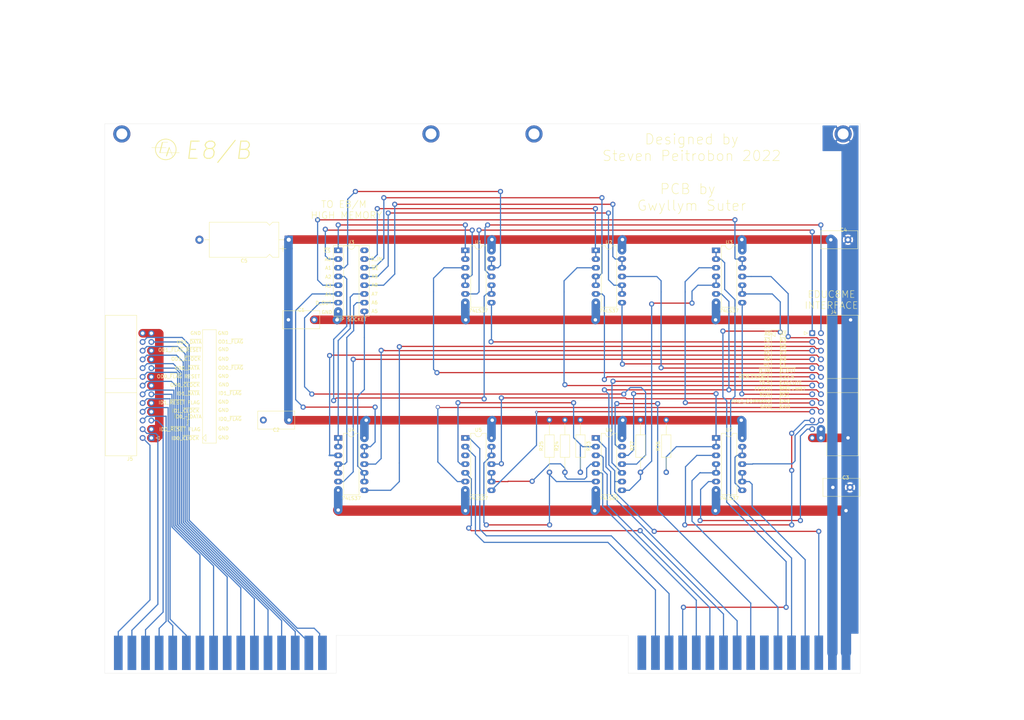
<source format=kicad_pcb>
(kicad_pcb (version 20171130) (host pcbnew "(5.1.10-1-10_14)")

  (general
    (thickness 1.6)
    (drawings 110)
    (tracks 707)
    (zones 0)
    (modules 25)
    (nets 76)
  )

  (page A3)
  (layers
    (0 F.Cu signal)
    (31 B.Cu signal)
    (32 B.Adhes user)
    (33 F.Adhes user)
    (34 B.Paste user)
    (35 F.Paste user)
    (36 B.SilkS user)
    (37 F.SilkS user)
    (38 B.Mask user)
    (39 F.Mask user)
    (40 Dwgs.User user)
    (41 Cmts.User user)
    (42 Eco1.User user)
    (43 Eco2.User user)
    (44 Edge.Cuts user)
    (45 Margin user)
    (46 B.CrtYd user)
    (47 F.CrtYd user)
    (48 B.Fab user)
    (49 F.Fab user)
  )

  (setup
    (last_trace_width 0.25)
    (user_trace_width 0.35)
    (user_trace_width 0.5)
    (user_trace_width 2.5)
    (trace_clearance 0.2)
    (zone_clearance 0.508)
    (zone_45_only no)
    (trace_min 0.2)
    (via_size 0.8)
    (via_drill 0.4)
    (via_min_size 0.4)
    (via_min_drill 0.3)
    (user_via 1.5 0.8)
    (user_via 2.5 1)
    (uvia_size 0.3)
    (uvia_drill 0.1)
    (uvias_allowed no)
    (uvia_min_size 0.2)
    (uvia_min_drill 0.1)
    (edge_width 0.05)
    (segment_width 0.2)
    (pcb_text_width 0.3)
    (pcb_text_size 1.5 1.5)
    (mod_edge_width 0.12)
    (mod_text_size 1 1)
    (mod_text_width 0.15)
    (pad_size 1.524 1.524)
    (pad_drill 0.762)
    (pad_to_mask_clearance 0)
    (aux_axis_origin 54.59 220.02)
    (grid_origin 54.59 220.03)
    (visible_elements FFFFFF7F)
    (pcbplotparams
      (layerselection 0x010fc_ffffffff)
      (usegerberextensions false)
      (usegerberattributes true)
      (usegerberadvancedattributes true)
      (creategerberjobfile true)
      (excludeedgelayer true)
      (linewidth 0.100000)
      (plotframeref false)
      (viasonmask false)
      (mode 1)
      (useauxorigin false)
      (hpglpennumber 1)
      (hpglpenspeed 20)
      (hpglpendiameter 15.000000)
      (psnegative false)
      (psa4output false)
      (plotreference true)
      (plotvalue true)
      (plotinvisibletext false)
      (padsonsilk false)
      (subtractmaskfromsilk false)
      (outputformat 1)
      (mirror false)
      (drillshape 0)
      (scaleselection 1)
      (outputdirectory "Gerber/"))
  )

  (net 0 "")
  (net 1 "Net-(J1-Pad7)")
  (net 2 +5V)
  (net 3 GND)
  (net 4 D_IN)
  (net 5 D_OUT)
  (net 6 ~WE)
  (net 7 A4)
  (net 8 A9)
  (net 9 A3)
  (net 10 A8)
  (net 11 A2)
  (net 12 A7)
  (net 13 A1)
  (net 14 A6)
  (net 15 A0)
  (net 16 A5)
  (net 17 ~CS)
  (net 18 T22.5)
  (net 19 ~T0.5)
  (net 20 T0.5)
  (net 21 ~MEMORY_ENABLE)
  (net 22 ~MB4+~MB7)
  (net 23 MB7)
  (net 24 *EXECUTE)
  (net 25 ~JMS+JMP)
  (net 26 JMP)
  (net 27 *FETCH)
  (net 28 JMS)
  (net 29 EXECUTE)
  (net 30 FETCH)
  (net 31 MB4)
  (net 32 MEM.ENABLE)
  (net 33 ~RST)
  (net 34 CS)
  (net 35 ~A0)
  (net 36 ~A1)
  (net 37 ~A2)
  (net 38 ~D_IN)
  (net 39 WE)
  (net 40 ~A9)
  (net 41 ~A8)
  (net 42 ~A7)
  (net 43 ~A6)
  (net 44 ~A5)
  (net 45 ~A4)
  (net 46 ~A3)
  (net 47 ~D_OUT)
  (net 48 ~RUN)
  (net 49 HALT_COMMAND)
  (net 50 ~HALT_COMMAND)
  (net 51 "Net-(R23-Pad2)")
  (net 52 "Net-(R24-Pad1)")
  (net 53 "Net-(R25-Pad1)")
  (net 54 "Net-(R26-Pad1)")
  (net 55 "Net-(R27-Pad1)")
  (net 56 "Net-(R28-Pad1)")
  (net 57 ~RUN*)
  (net 58 ~RST*)
  (net 59 ID0_~CLOCK)
  (net 60 ID0_~RESET_FLAG)
  (net 61 ID0_~FLAG)
  (net 62 ID0_~DATA)
  (net 63 ID1_~CLOCK)
  (net 64 ID1_~RESET_FLAG)
  (net 65 ID1_~FLAG)
  (net 66 ID1_~DATA)
  (net 67 OD0_~CLOCK)
  (net 68 OD0_~RESET_FLAG)
  (net 69 OD0_~FLAG)
  (net 70 OD0_~DATA)
  (net 71 OD1_~CLOCK)
  (net 72 OD1_~RESET_FLAG)
  (net 73 OD1_~FLAG)
  (net 74 OD1_~DATA)
  (net 75 "Net-(J3-Pad16)")

  (net_class Default "This is the default net class."
    (clearance 0.2)
    (trace_width 0.25)
    (via_dia 0.8)
    (via_drill 0.4)
    (uvia_dia 0.3)
    (uvia_drill 0.1)
    (add_net *EXECUTE)
    (add_net *FETCH)
    (add_net +5V)
    (add_net A0)
    (add_net A1)
    (add_net A2)
    (add_net A3)
    (add_net A4)
    (add_net A5)
    (add_net A6)
    (add_net A7)
    (add_net A8)
    (add_net A9)
    (add_net CS)
    (add_net D_IN)
    (add_net D_OUT)
    (add_net EXECUTE)
    (add_net FETCH)
    (add_net GND)
    (add_net HALT_COMMAND)
    (add_net ID0_~CLOCK)
    (add_net ID0_~DATA)
    (add_net ID0_~FLAG)
    (add_net ID0_~RESET_FLAG)
    (add_net ID1_~CLOCK)
    (add_net ID1_~DATA)
    (add_net ID1_~FLAG)
    (add_net ID1_~RESET_FLAG)
    (add_net JMP)
    (add_net JMS)
    (add_net MB4)
    (add_net MB7)
    (add_net MEM.ENABLE)
    (add_net "Net-(J1-Pad7)")
    (add_net "Net-(J3-Pad16)")
    (add_net "Net-(R23-Pad2)")
    (add_net "Net-(R24-Pad1)")
    (add_net "Net-(R25-Pad1)")
    (add_net "Net-(R26-Pad1)")
    (add_net "Net-(R27-Pad1)")
    (add_net "Net-(R28-Pad1)")
    (add_net OD0_~CLOCK)
    (add_net OD0_~DATA)
    (add_net OD0_~FLAG)
    (add_net OD0_~RESET_FLAG)
    (add_net OD1_~CLOCK)
    (add_net OD1_~DATA)
    (add_net OD1_~FLAG)
    (add_net OD1_~RESET_FLAG)
    (add_net T0.5)
    (add_net T22.5)
    (add_net WE)
    (add_net ~A0)
    (add_net ~A1)
    (add_net ~A2)
    (add_net ~A3)
    (add_net ~A4)
    (add_net ~A5)
    (add_net ~A6)
    (add_net ~A7)
    (add_net ~A8)
    (add_net ~A9)
    (add_net ~CS)
    (add_net ~D_IN)
    (add_net ~D_OUT)
    (add_net ~HALT_COMMAND)
    (add_net ~JMS+JMP)
    (add_net ~MB4+~MB7)
    (add_net ~MEMORY_ENABLE)
    (add_net ~RST)
    (add_net ~RST*)
    (add_net ~RUN)
    (add_net ~RUN*)
    (add_net ~T0.5)
    (add_net ~WE)
  )

  (module Connector_IDC:IDC-Header_2x13_P2.54mm_Horizontal (layer F.Cu) (tedit 5EAC9A08) (tstamp 61F4A361)
    (at 68.19 151.53 180)
    (descr "Through hole IDC box header, 2x13, 2.54mm pitch, DIN 41651 / IEC 60603-13, double rows, https://docs.google.com/spreadsheets/d/16SsEcesNF15N3Lb4niX7dcUr-NY5_MFPQhobNuNppn4/edit#gid=0")
    (tags "Through hole horizontal IDC box header THT 2x13 2.54mm double row")
    (path /625786EA)
    (fp_text reference J5 (at 6.215 -6.1) (layer F.SilkS)
      (effects (font (size 1 1) (thickness 0.15)))
    )
    (fp_text value Conn_02x13_Odd_Even (at 6.215 36.58) (layer F.Fab)
      (effects (font (size 1 1) (thickness 0.15)))
    )
    (fp_line (start 4.38 -4.1) (end 5.38 -5.1) (layer F.Fab) (width 0.1))
    (fp_line (start 4.38 13.19) (end 13.28 13.19) (layer F.Fab) (width 0.1))
    (fp_line (start 4.38 17.29) (end 13.28 17.29) (layer F.Fab) (width 0.1))
    (fp_line (start 4.27 13.19) (end 13.39 13.19) (layer F.SilkS) (width 0.12))
    (fp_line (start 4.27 17.29) (end 13.39 17.29) (layer F.SilkS) (width 0.12))
    (fp_line (start 4.38 -0.32) (end -0.32 -0.32) (layer F.Fab) (width 0.1))
    (fp_line (start -0.32 -0.32) (end -0.32 0.32) (layer F.Fab) (width 0.1))
    (fp_line (start -0.32 0.32) (end 4.38 0.32) (layer F.Fab) (width 0.1))
    (fp_line (start 4.38 2.22) (end -0.32 2.22) (layer F.Fab) (width 0.1))
    (fp_line (start -0.32 2.22) (end -0.32 2.86) (layer F.Fab) (width 0.1))
    (fp_line (start -0.32 2.86) (end 4.38 2.86) (layer F.Fab) (width 0.1))
    (fp_line (start 4.38 4.76) (end -0.32 4.76) (layer F.Fab) (width 0.1))
    (fp_line (start -0.32 4.76) (end -0.32 5.4) (layer F.Fab) (width 0.1))
    (fp_line (start -0.32 5.4) (end 4.38 5.4) (layer F.Fab) (width 0.1))
    (fp_line (start 4.38 7.3) (end -0.32 7.3) (layer F.Fab) (width 0.1))
    (fp_line (start -0.32 7.3) (end -0.32 7.94) (layer F.Fab) (width 0.1))
    (fp_line (start -0.32 7.94) (end 4.38 7.94) (layer F.Fab) (width 0.1))
    (fp_line (start 4.38 9.84) (end -0.32 9.84) (layer F.Fab) (width 0.1))
    (fp_line (start -0.32 9.84) (end -0.32 10.48) (layer F.Fab) (width 0.1))
    (fp_line (start -0.32 10.48) (end 4.38 10.48) (layer F.Fab) (width 0.1))
    (fp_line (start 4.38 12.38) (end -0.32 12.38) (layer F.Fab) (width 0.1))
    (fp_line (start -0.32 12.38) (end -0.32 13.02) (layer F.Fab) (width 0.1))
    (fp_line (start -0.32 13.02) (end 4.38 13.02) (layer F.Fab) (width 0.1))
    (fp_line (start 4.38 14.92) (end -0.32 14.92) (layer F.Fab) (width 0.1))
    (fp_line (start -0.32 14.92) (end -0.32 15.56) (layer F.Fab) (width 0.1))
    (fp_line (start -0.32 15.56) (end 4.38 15.56) (layer F.Fab) (width 0.1))
    (fp_line (start 4.38 17.46) (end -0.32 17.46) (layer F.Fab) (width 0.1))
    (fp_line (start -0.32 17.46) (end -0.32 18.1) (layer F.Fab) (width 0.1))
    (fp_line (start -0.32 18.1) (end 4.38 18.1) (layer F.Fab) (width 0.1))
    (fp_line (start 4.38 20) (end -0.32 20) (layer F.Fab) (width 0.1))
    (fp_line (start -0.32 20) (end -0.32 20.64) (layer F.Fab) (width 0.1))
    (fp_line (start -0.32 20.64) (end 4.38 20.64) (layer F.Fab) (width 0.1))
    (fp_line (start 4.38 22.54) (end -0.32 22.54) (layer F.Fab) (width 0.1))
    (fp_line (start -0.32 22.54) (end -0.32 23.18) (layer F.Fab) (width 0.1))
    (fp_line (start -0.32 23.18) (end 4.38 23.18) (layer F.Fab) (width 0.1))
    (fp_line (start 4.38 25.08) (end -0.32 25.08) (layer F.Fab) (width 0.1))
    (fp_line (start -0.32 25.08) (end -0.32 25.72) (layer F.Fab) (width 0.1))
    (fp_line (start -0.32 25.72) (end 4.38 25.72) (layer F.Fab) (width 0.1))
    (fp_line (start 4.38 27.62) (end -0.32 27.62) (layer F.Fab) (width 0.1))
    (fp_line (start -0.32 27.62) (end -0.32 28.26) (layer F.Fab) (width 0.1))
    (fp_line (start -0.32 28.26) (end 4.38 28.26) (layer F.Fab) (width 0.1))
    (fp_line (start 4.38 30.16) (end -0.32 30.16) (layer F.Fab) (width 0.1))
    (fp_line (start -0.32 30.16) (end -0.32 30.8) (layer F.Fab) (width 0.1))
    (fp_line (start -0.32 30.8) (end 4.38 30.8) (layer F.Fab) (width 0.1))
    (fp_line (start 5.38 -5.1) (end 13.28 -5.1) (layer F.Fab) (width 0.1))
    (fp_line (start 13.28 -5.1) (end 13.28 35.58) (layer F.Fab) (width 0.1))
    (fp_line (start 13.28 35.58) (end 4.38 35.58) (layer F.Fab) (width 0.1))
    (fp_line (start 4.38 35.58) (end 4.38 -4.1) (layer F.Fab) (width 0.1))
    (fp_line (start 4.27 -5.21) (end 13.39 -5.21) (layer F.SilkS) (width 0.12))
    (fp_line (start 13.39 -5.21) (end 13.39 35.69) (layer F.SilkS) (width 0.12))
    (fp_line (start 13.39 35.69) (end 4.27 35.69) (layer F.SilkS) (width 0.12))
    (fp_line (start 4.27 35.69) (end 4.27 -5.21) (layer F.SilkS) (width 0.12))
    (fp_line (start -1.35 0) (end -2.35 -0.5) (layer F.SilkS) (width 0.12))
    (fp_line (start -2.35 -0.5) (end -2.35 0.5) (layer F.SilkS) (width 0.12))
    (fp_line (start -2.35 0.5) (end -1.35 0) (layer F.SilkS) (width 0.12))
    (fp_line (start -1.35 -5.6) (end -1.35 36.08) (layer F.CrtYd) (width 0.05))
    (fp_line (start -1.35 36.08) (end 13.78 36.08) (layer F.CrtYd) (width 0.05))
    (fp_line (start 13.78 36.08) (end 13.78 -5.6) (layer F.CrtYd) (width 0.05))
    (fp_line (start 13.78 -5.6) (end -1.35 -5.6) (layer F.CrtYd) (width 0.05))
    (fp_text user %R (at 8.83 15.24 90) (layer F.Fab)
      (effects (font (size 1 1) (thickness 0.15)))
    )
    (pad 26 thru_hole circle (at 2.54 30.48 180) (size 1.7 1.7) (drill 1) (layers *.Cu *.Mask)
      (net 3 GND))
    (pad 24 thru_hole circle (at 2.54 27.94 180) (size 1.7 1.7) (drill 1) (layers *.Cu *.Mask)
      (net 74 OD1_~DATA))
    (pad 22 thru_hole circle (at 2.54 25.4 180) (size 1.7 1.7) (drill 1) (layers *.Cu *.Mask)
      (net 72 OD1_~RESET_FLAG))
    (pad 20 thru_hole circle (at 2.54 22.86 180) (size 1.7 1.7) (drill 1) (layers *.Cu *.Mask)
      (net 71 OD1_~CLOCK))
    (pad 18 thru_hole circle (at 2.54 20.32 180) (size 1.7 1.7) (drill 1) (layers *.Cu *.Mask)
      (net 70 OD0_~DATA))
    (pad 16 thru_hole circle (at 2.54 17.78 180) (size 1.7 1.7) (drill 1) (layers *.Cu *.Mask)
      (net 68 OD0_~RESET_FLAG))
    (pad 14 thru_hole circle (at 2.54 15.24 180) (size 1.7 1.7) (drill 1) (layers *.Cu *.Mask)
      (net 67 OD0_~CLOCK))
    (pad 12 thru_hole circle (at 2.54 12.7 180) (size 1.7 1.7) (drill 1) (layers *.Cu *.Mask)
      (net 66 ID1_~DATA))
    (pad 10 thru_hole circle (at 2.54 10.16 180) (size 1.7 1.7) (drill 1) (layers *.Cu *.Mask)
      (net 64 ID1_~RESET_FLAG))
    (pad 8 thru_hole circle (at 2.54 7.62 180) (size 1.7 1.7) (drill 1) (layers *.Cu *.Mask)
      (net 63 ID1_~CLOCK))
    (pad 6 thru_hole circle (at 2.54 5.08 180) (size 1.7 1.7) (drill 1) (layers *.Cu *.Mask)
      (net 62 ID0_~DATA))
    (pad 4 thru_hole circle (at 2.54 2.54 180) (size 1.7 1.7) (drill 1) (layers *.Cu *.Mask)
      (net 60 ID0_~RESET_FLAG))
    (pad 2 thru_hole circle (at 2.54 0 180) (size 1.7 1.7) (drill 1) (layers *.Cu *.Mask)
      (net 59 ID0_~CLOCK))
    (pad 25 thru_hole circle (at 0 30.48 180) (size 1.7 1.7) (drill 1) (layers *.Cu *.Mask)
      (net 3 GND))
    (pad 23 thru_hole circle (at 0 27.94 180) (size 1.7 1.7) (drill 1) (layers *.Cu *.Mask)
      (net 73 OD1_~FLAG))
    (pad 21 thru_hole circle (at 0 25.4 180) (size 1.7 1.7) (drill 1) (layers *.Cu *.Mask)
      (net 3 GND))
    (pad 19 thru_hole circle (at 0 22.86 180) (size 1.7 1.7) (drill 1) (layers *.Cu *.Mask)
      (net 3 GND))
    (pad 17 thru_hole circle (at 0 20.32 180) (size 1.7 1.7) (drill 1) (layers *.Cu *.Mask)
      (net 69 OD0_~FLAG))
    (pad 15 thru_hole circle (at 0 17.78 180) (size 1.7 1.7) (drill 1) (layers *.Cu *.Mask)
      (net 3 GND))
    (pad 13 thru_hole circle (at 0 15.24 180) (size 1.7 1.7) (drill 1) (layers *.Cu *.Mask)
      (net 3 GND))
    (pad 11 thru_hole circle (at 0 12.7 180) (size 1.7 1.7) (drill 1) (layers *.Cu *.Mask)
      (net 65 ID1_~FLAG))
    (pad 9 thru_hole circle (at 0 10.16 180) (size 1.7 1.7) (drill 1) (layers *.Cu *.Mask)
      (net 3 GND))
    (pad 7 thru_hole circle (at 0 7.62 180) (size 1.7 1.7) (drill 1) (layers *.Cu *.Mask)
      (net 3 GND))
    (pad 5 thru_hole circle (at 0 5.08 180) (size 1.7 1.7) (drill 1) (layers *.Cu *.Mask)
      (net 61 ID0_~FLAG))
    (pad 3 thru_hole circle (at 0 2.54 180) (size 1.7 1.7) (drill 1) (layers *.Cu *.Mask)
      (net 3 GND))
    (pad 1 thru_hole roundrect (at 0 0 180) (size 1.7 1.7) (drill 1) (layers *.Cu *.Mask) (roundrect_rratio 0.1470588235294118)
      (net 3 GND))
    (model ${KISYS3DMOD}/Connector_IDC.3dshapes/IDC-Header_2x13_P2.54mm_Horizontal.wrl
      (at (xyz 0 0 0))
      (scale (xyz 1 1 1))
      (rotate (xyz 0 0 0))
    )
  )

  (module Capacitor_THT:C_Disc_D10.5mm_W5.0mm_P5.00mm (layer F.Cu) (tedit 5AE50EF0) (tstamp 61F2871C)
    (at 265.99 93.83)
    (descr "C, Disc series, Radial, pin pitch=5.00mm, , diameter*width=10.5*5.0mm^2, Capacitor, http://www.vishay.com/docs/28535/vy2series.pdf")
    (tags "C Disc series Radial pin pitch 5.00mm  diameter 10.5mm width 5.0mm Capacitor")
    (path /64B5ADE7)
    (fp_text reference C4 (at 3.75 -2.85) (layer F.SilkS)
      (effects (font (size 1 1) (thickness 0.15)))
    )
    (fp_text value 470nF (at 3.75 2.85) (layer F.Fab)
      (effects (font (size 1 1) (thickness 0.15)))
    )
    (fp_line (start 8 -2.75) (end -3 -2.75) (layer F.CrtYd) (width 0.05))
    (fp_line (start 8 2.75) (end 8 -2.75) (layer F.CrtYd) (width 0.05))
    (fp_line (start -3 2.75) (end 8 2.75) (layer F.CrtYd) (width 0.05))
    (fp_line (start -3 -2.75) (end -3 2.75) (layer F.CrtYd) (width 0.05))
    (fp_line (start 7.87 -2.62) (end 7.87 2.62) (layer F.SilkS) (width 0.12))
    (fp_line (start -2.87 -2.62) (end -2.87 2.62) (layer F.SilkS) (width 0.12))
    (fp_line (start -2.87 2.62) (end 7.87 2.62) (layer F.SilkS) (width 0.12))
    (fp_line (start -2.87 -2.62) (end 7.87 -2.62) (layer F.SilkS) (width 0.12))
    (fp_line (start 7.75 -2.5) (end -2.75 -2.5) (layer F.Fab) (width 0.1))
    (fp_line (start 7.75 2.5) (end 7.75 -2.5) (layer F.Fab) (width 0.1))
    (fp_line (start -2.75 2.5) (end 7.75 2.5) (layer F.Fab) (width 0.1))
    (fp_line (start -2.75 -2.5) (end -2.75 2.5) (layer F.Fab) (width 0.1))
    (fp_text user %R (at 3.75 0) (layer F.Fab)
      (effects (font (size 1 1) (thickness 0.15)))
    )
    (pad 2 thru_hole circle (at 5 0) (size 2 2) (drill 1) (layers *.Cu *.Mask)
      (net 3 GND))
    (pad 1 thru_hole circle (at 0 0) (size 2 2) (drill 1) (layers *.Cu *.Mask)
      (net 2 +5V))
    (model ${KISYS3DMOD}/Capacitor_THT.3dshapes/C_Disc_D10.5mm_W5.0mm_P5.00mm.wrl
      (at (xyz 0 0 0))
      (scale (xyz 1 1 1))
      (rotate (xyz 0 0 0))
    )
  )

  (module Capacitor_THT:C_Disc_D10.5mm_W5.0mm_P5.00mm (layer F.Cu) (tedit 5AE50EF0) (tstamp 61F28707)
    (at 266.59 165.93)
    (descr "C, Disc series, Radial, pin pitch=5.00mm, , diameter*width=10.5*5.0mm^2, Capacitor, http://www.vishay.com/docs/28535/vy2series.pdf")
    (tags "C Disc series Radial pin pitch 5.00mm  diameter 10.5mm width 5.0mm Capacitor")
    (path /64B5EA9A)
    (fp_text reference C3 (at 3.75 -2.85) (layer F.SilkS)
      (effects (font (size 1 1) (thickness 0.15)))
    )
    (fp_text value 470nF (at 3.75 2.85) (layer F.Fab)
      (effects (font (size 1 1) (thickness 0.15)))
    )
    (fp_line (start 8 -2.75) (end -3 -2.75) (layer F.CrtYd) (width 0.05))
    (fp_line (start 8 2.75) (end 8 -2.75) (layer F.CrtYd) (width 0.05))
    (fp_line (start -3 2.75) (end 8 2.75) (layer F.CrtYd) (width 0.05))
    (fp_line (start -3 -2.75) (end -3 2.75) (layer F.CrtYd) (width 0.05))
    (fp_line (start 7.87 -2.62) (end 7.87 2.62) (layer F.SilkS) (width 0.12))
    (fp_line (start -2.87 -2.62) (end -2.87 2.62) (layer F.SilkS) (width 0.12))
    (fp_line (start -2.87 2.62) (end 7.87 2.62) (layer F.SilkS) (width 0.12))
    (fp_line (start -2.87 -2.62) (end 7.87 -2.62) (layer F.SilkS) (width 0.12))
    (fp_line (start 7.75 -2.5) (end -2.75 -2.5) (layer F.Fab) (width 0.1))
    (fp_line (start 7.75 2.5) (end 7.75 -2.5) (layer F.Fab) (width 0.1))
    (fp_line (start -2.75 2.5) (end 7.75 2.5) (layer F.Fab) (width 0.1))
    (fp_line (start -2.75 -2.5) (end -2.75 2.5) (layer F.Fab) (width 0.1))
    (fp_text user %R (at 3.75 0) (layer F.Fab)
      (effects (font (size 1 1) (thickness 0.15)))
    )
    (pad 2 thru_hole circle (at 5 0) (size 2 2) (drill 1) (layers *.Cu *.Mask)
      (net 3 GND))
    (pad 1 thru_hole circle (at 0 0) (size 2 2) (drill 1) (layers *.Cu *.Mask)
      (net 2 +5V))
    (model ${KISYS3DMOD}/Capacitor_THT.3dshapes/C_Disc_D10.5mm_W5.0mm_P5.00mm.wrl
      (at (xyz 0 0 0))
      (scale (xyz 1 1 1))
      (rotate (xyz 0 0 0))
    )
  )

  (module Capacitor_THT:C_Disc_D10.5mm_W5.0mm_P7.50mm (layer F.Cu) (tedit 5AE50EF0) (tstamp 61F286F2)
    (at 108.29 146.33 180)
    (descr "C, Disc series, Radial, pin pitch=7.50mm, , diameter*width=10.5*5.0mm^2, Capacitor, http://www.vishay.com/docs/28535/vy2series.pdf")
    (tags "C Disc series Radial pin pitch 7.50mm  diameter 10.5mm width 5.0mm Capacitor")
    (path /64B5EE7B)
    (fp_text reference C2 (at 3.75 -2.85) (layer F.SilkS)
      (effects (font (size 1 1) (thickness 0.15)))
    )
    (fp_text value 470nF (at 3.75 2.85) (layer F.Fab)
      (effects (font (size 1 1) (thickness 0.15)))
    )
    (fp_line (start 9.25 -2.75) (end -1.75 -2.75) (layer F.CrtYd) (width 0.05))
    (fp_line (start 9.25 2.75) (end 9.25 -2.75) (layer F.CrtYd) (width 0.05))
    (fp_line (start -1.75 2.75) (end 9.25 2.75) (layer F.CrtYd) (width 0.05))
    (fp_line (start -1.75 -2.75) (end -1.75 2.75) (layer F.CrtYd) (width 0.05))
    (fp_line (start 9.12 -2.62) (end 9.12 2.62) (layer F.SilkS) (width 0.12))
    (fp_line (start -1.62 -2.62) (end -1.62 2.62) (layer F.SilkS) (width 0.12))
    (fp_line (start -1.62 2.62) (end 9.12 2.62) (layer F.SilkS) (width 0.12))
    (fp_line (start -1.62 -2.62) (end 9.12 -2.62) (layer F.SilkS) (width 0.12))
    (fp_line (start 9 -2.5) (end -1.5 -2.5) (layer F.Fab) (width 0.1))
    (fp_line (start 9 2.5) (end 9 -2.5) (layer F.Fab) (width 0.1))
    (fp_line (start -1.5 2.5) (end 9 2.5) (layer F.Fab) (width 0.1))
    (fp_line (start -1.5 -2.5) (end -1.5 2.5) (layer F.Fab) (width 0.1))
    (fp_text user %R (at 3.75 0) (layer F.Fab)
      (effects (font (size 1 1) (thickness 0.15)))
    )
    (pad 2 thru_hole circle (at 7.5 0 180) (size 2 2) (drill 1) (layers *.Cu *.Mask)
      (net 3 GND))
    (pad 1 thru_hole circle (at 0 0 180) (size 2 2) (drill 1) (layers *.Cu *.Mask)
      (net 2 +5V))
    (model ${KISYS3DMOD}/Capacitor_THT.3dshapes/C_Disc_D10.5mm_W5.0mm_P7.50mm.wrl
      (at (xyz 0 0 0))
      (scale (xyz 1 1 1))
      (rotate (xyz 0 0 0))
    )
  )

  (module Capacitor_THT:C_Disc_D10.5mm_W5.0mm_P7.50mm (layer F.Cu) (tedit 5AE50EF0) (tstamp 61F291D7)
    (at 108.09 117.13)
    (descr "C, Disc series, Radial, pin pitch=7.50mm, , diameter*width=10.5*5.0mm^2, Capacitor, http://www.vishay.com/docs/28535/vy2series.pdf")
    (tags "C Disc series Radial pin pitch 7.50mm  diameter 10.5mm width 5.0mm Capacitor")
    (path /64B5F097)
    (fp_text reference C1 (at 3.75 -2.85) (layer F.SilkS)
      (effects (font (size 1 1) (thickness 0.15)))
    )
    (fp_text value 470nF (at 3.75 2.85) (layer F.Fab)
      (effects (font (size 1 1) (thickness 0.15)))
    )
    (fp_line (start 9.25 -2.75) (end -1.75 -2.75) (layer F.CrtYd) (width 0.05))
    (fp_line (start 9.25 2.75) (end 9.25 -2.75) (layer F.CrtYd) (width 0.05))
    (fp_line (start -1.75 2.75) (end 9.25 2.75) (layer F.CrtYd) (width 0.05))
    (fp_line (start -1.75 -2.75) (end -1.75 2.75) (layer F.CrtYd) (width 0.05))
    (fp_line (start 9.12 -2.62) (end 9.12 2.62) (layer F.SilkS) (width 0.12))
    (fp_line (start -1.62 -2.62) (end -1.62 2.62) (layer F.SilkS) (width 0.12))
    (fp_line (start -1.62 2.62) (end 9.12 2.62) (layer F.SilkS) (width 0.12))
    (fp_line (start -1.62 -2.62) (end 9.12 -2.62) (layer F.SilkS) (width 0.12))
    (fp_line (start 9 -2.5) (end -1.5 -2.5) (layer F.Fab) (width 0.1))
    (fp_line (start 9 2.5) (end 9 -2.5) (layer F.Fab) (width 0.1))
    (fp_line (start -1.5 2.5) (end 9 2.5) (layer F.Fab) (width 0.1))
    (fp_line (start -1.5 -2.5) (end -1.5 2.5) (layer F.Fab) (width 0.1))
    (fp_text user %R (at 3.75 0) (layer F.Fab)
      (effects (font (size 1 1) (thickness 0.15)))
    )
    (pad 2 thru_hole circle (at 7.5 0) (size 2 2) (drill 1) (layers *.Cu *.Mask)
      (net 3 GND))
    (pad 1 thru_hole circle (at 0 0) (size 2 2) (drill 1) (layers *.Cu *.Mask)
      (net 2 +5V))
    (model ${KISYS3DMOD}/Capacitor_THT.3dshapes/C_Disc_D10.5mm_W5.0mm_P7.50mm.wrl
      (at (xyz 0 0 0))
      (scale (xyz 1 1 1))
      (rotate (xyz 0 0 0))
    )
  )

  (module Capacitor_THT:CP_Axial_L20.0mm_D10.0mm_P26.00mm_Horizontal (layer F.Cu) (tedit 5AE50EF2) (tstamp 61F28743)
    (at 108.19 93.83 180)
    (descr "CP, Axial series, Axial, Horizontal, pin pitch=26mm, , length*diameter=20*10mm^2, Electrolytic Capacitor, , http://www.kemet.com/Lists/ProductCatalog/Attachments/424/KEM_AC102.pdf")
    (tags "CP Axial series Axial Horizontal pin pitch 26mm  length 20mm diameter 10mm Electrolytic Capacitor")
    (path /64B5C9CB)
    (fp_text reference C5 (at 13 -6.12) (layer F.SilkS)
      (effects (font (size 1 1) (thickness 0.15)))
    )
    (fp_text value 100uF (at 13 6.12) (layer F.Fab)
      (effects (font (size 1 1) (thickness 0.15)))
    )
    (fp_line (start 27.45 -5.25) (end -1.45 -5.25) (layer F.CrtYd) (width 0.05))
    (fp_line (start 27.45 5.25) (end 27.45 -5.25) (layer F.CrtYd) (width 0.05))
    (fp_line (start -1.45 5.25) (end 27.45 5.25) (layer F.CrtYd) (width 0.05))
    (fp_line (start -1.45 -5.25) (end -1.45 5.25) (layer F.CrtYd) (width 0.05))
    (fp_line (start 24.56 0) (end 23.12 0) (layer F.SilkS) (width 0.12))
    (fp_line (start 1.44 0) (end 2.88 0) (layer F.SilkS) (width 0.12))
    (fp_line (start 6.48 5.12) (end 23.12 5.12) (layer F.SilkS) (width 0.12))
    (fp_line (start 5.58 4.22) (end 6.48 5.12) (layer F.SilkS) (width 0.12))
    (fp_line (start 4.68 5.12) (end 5.58 4.22) (layer F.SilkS) (width 0.12))
    (fp_line (start 2.88 5.12) (end 4.68 5.12) (layer F.SilkS) (width 0.12))
    (fp_line (start 6.48 -5.12) (end 23.12 -5.12) (layer F.SilkS) (width 0.12))
    (fp_line (start 5.58 -4.22) (end 6.48 -5.12) (layer F.SilkS) (width 0.12))
    (fp_line (start 4.68 -5.12) (end 5.58 -4.22) (layer F.SilkS) (width 0.12))
    (fp_line (start 2.88 -5.12) (end 4.68 -5.12) (layer F.SilkS) (width 0.12))
    (fp_line (start 23.12 -5.12) (end 23.12 5.12) (layer F.SilkS) (width 0.12))
    (fp_line (start 2.88 -5.12) (end 2.88 5.12) (layer F.SilkS) (width 0.12))
    (fp_line (start 1.68 -3.5) (end 1.68 -1.7) (layer F.SilkS) (width 0.12))
    (fp_line (start 0.78 -2.6) (end 2.58 -2.6) (layer F.SilkS) (width 0.12))
    (fp_line (start 5.6 -0.9) (end 5.6 0.9) (layer F.Fab) (width 0.1))
    (fp_line (start 4.7 0) (end 6.5 0) (layer F.Fab) (width 0.1))
    (fp_line (start 26 0) (end 23 0) (layer F.Fab) (width 0.1))
    (fp_line (start 0 0) (end 3 0) (layer F.Fab) (width 0.1))
    (fp_line (start 6.48 5) (end 23 5) (layer F.Fab) (width 0.1))
    (fp_line (start 5.58 4.1) (end 6.48 5) (layer F.Fab) (width 0.1))
    (fp_line (start 4.68 5) (end 5.58 4.1) (layer F.Fab) (width 0.1))
    (fp_line (start 3 5) (end 4.68 5) (layer F.Fab) (width 0.1))
    (fp_line (start 6.48 -5) (end 23 -5) (layer F.Fab) (width 0.1))
    (fp_line (start 5.58 -4.1) (end 6.48 -5) (layer F.Fab) (width 0.1))
    (fp_line (start 4.68 -5) (end 5.58 -4.1) (layer F.Fab) (width 0.1))
    (fp_line (start 3 -5) (end 4.68 -5) (layer F.Fab) (width 0.1))
    (fp_line (start 23 -5) (end 23 5) (layer F.Fab) (width 0.1))
    (fp_line (start 3 -5) (end 3 5) (layer F.Fab) (width 0.1))
    (fp_text user %R (at 13 0) (layer F.Fab)
      (effects (font (size 1 1) (thickness 0.15)))
    )
    (pad 2 thru_hole oval (at 26 0 180) (size 2.4 2.4) (drill 1.2) (layers *.Cu *.Mask)
      (net 3 GND))
    (pad 1 thru_hole rect (at 0 0 180) (size 2.4 2.4) (drill 1.2) (layers *.Cu *.Mask)
      (net 2 +5V))
    (model ${KISYS3DMOD}/Capacitor_THT.3dshapes/CP_Axial_L20.0mm_D10.0mm_P26.00mm_Horizontal.wrl
      (at (xyz 0 0 0))
      (scale (xyz 1 1 1))
      (rotate (xyz 0 0 0))
    )
  )

  (module Resistor_THT:R_Axial_DIN0207_L6.3mm_D2.5mm_P15.24mm_Horizontal (layer F.Cu) (tedit 5AE5139B) (tstamp 61F19256)
    (at 218.09 161.53 90)
    (descr "Resistor, Axial_DIN0207 series, Axial, Horizontal, pin pitch=15.24mm, 0.25W = 1/4W, length*diameter=6.3*2.5mm^2, http://cdn-reichelt.de/documents/datenblatt/B400/1_4W%23YAG.pdf")
    (tags "Resistor Axial_DIN0207 series Axial Horizontal pin pitch 15.24mm 0.25W = 1/4W length 6.3mm diameter 2.5mm")
    (path /63A85B32)
    (fp_text reference R26 (at 7.62 -2.37 90) (layer F.SilkS)
      (effects (font (size 1 1) (thickness 0.15)))
    )
    (fp_text value R_Small (at 7.62 2.37 90) (layer F.Fab)
      (effects (font (size 1 1) (thickness 0.15)))
    )
    (fp_line (start 16.29 -1.5) (end -1.05 -1.5) (layer F.CrtYd) (width 0.05))
    (fp_line (start 16.29 1.5) (end 16.29 -1.5) (layer F.CrtYd) (width 0.05))
    (fp_line (start -1.05 1.5) (end 16.29 1.5) (layer F.CrtYd) (width 0.05))
    (fp_line (start -1.05 -1.5) (end -1.05 1.5) (layer F.CrtYd) (width 0.05))
    (fp_line (start 14.2 0) (end 10.89 0) (layer F.SilkS) (width 0.12))
    (fp_line (start 1.04 0) (end 4.35 0) (layer F.SilkS) (width 0.12))
    (fp_line (start 10.89 -1.37) (end 4.35 -1.37) (layer F.SilkS) (width 0.12))
    (fp_line (start 10.89 1.37) (end 10.89 -1.37) (layer F.SilkS) (width 0.12))
    (fp_line (start 4.35 1.37) (end 10.89 1.37) (layer F.SilkS) (width 0.12))
    (fp_line (start 4.35 -1.37) (end 4.35 1.37) (layer F.SilkS) (width 0.12))
    (fp_line (start 15.24 0) (end 10.77 0) (layer F.Fab) (width 0.1))
    (fp_line (start 0 0) (end 4.47 0) (layer F.Fab) (width 0.1))
    (fp_line (start 10.77 -1.25) (end 4.47 -1.25) (layer F.Fab) (width 0.1))
    (fp_line (start 10.77 1.25) (end 10.77 -1.25) (layer F.Fab) (width 0.1))
    (fp_line (start 4.47 1.25) (end 10.77 1.25) (layer F.Fab) (width 0.1))
    (fp_line (start 4.47 -1.25) (end 4.47 1.25) (layer F.Fab) (width 0.1))
    (fp_text user %R (at 7.62 0 90) (layer F.Fab)
      (effects (font (size 1 1) (thickness 0.15)))
    )
    (pad 2 thru_hole oval (at 15.24 0 90) (size 1.6 1.6) (drill 0.8) (layers *.Cu *.Mask)
      (net 2 +5V))
    (pad 1 thru_hole circle (at 0 0 90) (size 1.6 1.6) (drill 0.8) (layers *.Cu *.Mask)
      (net 54 "Net-(R26-Pad1)"))
    (model ${KISYS3DMOD}/Resistor_THT.3dshapes/R_Axial_DIN0207_L6.3mm_D2.5mm_P15.24mm_Horizontal.wrl
      (at (xyz 0 0 0))
      (scale (xyz 1 1 1))
      (rotate (xyz 0 0 0))
    )
  )

  (module Package_DIP:DIP-14_W7.62mm_LongPads (layer F.Cu) (tedit 5A02E8C5) (tstamp 61F03E12)
    (at 159.59 96.91)
    (descr "14-lead though-hole mounted DIP package, row spacing 7.62 mm (300 mils), LongPads")
    (tags "THT DIP DIL PDIP 2.54mm 7.62mm 300mil LongPads")
    (path /62F24642)
    (fp_text reference U1 (at 3.81 -2.33) (layer F.SilkS)
      (effects (font (size 1 1) (thickness 0.15)))
    )
    (fp_text value 74LS37 (at 3.81 17.57) (layer F.SilkS)
      (effects (font (size 1 1) (thickness 0.15)))
    )
    (fp_line (start 9.1 -1.55) (end -1.45 -1.55) (layer F.CrtYd) (width 0.05))
    (fp_line (start 9.1 16.8) (end 9.1 -1.55) (layer F.CrtYd) (width 0.05))
    (fp_line (start -1.45 16.8) (end 9.1 16.8) (layer F.CrtYd) (width 0.05))
    (fp_line (start -1.45 -1.55) (end -1.45 16.8) (layer F.CrtYd) (width 0.05))
    (fp_line (start 6.06 -1.33) (end 4.81 -1.33) (layer F.SilkS) (width 0.12))
    (fp_line (start 6.06 16.57) (end 6.06 -1.33) (layer F.SilkS) (width 0.12))
    (fp_line (start 1.56 16.57) (end 6.06 16.57) (layer F.SilkS) (width 0.12))
    (fp_line (start 1.56 -1.33) (end 1.56 16.57) (layer F.SilkS) (width 0.12))
    (fp_line (start 2.81 -1.33) (end 1.56 -1.33) (layer F.SilkS) (width 0.12))
    (fp_line (start 0.635 -0.27) (end 1.635 -1.27) (layer F.Fab) (width 0.1))
    (fp_line (start 0.635 16.51) (end 0.635 -0.27) (layer F.Fab) (width 0.1))
    (fp_line (start 6.985 16.51) (end 0.635 16.51) (layer F.Fab) (width 0.1))
    (fp_line (start 6.985 -1.27) (end 6.985 16.51) (layer F.Fab) (width 0.1))
    (fp_line (start 1.635 -1.27) (end 6.985 -1.27) (layer F.Fab) (width 0.1))
    (fp_text user %R (at 3.81 7.62) (layer F.Fab)
      (effects (font (size 1 1) (thickness 0.15)))
    )
    (fp_arc (start 3.81 -1.33) (end 2.81 -1.33) (angle -180) (layer F.SilkS) (width 0.12))
    (pad 14 thru_hole oval (at 7.62 0) (size 2.4 1.6) (drill 0.8) (layers *.Cu *.Mask)
      (net 2 +5V))
    (pad 7 thru_hole oval (at 0 15.24) (size 2.4 1.6) (drill 0.8) (layers *.Cu *.Mask)
      (net 3 GND))
    (pad 13 thru_hole oval (at 7.62 2.54) (size 2.4 1.6) (drill 0.8) (layers *.Cu *.Mask)
      (net 13 A1))
    (pad 6 thru_hole oval (at 0 12.7) (size 2.4 1.6) (drill 0.8) (layers *.Cu *.Mask)
      (net 35 ~A0))
    (pad 12 thru_hole oval (at 7.62 5.08) (size 2.4 1.6) (drill 0.8) (layers *.Cu *.Mask)
      (net 13 A1))
    (pad 5 thru_hole oval (at 0 10.16) (size 2.4 1.6) (drill 0.8) (layers *.Cu *.Mask)
      (net 15 A0))
    (pad 11 thru_hole oval (at 7.62 7.62) (size 2.4 1.6) (drill 0.8) (layers *.Cu *.Mask)
      (net 36 ~A1))
    (pad 4 thru_hole oval (at 0 7.62) (size 2.4 1.6) (drill 0.8) (layers *.Cu *.Mask)
      (net 15 A0))
    (pad 10 thru_hole oval (at 7.62 10.16) (size 2.4 1.6) (drill 0.8) (layers *.Cu *.Mask)
      (net 11 A2))
    (pad 3 thru_hole oval (at 0 5.08) (size 2.4 1.6) (drill 0.8) (layers *.Cu *.Mask)
      (net 34 CS))
    (pad 9 thru_hole oval (at 7.62 12.7) (size 2.4 1.6) (drill 0.8) (layers *.Cu *.Mask)
      (net 11 A2))
    (pad 2 thru_hole oval (at 0 2.54) (size 2.4 1.6) (drill 0.8) (layers *.Cu *.Mask)
      (net 17 ~CS))
    (pad 8 thru_hole oval (at 7.62 15.24) (size 2.4 1.6) (drill 0.8) (layers *.Cu *.Mask)
      (net 37 ~A2))
    (pad 1 thru_hole rect (at 0 0) (size 2.4 1.6) (drill 0.8) (layers *.Cu *.Mask)
      (net 17 ~CS))
    (model ${KISYS3DMOD}/Package_DIP.3dshapes/DIP-14_W7.62mm.wrl
      (at (xyz 0 0 0))
      (scale (xyz 1 1 1))
      (rotate (xyz 0 0 0))
    )
  )

  (module Resistor_THT:R_Axial_DIN0207_L6.3mm_D2.5mm_P15.24mm_Horizontal (layer F.Cu) (tedit 5AE5139B) (tstamp 61F19211)
    (at 193.09 146.29 270)
    (descr "Resistor, Axial_DIN0207 series, Axial, Horizontal, pin pitch=15.24mm, 0.25W = 1/4W, length*diameter=6.3*2.5mm^2, http://cdn-reichelt.de/documents/datenblatt/B400/1_4W%23YAG.pdf")
    (tags "Resistor Axial_DIN0207 series Axial Horizontal pin pitch 15.24mm 0.25W = 1/4W length 6.3mm diameter 2.5mm")
    (path /63A8555E)
    (fp_text reference R23 (at 7.62 -2.37 90) (layer F.SilkS)
      (effects (font (size 1 1) (thickness 0.15)))
    )
    (fp_text value R_Small (at 7.62 2.37 90) (layer F.Fab)
      (effects (font (size 1 1) (thickness 0.15)))
    )
    (fp_line (start 16.29 -1.5) (end -1.05 -1.5) (layer F.CrtYd) (width 0.05))
    (fp_line (start 16.29 1.5) (end 16.29 -1.5) (layer F.CrtYd) (width 0.05))
    (fp_line (start -1.05 1.5) (end 16.29 1.5) (layer F.CrtYd) (width 0.05))
    (fp_line (start -1.05 -1.5) (end -1.05 1.5) (layer F.CrtYd) (width 0.05))
    (fp_line (start 14.2 0) (end 10.89 0) (layer F.SilkS) (width 0.12))
    (fp_line (start 1.04 0) (end 4.35 0) (layer F.SilkS) (width 0.12))
    (fp_line (start 10.89 -1.37) (end 4.35 -1.37) (layer F.SilkS) (width 0.12))
    (fp_line (start 10.89 1.37) (end 10.89 -1.37) (layer F.SilkS) (width 0.12))
    (fp_line (start 4.35 1.37) (end 10.89 1.37) (layer F.SilkS) (width 0.12))
    (fp_line (start 4.35 -1.37) (end 4.35 1.37) (layer F.SilkS) (width 0.12))
    (fp_line (start 15.24 0) (end 10.77 0) (layer F.Fab) (width 0.1))
    (fp_line (start 0 0) (end 4.47 0) (layer F.Fab) (width 0.1))
    (fp_line (start 10.77 -1.25) (end 4.47 -1.25) (layer F.Fab) (width 0.1))
    (fp_line (start 10.77 1.25) (end 10.77 -1.25) (layer F.Fab) (width 0.1))
    (fp_line (start 4.47 1.25) (end 10.77 1.25) (layer F.Fab) (width 0.1))
    (fp_line (start 4.47 -1.25) (end 4.47 1.25) (layer F.Fab) (width 0.1))
    (fp_text user %R (at 7.62 0 90) (layer F.Fab)
      (effects (font (size 1 1) (thickness 0.15)))
    )
    (pad 2 thru_hole oval (at 15.24 0 270) (size 1.6 1.6) (drill 0.8) (layers *.Cu *.Mask)
      (net 51 "Net-(R23-Pad2)"))
    (pad 1 thru_hole circle (at 0 0 270) (size 1.6 1.6) (drill 0.8) (layers *.Cu *.Mask)
      (net 2 +5V))
    (model ${KISYS3DMOD}/Resistor_THT.3dshapes/R_Axial_DIN0207_L6.3mm_D2.5mm_P15.24mm_Horizontal.wrl
      (at (xyz 0 0 0))
      (scale (xyz 1 1 1))
      (rotate (xyz 0 0 0))
    )
  )

  (module Resistor_THT:R_Axial_DIN0207_L6.3mm_D2.5mm_P15.24mm_Horizontal (layer F.Cu) (tedit 5AE5139B) (tstamp 61F19228)
    (at 188.59 161.53 90)
    (descr "Resistor, Axial_DIN0207 series, Axial, Horizontal, pin pitch=15.24mm, 0.25W = 1/4W, length*diameter=6.3*2.5mm^2, http://cdn-reichelt.de/documents/datenblatt/B400/1_4W%23YAG.pdf")
    (tags "Resistor Axial_DIN0207 series Axial Horizontal pin pitch 15.24mm 0.25W = 1/4W length 6.3mm diameter 2.5mm")
    (path /63A8724A)
    (fp_text reference R24 (at 7.62 -2.37 90) (layer F.SilkS)
      (effects (font (size 1 1) (thickness 0.15)))
    )
    (fp_text value R_Small (at 7.62 2.37 90) (layer F.Fab)
      (effects (font (size 1 1) (thickness 0.15)))
    )
    (fp_line (start 16.29 -1.5) (end -1.05 -1.5) (layer F.CrtYd) (width 0.05))
    (fp_line (start 16.29 1.5) (end 16.29 -1.5) (layer F.CrtYd) (width 0.05))
    (fp_line (start -1.05 1.5) (end 16.29 1.5) (layer F.CrtYd) (width 0.05))
    (fp_line (start -1.05 -1.5) (end -1.05 1.5) (layer F.CrtYd) (width 0.05))
    (fp_line (start 14.2 0) (end 10.89 0) (layer F.SilkS) (width 0.12))
    (fp_line (start 1.04 0) (end 4.35 0) (layer F.SilkS) (width 0.12))
    (fp_line (start 10.89 -1.37) (end 4.35 -1.37) (layer F.SilkS) (width 0.12))
    (fp_line (start 10.89 1.37) (end 10.89 -1.37) (layer F.SilkS) (width 0.12))
    (fp_line (start 4.35 1.37) (end 10.89 1.37) (layer F.SilkS) (width 0.12))
    (fp_line (start 4.35 -1.37) (end 4.35 1.37) (layer F.SilkS) (width 0.12))
    (fp_line (start 15.24 0) (end 10.77 0) (layer F.Fab) (width 0.1))
    (fp_line (start 0 0) (end 4.47 0) (layer F.Fab) (width 0.1))
    (fp_line (start 10.77 -1.25) (end 4.47 -1.25) (layer F.Fab) (width 0.1))
    (fp_line (start 10.77 1.25) (end 10.77 -1.25) (layer F.Fab) (width 0.1))
    (fp_line (start 4.47 1.25) (end 10.77 1.25) (layer F.Fab) (width 0.1))
    (fp_line (start 4.47 -1.25) (end 4.47 1.25) (layer F.Fab) (width 0.1))
    (fp_text user %R (at 7.62 0 90) (layer F.Fab)
      (effects (font (size 1 1) (thickness 0.15)))
    )
    (pad 2 thru_hole oval (at 15.24 0 90) (size 1.6 1.6) (drill 0.8) (layers *.Cu *.Mask)
      (net 2 +5V))
    (pad 1 thru_hole circle (at 0 0 90) (size 1.6 1.6) (drill 0.8) (layers *.Cu *.Mask)
      (net 52 "Net-(R24-Pad1)"))
    (model ${KISYS3DMOD}/Resistor_THT.3dshapes/R_Axial_DIN0207_L6.3mm_D2.5mm_P15.24mm_Horizontal.wrl
      (at (xyz 0 0 0))
      (scale (xyz 1 1 1))
      (rotate (xyz 0 0 0))
    )
  )

  (module Resistor_THT:R_Axial_DIN0207_L6.3mm_D2.5mm_P15.24mm_Horizontal (layer F.Cu) (tedit 5AE5139B) (tstamp 61F1923F)
    (at 184.09 161.53 90)
    (descr "Resistor, Axial_DIN0207 series, Axial, Horizontal, pin pitch=15.24mm, 0.25W = 1/4W, length*diameter=6.3*2.5mm^2, http://cdn-reichelt.de/documents/datenblatt/B400/1_4W%23YAG.pdf")
    (tags "Resistor Axial_DIN0207 series Axial Horizontal pin pitch 15.24mm 0.25W = 1/4W length 6.3mm diameter 2.5mm")
    (path /63A8503C)
    (fp_text reference R25 (at 7.62 -2.37 90) (layer F.SilkS)
      (effects (font (size 1 1) (thickness 0.15)))
    )
    (fp_text value R_Small (at 7.62 2.37 90) (layer F.Fab)
      (effects (font (size 1 1) (thickness 0.15)))
    )
    (fp_line (start 16.29 -1.5) (end -1.05 -1.5) (layer F.CrtYd) (width 0.05))
    (fp_line (start 16.29 1.5) (end 16.29 -1.5) (layer F.CrtYd) (width 0.05))
    (fp_line (start -1.05 1.5) (end 16.29 1.5) (layer F.CrtYd) (width 0.05))
    (fp_line (start -1.05 -1.5) (end -1.05 1.5) (layer F.CrtYd) (width 0.05))
    (fp_line (start 14.2 0) (end 10.89 0) (layer F.SilkS) (width 0.12))
    (fp_line (start 1.04 0) (end 4.35 0) (layer F.SilkS) (width 0.12))
    (fp_line (start 10.89 -1.37) (end 4.35 -1.37) (layer F.SilkS) (width 0.12))
    (fp_line (start 10.89 1.37) (end 10.89 -1.37) (layer F.SilkS) (width 0.12))
    (fp_line (start 4.35 1.37) (end 10.89 1.37) (layer F.SilkS) (width 0.12))
    (fp_line (start 4.35 -1.37) (end 4.35 1.37) (layer F.SilkS) (width 0.12))
    (fp_line (start 15.24 0) (end 10.77 0) (layer F.Fab) (width 0.1))
    (fp_line (start 0 0) (end 4.47 0) (layer F.Fab) (width 0.1))
    (fp_line (start 10.77 -1.25) (end 4.47 -1.25) (layer F.Fab) (width 0.1))
    (fp_line (start 10.77 1.25) (end 10.77 -1.25) (layer F.Fab) (width 0.1))
    (fp_line (start 4.47 1.25) (end 10.77 1.25) (layer F.Fab) (width 0.1))
    (fp_line (start 4.47 -1.25) (end 4.47 1.25) (layer F.Fab) (width 0.1))
    (fp_text user %R (at 7.62 0 90) (layer F.Fab)
      (effects (font (size 1 1) (thickness 0.15)))
    )
    (pad 2 thru_hole oval (at 15.24 0 90) (size 1.6 1.6) (drill 0.8) (layers *.Cu *.Mask)
      (net 2 +5V))
    (pad 1 thru_hole circle (at 0 0 90) (size 1.6 1.6) (drill 0.8) (layers *.Cu *.Mask)
      (net 53 "Net-(R25-Pad1)"))
    (model ${KISYS3DMOD}/Resistor_THT.3dshapes/R_Axial_DIN0207_L6.3mm_D2.5mm_P15.24mm_Horizontal.wrl
      (at (xyz 0 0 0))
      (scale (xyz 1 1 1))
      (rotate (xyz 0 0 0))
    )
  )

  (module Resistor_THT:R_Axial_DIN0207_L6.3mm_D2.5mm_P15.24mm_Horizontal (layer F.Cu) (tedit 5AE5139B) (tstamp 61F1926D)
    (at 210.59 161.53 90)
    (descr "Resistor, Axial_DIN0207 series, Axial, Horizontal, pin pitch=15.24mm, 0.25W = 1/4W, length*diameter=6.3*2.5mm^2, http://cdn-reichelt.de/documents/datenblatt/B400/1_4W%23YAG.pdf")
    (tags "Resistor Axial_DIN0207 series Axial Horizontal pin pitch 15.24mm 0.25W = 1/4W length 6.3mm diameter 2.5mm")
    (path /63A523C1)
    (fp_text reference R27 (at 7.62 -2.37 90) (layer F.SilkS)
      (effects (font (size 1 1) (thickness 0.15)))
    )
    (fp_text value R_Small (at 7.62 2.37 90) (layer F.Fab)
      (effects (font (size 1 1) (thickness 0.15)))
    )
    (fp_line (start 16.29 -1.5) (end -1.05 -1.5) (layer F.CrtYd) (width 0.05))
    (fp_line (start 16.29 1.5) (end 16.29 -1.5) (layer F.CrtYd) (width 0.05))
    (fp_line (start -1.05 1.5) (end 16.29 1.5) (layer F.CrtYd) (width 0.05))
    (fp_line (start -1.05 -1.5) (end -1.05 1.5) (layer F.CrtYd) (width 0.05))
    (fp_line (start 14.2 0) (end 10.89 0) (layer F.SilkS) (width 0.12))
    (fp_line (start 1.04 0) (end 4.35 0) (layer F.SilkS) (width 0.12))
    (fp_line (start 10.89 -1.37) (end 4.35 -1.37) (layer F.SilkS) (width 0.12))
    (fp_line (start 10.89 1.37) (end 10.89 -1.37) (layer F.SilkS) (width 0.12))
    (fp_line (start 4.35 1.37) (end 10.89 1.37) (layer F.SilkS) (width 0.12))
    (fp_line (start 4.35 -1.37) (end 4.35 1.37) (layer F.SilkS) (width 0.12))
    (fp_line (start 15.24 0) (end 10.77 0) (layer F.Fab) (width 0.1))
    (fp_line (start 0 0) (end 4.47 0) (layer F.Fab) (width 0.1))
    (fp_line (start 10.77 -1.25) (end 4.47 -1.25) (layer F.Fab) (width 0.1))
    (fp_line (start 10.77 1.25) (end 10.77 -1.25) (layer F.Fab) (width 0.1))
    (fp_line (start 4.47 1.25) (end 10.77 1.25) (layer F.Fab) (width 0.1))
    (fp_line (start 4.47 -1.25) (end 4.47 1.25) (layer F.Fab) (width 0.1))
    (fp_text user %R (at 7.62 0 90) (layer F.Fab)
      (effects (font (size 1 1) (thickness 0.15)))
    )
    (pad 2 thru_hole oval (at 15.24 0 90) (size 1.6 1.6) (drill 0.8) (layers *.Cu *.Mask)
      (net 2 +5V))
    (pad 1 thru_hole circle (at 0 0 90) (size 1.6 1.6) (drill 0.8) (layers *.Cu *.Mask)
      (net 55 "Net-(R27-Pad1)"))
    (model ${KISYS3DMOD}/Resistor_THT.3dshapes/R_Axial_DIN0207_L6.3mm_D2.5mm_P15.24mm_Horizontal.wrl
      (at (xyz 0 0 0))
      (scale (xyz 1 1 1))
      (rotate (xyz 0 0 0))
    )
  )

  (module EDUC-8:EA_Symbol (layer F.Cu) (tedit 60BC925A) (tstamp 61F18226)
    (at 72.39 67.53)
    (fp_text reference REF** (at 0 -5.08) (layer F.SilkS) hide
      (effects (font (size 1 1) (thickness 0.15)))
    )
    (fp_text value EA_Symbol (at 0 -6.985) (layer F.Fab) hide
      (effects (font (size 1 1) (thickness 0.15)))
    )
    (fp_line (start 1.04 -0.51) (end 2 1.96) (layer F.SilkS) (width 0.12))
    (fp_line (start 1 -0.5) (end 0.2 1.9) (layer F.SilkS) (width 0.3))
    (fp_line (start -1.75 0.95) (end 3.95 0.95) (layer F.SilkS) (width 0.12))
    (fp_line (start -4.09 -0.53) (end 0.11 -0.53) (layer F.SilkS) (width 0.12))
    (fp_line (start -1.04 -2.07) (end 0.57 -2.07) (layer F.SilkS) (width 0.12))
    (fp_line (start -1 -2) (end -1.7 0.9) (layer F.SilkS) (width 0.3))
    (fp_circle (center 0 0) (end 3 0) (layer F.SilkS) (width 0.24))
  )

  (module Package_DIP:DIP-16_W7.62mm_Socket_LongPads (layer F.Cu) (tedit 5A02E8C5) (tstamp 61F03DE8)
    (at 122.59 96.91)
    (descr "16-lead though-hole mounted DIP package, row spacing 7.62 mm (300 mils), Socket, LongPads")
    (tags "THT DIP DIL PDIP 2.54mm 7.62mm 300mil Socket LongPads")
    (path /62F57FA7)
    (fp_text reference J3 (at 3.81 -2.33) (layer F.SilkS)
      (effects (font (size 1 1) (thickness 0.15)))
    )
    (fp_text value "DIP SOCKET" (at 3.81 20.11) (layer F.SilkS)
      (effects (font (size 1 1) (thickness 0.15)))
    )
    (fp_line (start 9.15 -1.6) (end -1.55 -1.6) (layer F.CrtYd) (width 0.05))
    (fp_line (start 9.15 19.4) (end 9.15 -1.6) (layer F.CrtYd) (width 0.05))
    (fp_line (start -1.55 19.4) (end 9.15 19.4) (layer F.CrtYd) (width 0.05))
    (fp_line (start -1.55 -1.6) (end -1.55 19.4) (layer F.CrtYd) (width 0.05))
    (fp_line (start 9.06 -1.39) (end -1.44 -1.39) (layer F.SilkS) (width 0.12))
    (fp_line (start 9.06 19.17) (end 9.06 -1.39) (layer F.SilkS) (width 0.12))
    (fp_line (start -1.44 19.17) (end 9.06 19.17) (layer F.SilkS) (width 0.12))
    (fp_line (start -1.44 -1.39) (end -1.44 19.17) (layer F.SilkS) (width 0.12))
    (fp_line (start 6.06 -1.33) (end 4.81 -1.33) (layer F.SilkS) (width 0.12))
    (fp_line (start 6.06 19.11) (end 6.06 -1.33) (layer F.SilkS) (width 0.12))
    (fp_line (start 1.56 19.11) (end 6.06 19.11) (layer F.SilkS) (width 0.12))
    (fp_line (start 1.56 -1.33) (end 1.56 19.11) (layer F.SilkS) (width 0.12))
    (fp_line (start 2.81 -1.33) (end 1.56 -1.33) (layer F.SilkS) (width 0.12))
    (fp_line (start 8.89 -1.33) (end -1.27 -1.33) (layer F.Fab) (width 0.1))
    (fp_line (start 8.89 19.11) (end 8.89 -1.33) (layer F.Fab) (width 0.1))
    (fp_line (start -1.27 19.11) (end 8.89 19.11) (layer F.Fab) (width 0.1))
    (fp_line (start -1.27 -1.33) (end -1.27 19.11) (layer F.Fab) (width 0.1))
    (fp_line (start 0.635 -0.27) (end 1.635 -1.27) (layer F.Fab) (width 0.1))
    (fp_line (start 0.635 19.05) (end 0.635 -0.27) (layer F.Fab) (width 0.1))
    (fp_line (start 6.985 19.05) (end 0.635 19.05) (layer F.Fab) (width 0.1))
    (fp_line (start 6.985 -1.27) (end 6.985 19.05) (layer F.Fab) (width 0.1))
    (fp_line (start 1.635 -1.27) (end 6.985 -1.27) (layer F.Fab) (width 0.1))
    (fp_text user %R (at 0 0) (layer F.Fab)
      (effects (font (size 1 1) (thickness 0.15)))
    )
    (fp_arc (start 3.81 -1.33) (end 2.81 -1.33) (angle -180) (layer F.SilkS) (width 0.12))
    (pad 16 thru_hole oval (at 7.62 0) (size 2.4 1.6) (drill 0.8) (layers *.Cu *.Mask)
      (net 75 "Net-(J3-Pad16)"))
    (pad 8 thru_hole oval (at 0 17.78) (size 2.4 1.6) (drill 0.8) (layers *.Cu *.Mask)
      (net 3 GND))
    (pad 15 thru_hole oval (at 7.62 2.54) (size 2.4 1.6) (drill 0.8) (layers *.Cu *.Mask)
      (net 4 D_IN))
    (pad 7 thru_hole oval (at 0 15.24) (size 2.4 1.6) (drill 0.8) (layers *.Cu *.Mask)
      (net 5 D_OUT))
    (pad 14 thru_hole oval (at 7.62 5.08) (size 2.4 1.6) (drill 0.8) (layers *.Cu *.Mask)
      (net 6 ~WE))
    (pad 6 thru_hole oval (at 0 12.7) (size 2.4 1.6) (drill 0.8) (layers *.Cu *.Mask)
      (net 7 A4))
    (pad 13 thru_hole oval (at 7.62 7.62) (size 2.4 1.6) (drill 0.8) (layers *.Cu *.Mask)
      (net 8 A9))
    (pad 5 thru_hole oval (at 0 10.16) (size 2.4 1.6) (drill 0.8) (layers *.Cu *.Mask)
      (net 9 A3))
    (pad 12 thru_hole oval (at 7.62 10.16) (size 2.4 1.6) (drill 0.8) (layers *.Cu *.Mask)
      (net 10 A8))
    (pad 4 thru_hole oval (at 0 7.62) (size 2.4 1.6) (drill 0.8) (layers *.Cu *.Mask)
      (net 11 A2))
    (pad 11 thru_hole oval (at 7.62 12.7) (size 2.4 1.6) (drill 0.8) (layers *.Cu *.Mask)
      (net 12 A7))
    (pad 3 thru_hole oval (at 0 5.08) (size 2.4 1.6) (drill 0.8) (layers *.Cu *.Mask)
      (net 13 A1))
    (pad 10 thru_hole oval (at 7.62 15.24) (size 2.4 1.6) (drill 0.8) (layers *.Cu *.Mask)
      (net 14 A6))
    (pad 2 thru_hole oval (at 0 2.54) (size 2.4 1.6) (drill 0.8) (layers *.Cu *.Mask)
      (net 15 A0))
    (pad 9 thru_hole oval (at 7.62 17.78) (size 2.4 1.6) (drill 0.8) (layers *.Cu *.Mask)
      (net 16 A5))
    (pad 1 thru_hole rect (at 0 0) (size 2.4 1.6) (drill 0.8) (layers *.Cu *.Mask)
      (net 17 ~CS))
    (model ${KISYS3DMOD}/Package_DIP.3dshapes/DIP-16_W7.62mm_Socket.wrl
      (at (xyz 0 0 0))
      (scale (xyz 1 1 1))
      (rotate (xyz 0 0 0))
    )
  )

  (module Package_DIP:DIP-14_W7.62mm_LongPads (layer F.Cu) (tedit 5A02E8C5) (tstamp 61F0E779)
    (at 232.59 151.53)
    (descr "14-lead though-hole mounted DIP package, row spacing 7.62 mm (300 mils), LongPads")
    (tags "THT DIP DIL PDIP 2.54mm 7.62mm 300mil LongPads")
    (path /636586F4)
    (fp_text reference U7 (at 3.81 -2.33) (layer F.SilkS)
      (effects (font (size 1 1) (thickness 0.15)))
    )
    (fp_text value 74LS37 (at 3.81 17.57) (layer F.SilkS)
      (effects (font (size 1 1) (thickness 0.15)))
    )
    (fp_line (start 9.1 -1.55) (end -1.45 -1.55) (layer F.CrtYd) (width 0.05))
    (fp_line (start 9.1 16.8) (end 9.1 -1.55) (layer F.CrtYd) (width 0.05))
    (fp_line (start -1.45 16.8) (end 9.1 16.8) (layer F.CrtYd) (width 0.05))
    (fp_line (start -1.45 -1.55) (end -1.45 16.8) (layer F.CrtYd) (width 0.05))
    (fp_line (start 6.06 -1.33) (end 4.81 -1.33) (layer F.SilkS) (width 0.12))
    (fp_line (start 6.06 16.57) (end 6.06 -1.33) (layer F.SilkS) (width 0.12))
    (fp_line (start 1.56 16.57) (end 6.06 16.57) (layer F.SilkS) (width 0.12))
    (fp_line (start 1.56 -1.33) (end 1.56 16.57) (layer F.SilkS) (width 0.12))
    (fp_line (start 2.81 -1.33) (end 1.56 -1.33) (layer F.SilkS) (width 0.12))
    (fp_line (start 0.635 -0.27) (end 1.635 -1.27) (layer F.Fab) (width 0.1))
    (fp_line (start 0.635 16.51) (end 0.635 -0.27) (layer F.Fab) (width 0.1))
    (fp_line (start 6.985 16.51) (end 0.635 16.51) (layer F.Fab) (width 0.1))
    (fp_line (start 6.985 -1.27) (end 6.985 16.51) (layer F.Fab) (width 0.1))
    (fp_line (start 1.635 -1.27) (end 6.985 -1.27) (layer F.Fab) (width 0.1))
    (fp_text user %R (at 3.81 7.62) (layer F.Fab)
      (effects (font (size 1 1) (thickness 0.15)))
    )
    (fp_arc (start 3.81 -1.33) (end 2.81 -1.33) (angle -180) (layer F.SilkS) (width 0.12))
    (pad 14 thru_hole oval (at 7.62 0) (size 2.4 1.6) (drill 0.8) (layers *.Cu *.Mask)
      (net 2 +5V))
    (pad 7 thru_hole oval (at 0 15.24) (size 2.4 1.6) (drill 0.8) (layers *.Cu *.Mask)
      (net 3 GND))
    (pad 13 thru_hole oval (at 7.62 2.54) (size 2.4 1.6) (drill 0.8) (layers *.Cu *.Mask)
      (net 56 "Net-(R28-Pad1)"))
    (pad 6 thru_hole oval (at 0 12.7) (size 2.4 1.6) (drill 0.8) (layers *.Cu *.Mask)
      (net 50 ~HALT_COMMAND))
    (pad 12 thru_hole oval (at 7.62 5.08) (size 2.4 1.6) (drill 0.8) (layers *.Cu *.Mask)
      (net 56 "Net-(R28-Pad1)"))
    (pad 5 thru_hole oval (at 0 10.16) (size 2.4 1.6) (drill 0.8) (layers *.Cu *.Mask)
      (net 49 HALT_COMMAND))
    (pad 11 thru_hole oval (at 7.62 7.62) (size 2.4 1.6) (drill 0.8) (layers *.Cu *.Mask)
      (net 58 ~RST*))
    (pad 4 thru_hole oval (at 0 7.62) (size 2.4 1.6) (drill 0.8) (layers *.Cu *.Mask)
      (net 49 HALT_COMMAND))
    (pad 10 thru_hole oval (at 7.62 10.16) (size 2.4 1.6) (drill 0.8) (layers *.Cu *.Mask)
      (net 33 ~RST))
    (pad 3 thru_hole oval (at 0 5.08) (size 2.4 1.6) (drill 0.8) (layers *.Cu *.Mask)
      (net 57 ~RUN*))
    (pad 9 thru_hole oval (at 7.62 12.7) (size 2.4 1.6) (drill 0.8) (layers *.Cu *.Mask)
      (net 33 ~RST))
    (pad 2 thru_hole oval (at 0 2.54) (size 2.4 1.6) (drill 0.8) (layers *.Cu *.Mask)
      (net 54 "Net-(R26-Pad1)"))
    (pad 8 thru_hole oval (at 7.62 15.24) (size 2.4 1.6) (drill 0.8) (layers *.Cu *.Mask)
      (net 56 "Net-(R28-Pad1)"))
    (pad 1 thru_hole rect (at 0 0) (size 2.4 1.6) (drill 0.8) (layers *.Cu *.Mask)
      (net 54 "Net-(R26-Pad1)"))
    (model ${KISYS3DMOD}/Package_DIP.3dshapes/DIP-14_W7.62mm.wrl
      (at (xyz 0 0 0))
      (scale (xyz 1 1 1))
      (rotate (xyz 0 0 0))
    )
  )

  (module Package_DIP:DIP-14_W7.62mm_LongPads (layer F.Cu) (tedit 5A02E8C5) (tstamp 61F07527)
    (at 122.59 151.53)
    (descr "14-lead though-hole mounted DIP package, row spacing 7.62 mm (300 mils), LongPads")
    (tags "THT DIP DIL PDIP 2.54mm 7.62mm 300mil LongPads")
    (path /62EE2594)
    (fp_text reference U4 (at 3.81 -2.33) (layer F.SilkS)
      (effects (font (size 1 1) (thickness 0.15)))
    )
    (fp_text value 74LS37 (at 3.81 17.57) (layer F.SilkS)
      (effects (font (size 1 1) (thickness 0.15)))
    )
    (fp_line (start 9.1 -1.55) (end -1.45 -1.55) (layer F.CrtYd) (width 0.05))
    (fp_line (start 9.1 16.8) (end 9.1 -1.55) (layer F.CrtYd) (width 0.05))
    (fp_line (start -1.45 16.8) (end 9.1 16.8) (layer F.CrtYd) (width 0.05))
    (fp_line (start -1.45 -1.55) (end -1.45 16.8) (layer F.CrtYd) (width 0.05))
    (fp_line (start 6.06 -1.33) (end 4.81 -1.33) (layer F.SilkS) (width 0.12))
    (fp_line (start 6.06 16.57) (end 6.06 -1.33) (layer F.SilkS) (width 0.12))
    (fp_line (start 1.56 16.57) (end 6.06 16.57) (layer F.SilkS) (width 0.12))
    (fp_line (start 1.56 -1.33) (end 1.56 16.57) (layer F.SilkS) (width 0.12))
    (fp_line (start 2.81 -1.33) (end 1.56 -1.33) (layer F.SilkS) (width 0.12))
    (fp_line (start 0.635 -0.27) (end 1.635 -1.27) (layer F.Fab) (width 0.1))
    (fp_line (start 0.635 16.51) (end 0.635 -0.27) (layer F.Fab) (width 0.1))
    (fp_line (start 6.985 16.51) (end 0.635 16.51) (layer F.Fab) (width 0.1))
    (fp_line (start 6.985 -1.27) (end 6.985 16.51) (layer F.Fab) (width 0.1))
    (fp_line (start 1.635 -1.27) (end 6.985 -1.27) (layer F.Fab) (width 0.1))
    (fp_text user %R (at 3.81 7.62) (layer F.Fab)
      (effects (font (size 1 1) (thickness 0.15)))
    )
    (fp_arc (start 3.81 -1.33) (end 2.81 -1.33) (angle -180) (layer F.SilkS) (width 0.12))
    (pad 14 thru_hole oval (at 7.62 0) (size 2.4 1.6) (drill 0.8) (layers *.Cu *.Mask)
      (net 2 +5V))
    (pad 7 thru_hole oval (at 0 15.24) (size 2.4 1.6) (drill 0.8) (layers *.Cu *.Mask)
      (net 3 GND))
    (pad 13 thru_hole oval (at 7.62 2.54) (size 2.4 1.6) (drill 0.8) (layers *.Cu *.Mask)
      (net 7 A4))
    (pad 6 thru_hole oval (at 0 12.7) (size 2.4 1.6) (drill 0.8) (layers *.Cu *.Mask)
      (net 43 ~A6))
    (pad 12 thru_hole oval (at 7.62 5.08) (size 2.4 1.6) (drill 0.8) (layers *.Cu *.Mask)
      (net 7 A4))
    (pad 5 thru_hole oval (at 0 10.16) (size 2.4 1.6) (drill 0.8) (layers *.Cu *.Mask)
      (net 14 A6))
    (pad 11 thru_hole oval (at 7.62 7.62) (size 2.4 1.6) (drill 0.8) (layers *.Cu *.Mask)
      (net 45 ~A4))
    (pad 4 thru_hole oval (at 0 7.62) (size 2.4 1.6) (drill 0.8) (layers *.Cu *.Mask)
      (net 14 A6))
    (pad 10 thru_hole oval (at 7.62 10.16) (size 2.4 1.6) (drill 0.8) (layers *.Cu *.Mask)
      (net 16 A5))
    (pad 3 thru_hole oval (at 0 5.08) (size 2.4 1.6) (drill 0.8) (layers *.Cu *.Mask)
      (net 42 ~A7))
    (pad 9 thru_hole oval (at 7.62 12.7) (size 2.4 1.6) (drill 0.8) (layers *.Cu *.Mask)
      (net 16 A5))
    (pad 2 thru_hole oval (at 0 2.54) (size 2.4 1.6) (drill 0.8) (layers *.Cu *.Mask)
      (net 12 A7))
    (pad 8 thru_hole oval (at 7.62 15.24) (size 2.4 1.6) (drill 0.8) (layers *.Cu *.Mask)
      (net 44 ~A5))
    (pad 1 thru_hole rect (at 0 0) (size 2.4 1.6) (drill 0.8) (layers *.Cu *.Mask)
      (net 12 A7))
    (model ${KISYS3DMOD}/Package_DIP.3dshapes/DIP-14_W7.62mm.wrl
      (at (xyz 0 0 0))
      (scale (xyz 1 1 1))
      (rotate (xyz 0 0 0))
    )
  )

  (module Package_DIP:DIP-14_W7.62mm_LongPads (layer F.Cu) (tedit 5A02E8C5) (tstamp 61F03EE4)
    (at 197.59 151.53)
    (descr "14-lead though-hole mounted DIP package, row spacing 7.62 mm (300 mils), LongPads")
    (tags "THT DIP DIL PDIP 2.54mm 7.62mm 300mil LongPads")
    (path /62EEDC05)
    (fp_text reference U6 (at 3.81 -2.33) (layer F.SilkS)
      (effects (font (size 1 1) (thickness 0.15)))
    )
    (fp_text value 74LS05 (at 3.81 17.57) (layer F.SilkS)
      (effects (font (size 1 1) (thickness 0.15)))
    )
    (fp_line (start 9.1 -1.55) (end -1.45 -1.55) (layer F.CrtYd) (width 0.05))
    (fp_line (start 9.1 16.8) (end 9.1 -1.55) (layer F.CrtYd) (width 0.05))
    (fp_line (start -1.45 16.8) (end 9.1 16.8) (layer F.CrtYd) (width 0.05))
    (fp_line (start -1.45 -1.55) (end -1.45 16.8) (layer F.CrtYd) (width 0.05))
    (fp_line (start 6.06 -1.33) (end 4.81 -1.33) (layer F.SilkS) (width 0.12))
    (fp_line (start 6.06 16.57) (end 6.06 -1.33) (layer F.SilkS) (width 0.12))
    (fp_line (start 1.56 16.57) (end 6.06 16.57) (layer F.SilkS) (width 0.12))
    (fp_line (start 1.56 -1.33) (end 1.56 16.57) (layer F.SilkS) (width 0.12))
    (fp_line (start 2.81 -1.33) (end 1.56 -1.33) (layer F.SilkS) (width 0.12))
    (fp_line (start 0.635 -0.27) (end 1.635 -1.27) (layer F.Fab) (width 0.1))
    (fp_line (start 0.635 16.51) (end 0.635 -0.27) (layer F.Fab) (width 0.1))
    (fp_line (start 6.985 16.51) (end 0.635 16.51) (layer F.Fab) (width 0.1))
    (fp_line (start 6.985 -1.27) (end 6.985 16.51) (layer F.Fab) (width 0.1))
    (fp_line (start 1.635 -1.27) (end 6.985 -1.27) (layer F.Fab) (width 0.1))
    (fp_text user %R (at 3.81 7.62) (layer F.Fab)
      (effects (font (size 1 1) (thickness 0.15)))
    )
    (fp_arc (start 3.81 -1.33) (end 2.81 -1.33) (angle -180) (layer F.SilkS) (width 0.12))
    (pad 14 thru_hole oval (at 7.62 0) (size 2.4 1.6) (drill 0.8) (layers *.Cu *.Mask)
      (net 2 +5V))
    (pad 7 thru_hole oval (at 0 15.24) (size 2.4 1.6) (drill 0.8) (layers *.Cu *.Mask)
      (net 3 GND))
    (pad 13 thru_hole oval (at 7.62 2.54) (size 2.4 1.6) (drill 0.8) (layers *.Cu *.Mask)
      (net 48 ~RUN))
    (pad 6 thru_hole oval (at 0 12.7) (size 2.4 1.6) (drill 0.8) (layers *.Cu *.Mask)
      (net 53 "Net-(R25-Pad1)"))
    (pad 12 thru_hole oval (at 7.62 5.08) (size 2.4 1.6) (drill 0.8) (layers *.Cu *.Mask)
      (net 54 "Net-(R26-Pad1)"))
    (pad 5 thru_hole oval (at 0 10.16) (size 2.4 1.6) (drill 0.8) (layers *.Cu *.Mask)
      (net 29 EXECUTE))
    (pad 11 thru_hole oval (at 7.62 7.62) (size 2.4 1.6) (drill 0.8) (layers *.Cu *.Mask)
      (net 5 D_OUT))
    (pad 4 thru_hole oval (at 0 7.62) (size 2.4 1.6) (drill 0.8) (layers *.Cu *.Mask)
      (net 52 "Net-(R24-Pad1)"))
    (pad 10 thru_hole oval (at 7.62 10.16) (size 2.4 1.6) (drill 0.8) (layers *.Cu *.Mask)
      (net 47 ~D_OUT))
    (pad 3 thru_hole oval (at 0 5.08) (size 2.4 1.6) (drill 0.8) (layers *.Cu *.Mask)
      (net 30 FETCH))
    (pad 9 thru_hole oval (at 7.62 12.7) (size 2.4 1.6) (drill 0.8) (layers *.Cu *.Mask)
      (net 18 T22.5))
    (pad 2 thru_hole oval (at 0 2.54) (size 2.4 1.6) (drill 0.8) (layers *.Cu *.Mask)
      (net 51 "Net-(R23-Pad2)"))
    (pad 8 thru_hole oval (at 7.62 15.24) (size 2.4 1.6) (drill 0.8) (layers *.Cu *.Mask)
      (net 55 "Net-(R27-Pad1)"))
    (pad 1 thru_hole rect (at 0 0) (size 2.4 1.6) (drill 0.8) (layers *.Cu *.Mask)
      (net 31 MB4))
    (model ${KISYS3DMOD}/Package_DIP.3dshapes/DIP-14_W7.62mm.wrl
      (at (xyz 0 0 0))
      (scale (xyz 1 1 1))
      (rotate (xyz 0 0 0))
    )
  )

  (module Package_DIP:DIP-14_W7.62mm_LongPads (layer F.Cu) (tedit 5A02E8C5) (tstamp 61F03EBA)
    (at 159.59 151.53)
    (descr "14-lead though-hole mounted DIP package, row spacing 7.62 mm (300 mils), LongPads")
    (tags "THT DIP DIL PDIP 2.54mm 7.62mm 300mil LongPads")
    (path /62ED95D0)
    (fp_text reference U5 (at 3.81 -2.33) (layer F.SilkS)
      (effects (font (size 1 1) (thickness 0.15)))
    )
    (fp_text value 74LS37 (at 3.81 17.57) (layer F.SilkS)
      (effects (font (size 1 1) (thickness 0.15)))
    )
    (fp_line (start 9.1 -1.55) (end -1.45 -1.55) (layer F.CrtYd) (width 0.05))
    (fp_line (start 9.1 16.8) (end 9.1 -1.55) (layer F.CrtYd) (width 0.05))
    (fp_line (start -1.45 16.8) (end 9.1 16.8) (layer F.CrtYd) (width 0.05))
    (fp_line (start -1.45 -1.55) (end -1.45 16.8) (layer F.CrtYd) (width 0.05))
    (fp_line (start 6.06 -1.33) (end 4.81 -1.33) (layer F.SilkS) (width 0.12))
    (fp_line (start 6.06 16.57) (end 6.06 -1.33) (layer F.SilkS) (width 0.12))
    (fp_line (start 1.56 16.57) (end 6.06 16.57) (layer F.SilkS) (width 0.12))
    (fp_line (start 1.56 -1.33) (end 1.56 16.57) (layer F.SilkS) (width 0.12))
    (fp_line (start 2.81 -1.33) (end 1.56 -1.33) (layer F.SilkS) (width 0.12))
    (fp_line (start 0.635 -0.27) (end 1.635 -1.27) (layer F.Fab) (width 0.1))
    (fp_line (start 0.635 16.51) (end 0.635 -0.27) (layer F.Fab) (width 0.1))
    (fp_line (start 6.985 16.51) (end 0.635 16.51) (layer F.Fab) (width 0.1))
    (fp_line (start 6.985 -1.27) (end 6.985 16.51) (layer F.Fab) (width 0.1))
    (fp_line (start 1.635 -1.27) (end 6.985 -1.27) (layer F.Fab) (width 0.1))
    (fp_text user %R (at 3.81 7.62) (layer F.Fab)
      (effects (font (size 1 1) (thickness 0.15)))
    )
    (fp_arc (start 3.81 -1.33) (end 2.81 -1.33) (angle -180) (layer F.SilkS) (width 0.12))
    (pad 14 thru_hole oval (at 7.62 0) (size 2.4 1.6) (drill 0.8) (layers *.Cu *.Mask)
      (net 2 +5V))
    (pad 7 thru_hole oval (at 0 15.24) (size 2.4 1.6) (drill 0.8) (layers *.Cu *.Mask)
      (net 3 GND))
    (pad 13 thru_hole oval (at 7.62 2.54) (size 2.4 1.6) (drill 0.8) (layers *.Cu *.Mask)
      (net 53 "Net-(R25-Pad1)"))
    (pad 6 thru_hole oval (at 0 12.7) (size 2.4 1.6) (drill 0.8) (layers *.Cu *.Mask)
      (net 22 ~MB4+~MB7))
    (pad 12 thru_hole oval (at 7.62 5.08) (size 2.4 1.6) (drill 0.8) (layers *.Cu *.Mask)
      (net 53 "Net-(R25-Pad1)"))
    (pad 5 thru_hole oval (at 0 10.16) (size 2.4 1.6) (drill 0.8) (layers *.Cu *.Mask)
      (net 23 MB7))
    (pad 11 thru_hole oval (at 7.62 7.62) (size 2.4 1.6) (drill 0.8) (layers *.Cu *.Mask)
      (net 24 *EXECUTE))
    (pad 4 thru_hole oval (at 0 7.62) (size 2.4 1.6) (drill 0.8) (layers *.Cu *.Mask)
      (net 51 "Net-(R23-Pad2)"))
    (pad 10 thru_hole oval (at 7.62 10.16) (size 2.4 1.6) (drill 0.8) (layers *.Cu *.Mask)
      (net 52 "Net-(R24-Pad1)"))
    (pad 3 thru_hole oval (at 0 5.08) (size 2.4 1.6) (drill 0.8) (layers *.Cu *.Mask)
      (net 25 ~JMS+JMP))
    (pad 9 thru_hole oval (at 7.62 12.7) (size 2.4 1.6) (drill 0.8) (layers *.Cu *.Mask)
      (net 52 "Net-(R24-Pad1)"))
    (pad 2 thru_hole oval (at 0 2.54) (size 2.4 1.6) (drill 0.8) (layers *.Cu *.Mask)
      (net 26 JMP))
    (pad 8 thru_hole oval (at 7.62 15.24) (size 2.4 1.6) (drill 0.8) (layers *.Cu *.Mask)
      (net 27 *FETCH))
    (pad 1 thru_hole rect (at 0 0) (size 2.4 1.6) (drill 0.8) (layers *.Cu *.Mask)
      (net 28 JMS))
    (model ${KISYS3DMOD}/Package_DIP.3dshapes/DIP-14_W7.62mm.wrl
      (at (xyz 0 0 0))
      (scale (xyz 1 1 1))
      (rotate (xyz 0 0 0))
    )
  )

  (module Package_DIP:DIP-14_W7.62mm_LongPads (layer F.Cu) (tedit 5A02E8C5) (tstamp 61F03E66)
    (at 232.59 96.91)
    (descr "14-lead though-hole mounted DIP package, row spacing 7.62 mm (300 mils), LongPads")
    (tags "THT DIP DIL PDIP 2.54mm 7.62mm 300mil LongPads")
    (path /62F05BA7)
    (fp_text reference U3 (at 3.81 -2.33) (layer F.SilkS)
      (effects (font (size 1 1) (thickness 0.15)))
    )
    (fp_text value 74LS37 (at 3.81 17.57) (layer F.SilkS)
      (effects (font (size 1 1) (thickness 0.15)))
    )
    (fp_line (start 9.1 -1.55) (end -1.45 -1.55) (layer F.CrtYd) (width 0.05))
    (fp_line (start 9.1 16.8) (end 9.1 -1.55) (layer F.CrtYd) (width 0.05))
    (fp_line (start -1.45 16.8) (end 9.1 16.8) (layer F.CrtYd) (width 0.05))
    (fp_line (start -1.45 -1.55) (end -1.45 16.8) (layer F.CrtYd) (width 0.05))
    (fp_line (start 6.06 -1.33) (end 4.81 -1.33) (layer F.SilkS) (width 0.12))
    (fp_line (start 6.06 16.57) (end 6.06 -1.33) (layer F.SilkS) (width 0.12))
    (fp_line (start 1.56 16.57) (end 6.06 16.57) (layer F.SilkS) (width 0.12))
    (fp_line (start 1.56 -1.33) (end 1.56 16.57) (layer F.SilkS) (width 0.12))
    (fp_line (start 2.81 -1.33) (end 1.56 -1.33) (layer F.SilkS) (width 0.12))
    (fp_line (start 0.635 -0.27) (end 1.635 -1.27) (layer F.Fab) (width 0.1))
    (fp_line (start 0.635 16.51) (end 0.635 -0.27) (layer F.Fab) (width 0.1))
    (fp_line (start 6.985 16.51) (end 0.635 16.51) (layer F.Fab) (width 0.1))
    (fp_line (start 6.985 -1.27) (end 6.985 16.51) (layer F.Fab) (width 0.1))
    (fp_line (start 1.635 -1.27) (end 6.985 -1.27) (layer F.Fab) (width 0.1))
    (fp_text user %R (at 3.81 7.62) (layer F.Fab)
      (effects (font (size 1 1) (thickness 0.15)))
    )
    (fp_arc (start 3.81 -1.33) (end 2.81 -1.33) (angle -180) (layer F.SilkS) (width 0.12))
    (pad 14 thru_hole oval (at 7.62 0) (size 2.4 1.6) (drill 0.8) (layers *.Cu *.Mask)
      (net 2 +5V))
    (pad 7 thru_hole oval (at 0 15.24) (size 2.4 1.6) (drill 0.8) (layers *.Cu *.Mask)
      (net 3 GND))
    (pad 13 thru_hole oval (at 7.62 2.54) (size 2.4 1.6) (drill 0.8) (layers *.Cu *.Mask)
      (net 9 A3))
    (pad 6 thru_hole oval (at 0 12.7) (size 2.4 1.6) (drill 0.8) (layers *.Cu *.Mask)
      (net 18 T22.5))
    (pad 12 thru_hole oval (at 7.62 5.08) (size 2.4 1.6) (drill 0.8) (layers *.Cu *.Mask)
      (net 9 A3))
    (pad 5 thru_hole oval (at 0 10.16) (size 2.4 1.6) (drill 0.8) (layers *.Cu *.Mask)
      (net 55 "Net-(R27-Pad1)"))
    (pad 11 thru_hole oval (at 7.62 7.62) (size 2.4 1.6) (drill 0.8) (layers *.Cu *.Mask)
      (net 46 ~A3))
    (pad 4 thru_hole oval (at 0 7.62) (size 2.4 1.6) (drill 0.8) (layers *.Cu *.Mask)
      (net 55 "Net-(R27-Pad1)"))
    (pad 10 thru_hole oval (at 7.62 10.16) (size 2.4 1.6) (drill 0.8) (layers *.Cu *.Mask)
      (net 32 MEM.ENABLE))
    (pad 3 thru_hole oval (at 0 5.08) (size 2.4 1.6) (drill 0.8) (layers *.Cu *.Mask)
      (net 19 ~T0.5))
    (pad 9 thru_hole oval (at 7.62 12.7) (size 2.4 1.6) (drill 0.8) (layers *.Cu *.Mask)
      (net 32 MEM.ENABLE))
    (pad 2 thru_hole oval (at 0 2.54) (size 2.4 1.6) (drill 0.8) (layers *.Cu *.Mask)
      (net 20 T0.5))
    (pad 8 thru_hole oval (at 7.62 15.24) (size 2.4 1.6) (drill 0.8) (layers *.Cu *.Mask)
      (net 21 ~MEMORY_ENABLE))
    (pad 1 thru_hole rect (at 0 0) (size 2.4 1.6) (drill 0.8) (layers *.Cu *.Mask)
      (net 20 T0.5))
    (model ${KISYS3DMOD}/Package_DIP.3dshapes/DIP-14_W7.62mm.wrl
      (at (xyz 0 0 0))
      (scale (xyz 1 1 1))
      (rotate (xyz 0 0 0))
    )
  )

  (module Package_DIP:DIP-14_W7.62mm_LongPads (layer F.Cu) (tedit 5A02E8C5) (tstamp 61F03E3C)
    (at 197.59 96.91)
    (descr "14-lead though-hole mounted DIP package, row spacing 7.62 mm (300 mils), LongPads")
    (tags "THT DIP DIL PDIP 2.54mm 7.62mm 300mil LongPads")
    (path /62F347C4)
    (fp_text reference U2 (at 3.81 -2.33) (layer F.SilkS)
      (effects (font (size 1 1) (thickness 0.15)))
    )
    (fp_text value 74LS37 (at 3.81 17.57) (layer F.SilkS)
      (effects (font (size 1 1) (thickness 0.15)))
    )
    (fp_line (start 9.1 -1.55) (end -1.45 -1.55) (layer F.CrtYd) (width 0.05))
    (fp_line (start 9.1 16.8) (end 9.1 -1.55) (layer F.CrtYd) (width 0.05))
    (fp_line (start -1.45 16.8) (end 9.1 16.8) (layer F.CrtYd) (width 0.05))
    (fp_line (start -1.45 -1.55) (end -1.45 16.8) (layer F.CrtYd) (width 0.05))
    (fp_line (start 6.06 -1.33) (end 4.81 -1.33) (layer F.SilkS) (width 0.12))
    (fp_line (start 6.06 16.57) (end 6.06 -1.33) (layer F.SilkS) (width 0.12))
    (fp_line (start 1.56 16.57) (end 6.06 16.57) (layer F.SilkS) (width 0.12))
    (fp_line (start 1.56 -1.33) (end 1.56 16.57) (layer F.SilkS) (width 0.12))
    (fp_line (start 2.81 -1.33) (end 1.56 -1.33) (layer F.SilkS) (width 0.12))
    (fp_line (start 0.635 -0.27) (end 1.635 -1.27) (layer F.Fab) (width 0.1))
    (fp_line (start 0.635 16.51) (end 0.635 -0.27) (layer F.Fab) (width 0.1))
    (fp_line (start 6.985 16.51) (end 0.635 16.51) (layer F.Fab) (width 0.1))
    (fp_line (start 6.985 -1.27) (end 6.985 16.51) (layer F.Fab) (width 0.1))
    (fp_line (start 1.635 -1.27) (end 6.985 -1.27) (layer F.Fab) (width 0.1))
    (fp_text user %R (at 3.81 7.62) (layer F.Fab)
      (effects (font (size 1 1) (thickness 0.15)))
    )
    (fp_arc (start 3.81 -1.33) (end 2.81 -1.33) (angle -180) (layer F.SilkS) (width 0.12))
    (pad 14 thru_hole oval (at 7.62 0) (size 2.4 1.6) (drill 0.8) (layers *.Cu *.Mask)
      (net 2 +5V))
    (pad 7 thru_hole oval (at 0 15.24) (size 2.4 1.6) (drill 0.8) (layers *.Cu *.Mask)
      (net 3 GND))
    (pad 13 thru_hole oval (at 7.62 2.54) (size 2.4 1.6) (drill 0.8) (layers *.Cu *.Mask)
      (net 10 A8))
    (pad 6 thru_hole oval (at 0 12.7) (size 2.4 1.6) (drill 0.8) (layers *.Cu *.Mask)
      (net 39 WE))
    (pad 12 thru_hole oval (at 7.62 5.08) (size 2.4 1.6) (drill 0.8) (layers *.Cu *.Mask)
      (net 10 A8))
    (pad 5 thru_hole oval (at 0 10.16) (size 2.4 1.6) (drill 0.8) (layers *.Cu *.Mask)
      (net 6 ~WE))
    (pad 11 thru_hole oval (at 7.62 7.62) (size 2.4 1.6) (drill 0.8) (layers *.Cu *.Mask)
      (net 41 ~A8))
    (pad 4 thru_hole oval (at 0 7.62) (size 2.4 1.6) (drill 0.8) (layers *.Cu *.Mask)
      (net 6 ~WE))
    (pad 10 thru_hole oval (at 7.62 10.16) (size 2.4 1.6) (drill 0.8) (layers *.Cu *.Mask)
      (net 8 A9))
    (pad 3 thru_hole oval (at 0 5.08) (size 2.4 1.6) (drill 0.8) (layers *.Cu *.Mask)
      (net 38 ~D_IN))
    (pad 9 thru_hole oval (at 7.62 12.7) (size 2.4 1.6) (drill 0.8) (layers *.Cu *.Mask)
      (net 8 A9))
    (pad 2 thru_hole oval (at 0 2.54) (size 2.4 1.6) (drill 0.8) (layers *.Cu *.Mask)
      (net 4 D_IN))
    (pad 8 thru_hole oval (at 7.62 15.24) (size 2.4 1.6) (drill 0.8) (layers *.Cu *.Mask)
      (net 40 ~A9))
    (pad 1 thru_hole rect (at 0 0) (size 2.4 1.6) (drill 0.8) (layers *.Cu *.Mask)
      (net 4 D_IN))
    (model ${KISYS3DMOD}/Package_DIP.3dshapes/DIP-14_W7.62mm.wrl
      (at (xyz 0 0 0))
      (scale (xyz 1 1 1))
      (rotate (xyz 0 0 0))
    )
  )

  (module EDUC-8:Card_handle (layer F.Cu) (tedit 61EFB468) (tstamp 61F10181)
    (at 224.59 63.03)
    (path /6346072A)
    (fp_text reference H2 (at 0 -4.75) (layer F.SilkS) hide
      (effects (font (size 1 1) (thickness 0.15)))
    )
    (fp_text value Card_handle (at 0.75 -12.25) (layer F.Fab)
      (effects (font (size 1 1) (thickness 0.15)))
    )
    (fp_line (start 50 -3) (end 50 0) (layer B.Paste) (width 0.12))
    (fp_line (start -50 -3) (end 50 -3) (layer B.Paste) (width 0.12))
    (fp_line (start -50 0) (end -50 -3) (layer B.Paste) (width 0.12))
    (fp_line (start -50 5) (end -50 0) (layer B.Paste) (width 0.12))
    (fp_line (start 50 5) (end -50 5) (layer B.Paste) (width 0.12))
    (fp_line (start 50 0) (end 50 5) (layer B.Paste) (width 0.12))
    (pad 1 thru_hole circle (at -45 0) (size 5 5) (drill 3.2) (layers *.Cu *.Mask)
      (net 3 GND))
    (pad 1 thru_hole circle (at 45 0) (size 5 5) (drill 3.2) (layers *.Cu *.Mask)
      (net 3 GND))
    (model "/Users/gwyllymsuter/Documents/Ole electronics stuff /EDUC-8 KiCAD/3D models/Card handles-Body.step"
      (offset (xyz 0 5.7 -4))
      (scale (xyz 1 1 1))
      (rotate (xyz 0 0 0))
    )
  )

  (module EDUC-8:Card_handle (layer F.Cu) (tedit 61EFB468) (tstamp 61F10175)
    (at 104.59 63.03)
    (path /6346032F)
    (fp_text reference H1 (at -1.2 -0.2) (layer F.SilkS) hide
      (effects (font (size 1 1) (thickness 0.15)))
    )
    (fp_text value Card_handle (at 0.75 -12.25) (layer F.Fab)
      (effects (font (size 1 1) (thickness 0.15)))
    )
    (fp_line (start 50 -3) (end 50 0) (layer B.Paste) (width 0.12))
    (fp_line (start -50 -3) (end 50 -3) (layer B.Paste) (width 0.12))
    (fp_line (start -50 0) (end -50 -3) (layer B.Paste) (width 0.12))
    (fp_line (start -50 5) (end -50 0) (layer B.Paste) (width 0.12))
    (fp_line (start 50 5) (end -50 5) (layer B.Paste) (width 0.12))
    (fp_line (start 50 0) (end 50 5) (layer B.Paste) (width 0.12))
    (pad 1 thru_hole circle (at -45 0) (size 5 5) (drill 3.2) (layers *.Cu *.Mask)
      (net 3 GND))
    (pad 1 thru_hole circle (at 45 0) (size 5 5) (drill 3.2) (layers *.Cu *.Mask)
      (net 3 GND))
    (model "/Users/gwyllymsuter/Documents/Ole electronics stuff /EDUC-8 KiCAD/3D models/Card handles-Body.step"
      (offset (xyz 0 5.7 -4))
      (scale (xyz 1 1 1))
      (rotate (xyz 0 0 0))
    )
  )

  (module Connector_IDC:IDC-Header_2x13_P2.54mm_Horizontal (layer F.Cu) (tedit 5EAC9A08) (tstamp 61F06355)
    (at 260.59 121.03)
    (descr "Through hole IDC box header, 2x13, 2.54mm pitch, DIN 41651 / IEC 60603-13, double rows, https://docs.google.com/spreadsheets/d/16SsEcesNF15N3Lb4niX7dcUr-NY5_MFPQhobNuNppn4/edit#gid=0")
    (tags "Through hole horizontal IDC box header THT 2x13 2.54mm double row")
    (path /630E90C2)
    (fp_text reference J4 (at 6.215 -6.1) (layer F.SilkS)
      (effects (font (size 1 1) (thickness 0.15)))
    )
    (fp_text value Conn_02x13_Odd_Even (at 6.215 36.58) (layer F.Fab)
      (effects (font (size 1 1) (thickness 0.15)))
    )
    (fp_line (start 13.78 -5.6) (end -1.35 -5.6) (layer F.CrtYd) (width 0.05))
    (fp_line (start 13.78 36.08) (end 13.78 -5.6) (layer F.CrtYd) (width 0.05))
    (fp_line (start -1.35 36.08) (end 13.78 36.08) (layer F.CrtYd) (width 0.05))
    (fp_line (start -1.35 -5.6) (end -1.35 36.08) (layer F.CrtYd) (width 0.05))
    (fp_line (start -2.35 0.5) (end -1.35 0) (layer F.SilkS) (width 0.12))
    (fp_line (start -2.35 -0.5) (end -2.35 0.5) (layer F.SilkS) (width 0.12))
    (fp_line (start -1.35 0) (end -2.35 -0.5) (layer F.SilkS) (width 0.12))
    (fp_line (start 4.27 35.69) (end 4.27 -5.21) (layer F.SilkS) (width 0.12))
    (fp_line (start 13.39 35.69) (end 4.27 35.69) (layer F.SilkS) (width 0.12))
    (fp_line (start 13.39 -5.21) (end 13.39 35.69) (layer F.SilkS) (width 0.12))
    (fp_line (start 4.27 -5.21) (end 13.39 -5.21) (layer F.SilkS) (width 0.12))
    (fp_line (start 4.38 35.58) (end 4.38 -4.1) (layer F.Fab) (width 0.1))
    (fp_line (start 13.28 35.58) (end 4.38 35.58) (layer F.Fab) (width 0.1))
    (fp_line (start 13.28 -5.1) (end 13.28 35.58) (layer F.Fab) (width 0.1))
    (fp_line (start 5.38 -5.1) (end 13.28 -5.1) (layer F.Fab) (width 0.1))
    (fp_line (start -0.32 30.8) (end 4.38 30.8) (layer F.Fab) (width 0.1))
    (fp_line (start -0.32 30.16) (end -0.32 30.8) (layer F.Fab) (width 0.1))
    (fp_line (start 4.38 30.16) (end -0.32 30.16) (layer F.Fab) (width 0.1))
    (fp_line (start -0.32 28.26) (end 4.38 28.26) (layer F.Fab) (width 0.1))
    (fp_line (start -0.32 27.62) (end -0.32 28.26) (layer F.Fab) (width 0.1))
    (fp_line (start 4.38 27.62) (end -0.32 27.62) (layer F.Fab) (width 0.1))
    (fp_line (start -0.32 25.72) (end 4.38 25.72) (layer F.Fab) (width 0.1))
    (fp_line (start -0.32 25.08) (end -0.32 25.72) (layer F.Fab) (width 0.1))
    (fp_line (start 4.38 25.08) (end -0.32 25.08) (layer F.Fab) (width 0.1))
    (fp_line (start -0.32 23.18) (end 4.38 23.18) (layer F.Fab) (width 0.1))
    (fp_line (start -0.32 22.54) (end -0.32 23.18) (layer F.Fab) (width 0.1))
    (fp_line (start 4.38 22.54) (end -0.32 22.54) (layer F.Fab) (width 0.1))
    (fp_line (start -0.32 20.64) (end 4.38 20.64) (layer F.Fab) (width 0.1))
    (fp_line (start -0.32 20) (end -0.32 20.64) (layer F.Fab) (width 0.1))
    (fp_line (start 4.38 20) (end -0.32 20) (layer F.Fab) (width 0.1))
    (fp_line (start -0.32 18.1) (end 4.38 18.1) (layer F.Fab) (width 0.1))
    (fp_line (start -0.32 17.46) (end -0.32 18.1) (layer F.Fab) (width 0.1))
    (fp_line (start 4.38 17.46) (end -0.32 17.46) (layer F.Fab) (width 0.1))
    (fp_line (start -0.32 15.56) (end 4.38 15.56) (layer F.Fab) (width 0.1))
    (fp_line (start -0.32 14.92) (end -0.32 15.56) (layer F.Fab) (width 0.1))
    (fp_line (start 4.38 14.92) (end -0.32 14.92) (layer F.Fab) (width 0.1))
    (fp_line (start -0.32 13.02) (end 4.38 13.02) (layer F.Fab) (width 0.1))
    (fp_line (start -0.32 12.38) (end -0.32 13.02) (layer F.Fab) (width 0.1))
    (fp_line (start 4.38 12.38) (end -0.32 12.38) (layer F.Fab) (width 0.1))
    (fp_line (start -0.32 10.48) (end 4.38 10.48) (layer F.Fab) (width 0.1))
    (fp_line (start -0.32 9.84) (end -0.32 10.48) (layer F.Fab) (width 0.1))
    (fp_line (start 4.38 9.84) (end -0.32 9.84) (layer F.Fab) (width 0.1))
    (fp_line (start -0.32 7.94) (end 4.38 7.94) (layer F.Fab) (width 0.1))
    (fp_line (start -0.32 7.3) (end -0.32 7.94) (layer F.Fab) (width 0.1))
    (fp_line (start 4.38 7.3) (end -0.32 7.3) (layer F.Fab) (width 0.1))
    (fp_line (start -0.32 5.4) (end 4.38 5.4) (layer F.Fab) (width 0.1))
    (fp_line (start -0.32 4.76) (end -0.32 5.4) (layer F.Fab) (width 0.1))
    (fp_line (start 4.38 4.76) (end -0.32 4.76) (layer F.Fab) (width 0.1))
    (fp_line (start -0.32 2.86) (end 4.38 2.86) (layer F.Fab) (width 0.1))
    (fp_line (start -0.32 2.22) (end -0.32 2.86) (layer F.Fab) (width 0.1))
    (fp_line (start 4.38 2.22) (end -0.32 2.22) (layer F.Fab) (width 0.1))
    (fp_line (start -0.32 0.32) (end 4.38 0.32) (layer F.Fab) (width 0.1))
    (fp_line (start -0.32 -0.32) (end -0.32 0.32) (layer F.Fab) (width 0.1))
    (fp_line (start 4.38 -0.32) (end -0.32 -0.32) (layer F.Fab) (width 0.1))
    (fp_line (start 4.27 17.29) (end 13.39 17.29) (layer F.SilkS) (width 0.12))
    (fp_line (start 4.27 13.19) (end 13.39 13.19) (layer F.SilkS) (width 0.12))
    (fp_line (start 4.38 17.29) (end 13.28 17.29) (layer F.Fab) (width 0.1))
    (fp_line (start 4.38 13.19) (end 13.28 13.19) (layer F.Fab) (width 0.1))
    (fp_line (start 4.38 -4.1) (end 5.38 -5.1) (layer F.Fab) (width 0.1))
    (fp_text user %R (at 8.83 15.24 90) (layer F.Fab)
      (effects (font (size 1 1) (thickness 0.15)))
    )
    (pad 26 thru_hole circle (at 2.54 30.48) (size 1.7 1.7) (drill 1) (layers *.Cu *.Mask)
      (net 3 GND))
    (pad 24 thru_hole circle (at 2.54 27.94) (size 1.7 1.7) (drill 1) (layers *.Cu *.Mask)
      (net 3 GND))
    (pad 22 thru_hole circle (at 2.54 25.4) (size 1.7 1.7) (drill 1) (layers *.Cu *.Mask)
      (net 58 ~RST*))
    (pad 20 thru_hole circle (at 2.54 22.86) (size 1.7 1.7) (drill 1) (layers *.Cu *.Mask)
      (net 22 ~MB4+~MB7))
    (pad 18 thru_hole circle (at 2.54 20.32) (size 1.7 1.7) (drill 1) (layers *.Cu *.Mask)
      (net 24 *EXECUTE))
    (pad 16 thru_hole circle (at 2.54 17.78) (size 1.7 1.7) (drill 1) (layers *.Cu *.Mask)
      (net 18 T22.5))
    (pad 14 thru_hole circle (at 2.54 15.24) (size 1.7 1.7) (drill 1) (layers *.Cu *.Mask)
      (net 47 ~D_OUT))
    (pad 12 thru_hole circle (at 2.54 12.7) (size 1.7 1.7) (drill 1) (layers *.Cu *.Mask)
      (net 34 CS))
    (pad 10 thru_hole circle (at 2.54 10.16) (size 1.7 1.7) (drill 1) (layers *.Cu *.Mask)
      (net 40 ~A9))
    (pad 8 thru_hole circle (at 2.54 7.62) (size 1.7 1.7) (drill 1) (layers *.Cu *.Mask)
      (net 42 ~A7))
    (pad 6 thru_hole circle (at 2.54 5.08) (size 1.7 1.7) (drill 1) (layers *.Cu *.Mask)
      (net 44 ~A5))
    (pad 4 thru_hole circle (at 2.54 2.54) (size 1.7 1.7) (drill 1) (layers *.Cu *.Mask)
      (net 46 ~A3))
    (pad 2 thru_hole circle (at 2.54 0) (size 1.7 1.7) (drill 1) (layers *.Cu *.Mask)
      (net 36 ~A1))
    (pad 25 thru_hole circle (at 0 30.48) (size 1.7 1.7) (drill 1) (layers *.Cu *.Mask)
      (net 3 GND))
    (pad 23 thru_hole circle (at 0 27.94) (size 1.7 1.7) (drill 1) (layers *.Cu *.Mask)
      (net 50 ~HALT_COMMAND))
    (pad 21 thru_hole circle (at 0 25.4) (size 1.7 1.7) (drill 1) (layers *.Cu *.Mask)
      (net 57 ~RUN*))
    (pad 19 thru_hole circle (at 0 22.86) (size 1.7 1.7) (drill 1) (layers *.Cu *.Mask)
      (net 27 *FETCH))
    (pad 17 thru_hole circle (at 0 20.32) (size 1.7 1.7) (drill 1) (layers *.Cu *.Mask)
      (net 19 ~T0.5))
    (pad 15 thru_hole circle (at 0 17.78) (size 1.7 1.7) (drill 1) (layers *.Cu *.Mask)
      (net 21 ~MEMORY_ENABLE))
    (pad 13 thru_hole circle (at 0 15.24) (size 1.7 1.7) (drill 1) (layers *.Cu *.Mask)
      (net 38 ~D_IN))
    (pad 11 thru_hole circle (at 0 12.7) (size 1.7 1.7) (drill 1) (layers *.Cu *.Mask)
      (net 39 WE))
    (pad 9 thru_hole circle (at 0 10.16) (size 1.7 1.7) (drill 1) (layers *.Cu *.Mask)
      (net 41 ~A8))
    (pad 7 thru_hole circle (at 0 7.62) (size 1.7 1.7) (drill 1) (layers *.Cu *.Mask)
      (net 43 ~A6))
    (pad 5 thru_hole circle (at 0 5.08) (size 1.7 1.7) (drill 1) (layers *.Cu *.Mask)
      (net 45 ~A4))
    (pad 3 thru_hole circle (at 0 2.54) (size 1.7 1.7) (drill 1) (layers *.Cu *.Mask)
      (net 37 ~A2))
    (pad 1 thru_hole roundrect (at 0 0) (size 1.7 1.7) (drill 1) (layers *.Cu *.Mask) (roundrect_rratio 0.1470588235294118)
      (net 35 ~A0))
    (model ${KISYS3DMOD}/Connector_IDC.3dshapes/IDC-Header_2x13_P2.54mm_Horizontal.wrl
      (at (xyz 0 0 0))
      (scale (xyz 1 1 1))
      (rotate (xyz 0 0 0))
    )
  )

  (module Connector_PCBEdge:PCB_16pin (layer F.Cu) (tedit 60B359DB) (tstamp 61F03DC4)
    (at 54.5768 220.042)
    (path /62F9AEB8)
    (fp_text reference J2 (at 3.9624 -14.986) (layer F.SilkS) hide
      (effects (font (size 1 1) (thickness 0.15)))
    )
    (fp_text value 16-way-pcb-edge-Educ-8-connectors (at 3.9624 -12.954) (layer F.Fab)
      (effects (font (size 1 1) (thickness 0.15)))
    )
    (fp_line (start 67.3856 -0.1) (end 67.3856 -11.022) (layer Dwgs.User) (width 0.12))
    (fp_line (start 0 0) (end 67.4 0) (layer Dwgs.User) (width 0.12))
    (fp_line (start 0 -10.668) (end 0 0) (layer Dwgs.User) (width 0.12))
    (pad 16 connect rect (at 3.9872 -5.942) (size 2.54 10) (layers B.Cu B.Mask)
      (net 59 ID0_~CLOCK))
    (pad 15 connect rect (at 7.9496 -5.942) (size 2.54 10) (layers B.Cu B.Mask)
      (net 60 ID0_~RESET_FLAG))
    (pad 14 connect rect (at 11.912 -5.942) (size 2.54 10) (layers B.Cu B.Mask)
      (net 61 ID0_~FLAG))
    (pad 13 connect rect (at 15.8744 -5.942) (size 2.54 10) (layers B.Cu B.Mask)
      (net 62 ID0_~DATA))
    (pad 12 connect rect (at 19.8368 -5.942) (size 2.54 10) (layers B.Cu B.Mask)
      (net 63 ID1_~CLOCK))
    (pad 11 connect rect (at 23.7992 -5.942) (size 2.54 10) (layers B.Cu B.Mask)
      (net 64 ID1_~RESET_FLAG))
    (pad 10 connect rect (at 27.7616 -5.942) (size 2.54 10) (layers B.Cu B.Mask)
      (net 65 ID1_~FLAG))
    (pad 9 connect rect (at 31.724 -5.942) (size 2.54 10) (layers B.Cu B.Mask)
      (net 66 ID1_~DATA))
    (pad 8 connect rect (at 35.6864 -5.942) (size 2.54 10) (layers B.Cu B.Mask)
      (net 67 OD0_~CLOCK))
    (pad 7 connect rect (at 39.6488 -5.942) (size 2.54 10) (layers B.Cu B.Mask)
      (net 68 OD0_~RESET_FLAG))
    (pad 6 connect rect (at 43.6112 -5.942) (size 2.54 10) (layers B.Cu B.Mask)
      (net 69 OD0_~FLAG))
    (pad 5 connect rect (at 47.5736 -5.942) (size 2.54 10) (layers B.Cu B.Mask)
      (net 70 OD0_~DATA))
    (pad 4 connect rect (at 51.536 -5.942) (size 2.54 10) (layers B.Cu B.Mask)
      (net 71 OD1_~CLOCK))
    (pad 3 connect rect (at 55.4984 -5.942) (size 2.54 10) (layers B.Cu B.Mask)
      (net 72 OD1_~RESET_FLAG))
    (pad 2 connect rect (at 59.4608 -5.942) (size 2.54 10) (layers B.Cu B.Mask)
      (net 73 OD1_~FLAG))
    (pad 1 connect rect (at 63.4232 -5.942) (size 2.54 10) (layers B.Cu B.Mask)
      (net 74 OD1_~DATA))
  )

  (module Connector_PCBEdge:PCB_16pin (layer F.Cu) (tedit 60B359DB) (tstamp 61F03DAD)
    (at 207 220)
    (path /62F99C1D)
    (fp_text reference J1 (at 3.9624 -14.986) (layer F.SilkS) hide
      (effects (font (size 1 1) (thickness 0.15)))
    )
    (fp_text value 16-way-pcb-edge-Educ-8-connectors (at 3.9624 -12.954) (layer F.Fab)
      (effects (font (size 1 1) (thickness 0.15)))
    )
    (fp_line (start 67.3856 -0.1) (end 67.3856 -11.022) (layer Dwgs.User) (width 0.12))
    (fp_line (start 0 0) (end 67.4 0) (layer Dwgs.User) (width 0.12))
    (fp_line (start 0 -10.668) (end 0 0) (layer Dwgs.User) (width 0.12))
    (pad 16 connect rect (at 3.9872 -5.942) (size 2.54 10) (layers B.Cu B.Mask)
      (net 3 GND))
    (pad 15 connect rect (at 7.9496 -5.942) (size 2.54 10) (layers B.Cu B.Mask)
      (net 26 JMP))
    (pad 14 connect rect (at 11.912 -5.942) (size 2.54 10) (layers B.Cu B.Mask)
      (net 28 JMS))
    (pad 13 connect rect (at 15.8744 -5.942) (size 2.54 10) (layers B.Cu B.Mask)
      (net 32 MEM.ENABLE))
    (pad 12 connect rect (at 19.8368 -5.942) (size 2.54 10) (layers B.Cu B.Mask)
      (net 29 EXECUTE))
    (pad 11 connect rect (at 23.7992 -5.942) (size 2.54 10) (layers B.Cu B.Mask)
      (net 30 FETCH))
    (pad 10 connect rect (at 27.7616 -5.942) (size 2.54 10) (layers B.Cu B.Mask)
      (net 23 MB7))
    (pad 9 connect rect (at 31.724 -5.942) (size 2.54 10) (layers B.Cu B.Mask)
      (net 31 MB4))
    (pad 8 connect rect (at 35.6864 -5.942) (size 2.54 10) (layers B.Cu B.Mask)
      (net 48 ~RUN))
    (pad 7 connect rect (at 39.6488 -5.942) (size 2.54 10) (layers B.Cu B.Mask)
      (net 1 "Net-(J1-Pad7)"))
    (pad 6 connect rect (at 43.6112 -5.942) (size 2.54 10) (layers B.Cu B.Mask)
      (net 49 HALT_COMMAND))
    (pad 5 connect rect (at 47.5736 -5.942) (size 2.54 10) (layers B.Cu B.Mask)
      (net 20 T0.5))
    (pad 4 connect rect (at 51.536 -5.942) (size 2.54 10) (layers B.Cu B.Mask)
      (net 33 ~RST))
    (pad 3 connect rect (at 55.4984 -5.942) (size 2.54 10) (layers B.Cu B.Mask)
      (net 18 T22.5))
    (pad 2 connect rect (at 59.4608 -5.942) (size 2.54 10) (layers B.Cu B.Mask)
      (net 2 +5V))
    (pad 1 connect rect (at 63.4232 -5.942) (size 2.54 10) (layers B.Cu B.Mask)
      (net 3 GND))
  )

  (gr_text GND (at 89.19 151.43) (layer F.SilkS) (tstamp 61F4C723)
    (effects (font (size 1 1) (thickness 0.15)))
  )
  (gr_text GND (at 89.19 148.83) (layer F.SilkS) (tstamp 61F4C715)
    (effects (font (size 1 1) (thickness 0.15)))
  )
  (gr_text GND (at 89.19 143.43) (layer F.SilkS) (tstamp 61F4C715)
    (effects (font (size 1 1) (thickness 0.15)))
  )
  (gr_text GND (at 89.19 141.03) (layer F.SilkS) (tstamp 61F4C715)
    (effects (font (size 1 1) (thickness 0.15)))
  )
  (gr_text GND (at 89.29 136.03) (layer F.SilkS) (tstamp 61F4C715)
    (effects (font (size 1 1) (thickness 0.15)))
  )
  (gr_text GND (at 89.19 133.53) (layer F.SilkS) (tstamp 61F4C715)
    (effects (font (size 1 1) (thickness 0.15)))
  )
  (gr_text GND (at 89.19 128.53) (layer F.SilkS) (tstamp 61F4C715)
    (effects (font (size 1 1) (thickness 0.15)))
  )
  (gr_text GND (at 89.19 125.73) (layer F.SilkS) (tstamp 61F4C715)
    (effects (font (size 1 1) (thickness 0.15)))
  )
  (gr_text GND (at 89.09 121.03) (layer F.SilkS) (tstamp 61F4C715)
    (effects (font (size 1 1) (thickness 0.15)))
  )
  (gr_text GND (at 81.09 121.03) (layer F.SilkS)
    (effects (font (size 1 1) (thickness 0.15)))
  )
  (gr_line (start 84.09 150.53) (end 83.09 151.53) (layer F.SilkS) (width 0.12) (tstamp 61F4C6FE))
  (gr_line (start 84.09 152.53) (end 84.09 150.53) (layer F.SilkS) (width 0.12))
  (gr_line (start 83.09 151.53) (end 84.09 152.53) (layer F.SilkS) (width 0.12))
  (gr_line (start 83.09 120.03) (end 83.09 153.03) (layer F.SilkS) (width 0.12))
  (gr_line (start 87.09 120.03) (end 83.09 120.03) (layer F.SilkS) (width 0.12))
  (gr_line (start 87.09 153.03) (end 87.09 120.03) (layer F.SilkS) (width 0.12))
  (gr_line (start 83.09 153.03) (end 87.09 153.03) (layer F.SilkS) (width 0.12))
  (gr_line (start 249.79 122.03) (end 248.69 121.23) (layer F.SilkS) (width 0.12) (tstamp 61F2E69A))
  (gr_line (start 249.79 120.53) (end 249.79 122.03) (layer F.SilkS) (width 0.12))
  (gr_line (start 248.69 121.23) (end 249.79 120.53) (layer F.SilkS) (width 0.12))
  (gr_line (start 251.29 120.03) (end 248.69 120.03) (layer F.SilkS) (width 0.12) (tstamp 61F2E699))
  (gr_line (start 251.19 143.23) (end 251.29 120.03) (layer F.SilkS) (width 0.12))
  (gr_line (start 248.69 143.23) (end 251.19 143.23) (layer F.SilkS) (width 0.12))
  (gr_line (start 248.69 120.03) (end 248.69 143.23) (layer F.SilkS) (width 0.12))
  (gr_text GND (at 252.69 142.43) (layer F.SilkS)
    (effects (font (size 1 1) (thickness 0.15)))
  )
  (gr_text GND (at 246.99 142.43) (layer F.SilkS)
    (effects (font (size 1 1) (thickness 0.15)))
  )
  (gr_text GND (at 252.69 140.83) (layer F.SilkS)
    (effects (font (size 1 1) (thickness 0.15)))
  )
  (gr_text HALT_COMMAND (at 242.79 140.83) (layer F.SilkS)
    (effects (font (size 1 1) (thickness 0.15)))
  )
  (gr_text ~RST (at 252.59 139.03) (layer F.SilkS)
    (effects (font (size 1 1) (thickness 0.15)))
  )
  (gr_text ~RUN (at 246.79 139.03) (layer F.SilkS)
    (effects (font (size 1 1) (thickness 0.15)))
  )
  (gr_text ~MB4~+MB7 (at 254.99 137.33) (layer F.SilkS)
    (effects (font (size 1 1) (thickness 0.15)))
  )
  (gr_text FETCH (at 246.09 137.33) (layer F.SilkS)
    (effects (font (size 1 1) (thickness 0.15)))
  )
  (gr_text EXECUTE (at 254.39 135.53) (layer F.SilkS)
    (effects (font (size 1 1) (thickness 0.15)))
  )
  (gr_text ~T0.5 (at 246.69 135.53) (layer F.SilkS)
    (effects (font (size 1 1) (thickness 0.15)))
  )
  (gr_text T22.5 (at 253.29 133.83) (layer F.SilkS)
    (effects (font (size 1 1) (thickness 0.15)))
  )
  (gr_text ~MEM.ENABLE (at 243.69 133.83) (layer F.SilkS)
    (effects (font (size 1 1) (thickness 0.15)))
  )
  (gr_text ~D_OUT (at 253.49 131.93) (layer F.SilkS)
    (effects (font (size 1 1) (thickness 0.15)))
  )
  (gr_text ~D_IN (at 246.69 132.03) (layer F.SilkS)
    (effects (font (size 1 1) (thickness 0.15)))
  )
  (gr_text CS (at 252.09 130.23) (layer F.SilkS)
    (effects (font (size 1 1) (thickness 0.15)))
  )
  (gr_text WE (at 247.39 130.23) (layer F.SilkS)
    (effects (font (size 1 1) (thickness 0.15)))
  )
  (gr_text ~A9 (at 252.19 128.63) (layer F.SilkS)
    (effects (font (size 1 1) (thickness 0.15)))
  )
  (gr_text ~A8 (at 247.39 128.63) (layer F.SilkS)
    (effects (font (size 1 1) (thickness 0.15)))
  )
  (gr_text ~A7 (at 252.19 126.83) (layer F.SilkS)
    (effects (font (size 1 1) (thickness 0.15)))
  )
  (gr_text ~A6 (at 247.39 126.83) (layer F.SilkS)
    (effects (font (size 1 1) (thickness 0.15)))
  )
  (gr_text ~A5 (at 252.19 125.03) (layer F.SilkS)
    (effects (font (size 1 1) (thickness 0.15)))
  )
  (gr_text ~A4 (at 247.49 125.03) (layer F.SilkS)
    (effects (font (size 1 1) (thickness 0.15)))
  )
  (gr_text ~A3 (at 252.19 123.13) (layer F.SilkS)
    (effects (font (size 1 1) (thickness 0.15)))
  )
  (gr_text ~A2 (at 247.49 123.13) (layer F.SilkS)
    (effects (font (size 1 1) (thickness 0.15)))
  )
  (gr_text ~A1 (at 252.29 121.23) (layer F.SilkS)
    (effects (font (size 1 1) (thickness 0.15)))
  )
  (gr_text ~A0 (at 247.59 121.23) (layer F.SilkS)
    (effects (font (size 1 1) (thickness 0.15)))
  )
  (gr_text A5 (at 133.19 114.63) (layer F.SilkS)
    (effects (font (size 1 1) (thickness 0.15)))
  )
  (gr_text A6 (at 133.19 112.13) (layer F.SilkS)
    (effects (font (size 1 1) (thickness 0.15)))
  )
  (gr_text A7 (at 133.19 109.63) (layer F.SilkS)
    (effects (font (size 1 1) (thickness 0.15)))
  )
  (gr_text A8 (at 133.19 107.03) (layer F.SilkS)
    (effects (font (size 1 1) (thickness 0.15)))
  )
  (gr_text A9 (at 133.19 104.53) (layer F.SilkS)
    (effects (font (size 1 1) (thickness 0.15)))
  )
  (gr_text ~WE (at 133.29 102.13) (layer F.SilkS)
    (effects (font (size 1 1) (thickness 0.15)))
  )
  (gr_text D_IN (at 133.79 99.43) (layer F.SilkS)
    (effects (font (size 1 1) (thickness 0.15)))
  )
  (gr_text GND (at 119.29 114.93) (layer F.SilkS)
    (effects (font (size 1 1) (thickness 0.15)))
  )
  (gr_text D_OUT (at 118.29 112.23) (layer F.SilkS)
    (effects (font (size 1 1) (thickness 0.15)))
  )
  (gr_text A4 (at 119.69 109.73) (layer F.SilkS)
    (effects (font (size 1 1) (thickness 0.15)))
  )
  (gr_text A3 (at 119.69 107.23) (layer F.SilkS)
    (effects (font (size 1 1) (thickness 0.15)))
  )
  (gr_text A2 (at 119.69 104.63) (layer F.SilkS)
    (effects (font (size 1 1) (thickness 0.15)))
  )
  (gr_text A1 (at 119.69 102.03) (layer F.SilkS)
    (effects (font (size 1 1) (thickness 0.15)))
  )
  (gr_text A0 (at 119.59 99.53) (layer F.SilkS)
    (effects (font (size 1 1) (thickness 0.15)))
  )
  (gr_text ~CS (at 119.39 97.03) (layer F.SilkS)
    (effects (font (size 1 1) (thickness 0.15)))
  )
  (gr_text ID0_~CLOCK (at 78.09 151.63) (layer F.SilkS)
    (effects (font (size 1 1) (thickness 0.15)))
  )
  (gr_text "ID0_~RESET FLAG" (at 76.49 149.03) (layer F.SilkS)
    (effects (font (size 1 1) (thickness 0.15)))
  )
  (gr_text ID0_~FLAG (at 91.09 146.03) (layer F.SilkS)
    (effects (font (size 1 1) (thickness 0.15)))
  )
  (gr_text "ID0_~DATA\n" (at 78.79 146.13) (layer F.SilkS)
    (effects (font (size 1 1) (thickness 0.15)))
  )
  (gr_text ID1_~CLOCK (at 78.19 143.63) (layer F.SilkS)
    (effects (font (size 1 1) (thickness 0.15)))
  )
  (gr_text "ID1_~RESET FLAG" (at 76.29 141.23) (layer F.SilkS)
    (effects (font (size 1 1) (thickness 0.15)))
  )
  (gr_text ID1_~FLAG (at 91.09 138.53) (layer F.SilkS)
    (effects (font (size 1 1) (thickness 0.15)))
  )
  (gr_text ID1_~DATA (at 78.89 138.63) (layer F.SilkS)
    (effects (font (size 1 1) (thickness 0.15)))
  )
  (gr_text OD0_~CLOCK (at 77.99 136.13) (layer F.SilkS)
    (effects (font (size 1 1) (thickness 0.15)))
  )
  (gr_text "OD0_~FLAG RESET" (at 76.09 133.63) (layer F.SilkS)
    (effects (font (size 1 1) (thickness 0.15)))
  )
  (gr_text OD0_~FLAG (at 91.29 131.13) (layer F.SilkS)
    (effects (font (size 1 1) (thickness 0.15)))
  )
  (gr_text OD0_~DATA (at 78.59 131.23) (layer F.SilkS)
    (effects (font (size 1 1) (thickness 0.15)))
  )
  (gr_text OD1_~CLOCK (at 78.29 128.53) (layer F.SilkS)
    (effects (font (size 1 1) (thickness 0.15)))
  )
  (gr_text OD1_~FLAG_RESET (at 76.49 125.93) (layer F.SilkS)
    (effects (font (size 1 1) (thickness 0.15)))
  )
  (gr_text OD1_~FLAG (at 91.29 123.53) (layer F.SilkS)
    (effects (font (size 1 1) (thickness 0.15)))
  )
  (gr_text OD1_~DATA (at 79.19 123.63) (layer F.SilkS)
    (effects (font (size 1 1) (thickness 0.15)))
  )
  (gr_text "EDUC8ME\nINTERFACE" (at 266.19 111.33) (layer F.SilkS)
    (effects (font (size 2 2) (thickness 0.15)))
  )
  (gr_text "Designed by\nSteven Peitrobon 2022\n\nPCB by \nGwyllym Suter" (at 225.49 74.23) (layer F.SilkS)
    (effects (font (size 3 3) (thickness 0.15)))
  )
  (gr_text E8/B (at 87.69 67.83) (layer F.SilkS)
    (effects (font (size 5 5) (thickness 0.3) italic))
  )
  (gr_text "TO E8/M \nHIGH MEMORY" (at 124.99 85.13) (layer F.SilkS)
    (effects (font (size 2 2) (thickness 0.15)))
  )
  (gr_line (start 232.59 60.03) (end 232.59 151.53) (layer Dwgs.User) (width 0.15))
  (gr_line (start 197.59 60.03) (end 197.59 151.53) (layer Dwgs.User) (width 0.15))
  (gr_line (start 159.59 60.03) (end 159.59 151.53) (layer Dwgs.User) (width 0.15))
  (gr_line (start 122.59 60.03) (end 122.59 151.53) (layer Dwgs.User) (width 0.15))
  (gr_line (start 54.59 151.53) (end 319.59 151.53) (layer Dwgs.User) (width 0.15))
  (gr_line (start 54.59 104.53) (end 274.59 104.53) (layer Dwgs.User) (width 0.15))
  (dimension 110 (width 0.15) (layer Dwgs.User)
    (gr_text "110.000 mm" (at 109.59 39.73) (layer Dwgs.User)
      (effects (font (size 1 1) (thickness 0.15)))
    )
    (feature1 (pts (xy 164.59 60.03) (xy 164.59 40.443579)))
    (feature2 (pts (xy 54.59 60.03) (xy 54.59 40.443579)))
    (crossbar (pts (xy 54.59 41.03) (xy 164.59 41.03)))
    (arrow1a (pts (xy 164.59 41.03) (xy 163.463496 41.616421)))
    (arrow1b (pts (xy 164.59 41.03) (xy 163.463496 40.443579)))
    (arrow2a (pts (xy 54.59 41.03) (xy 55.716504 41.616421)))
    (arrow2b (pts (xy 54.59 41.03) (xy 55.716504 40.443579)))
  )
  (dimension 91.5 (width 0.15) (layer Dwgs.User)
    (gr_text "91.500 mm" (at 27.79 105.78 270) (layer Dwgs.User)
      (effects (font (size 1 1) (thickness 0.15)))
    )
    (feature1 (pts (xy 54.59 151.53) (xy 28.503579 151.53)))
    (feature2 (pts (xy 54.59 60.03) (xy 28.503579 60.03)))
    (crossbar (pts (xy 29.09 60.03) (xy 29.09 151.53)))
    (arrow1a (pts (xy 29.09 151.53) (xy 28.503579 150.403496)))
    (arrow1b (pts (xy 29.09 151.53) (xy 29.676421 150.403496)))
    (arrow2a (pts (xy 29.09 60.03) (xy 28.503579 61.156504)))
    (arrow2b (pts (xy 29.09 60.03) (xy 29.676421 61.156504)))
  )
  (dimension 44.5 (width 0.15) (layer Dwgs.User)
    (gr_text "44.500 mm" (at 41.29 82.28 270) (layer Dwgs.User)
      (effects (font (size 1 1) (thickness 0.15)))
    )
    (feature1 (pts (xy 54.59 104.53) (xy 42.003579 104.53)))
    (feature2 (pts (xy 54.59 60.03) (xy 42.003579 60.03)))
    (crossbar (pts (xy 42.59 60.03) (xy 42.59 104.53)))
    (arrow1a (pts (xy 42.59 104.53) (xy 42.003579 103.403496)))
    (arrow1b (pts (xy 42.59 104.53) (xy 43.176421 103.403496)))
    (arrow2a (pts (xy 42.59 60.03) (xy 42.003579 61.156504)))
    (arrow2b (pts (xy 42.59 60.03) (xy 43.176421 61.156504)))
  )
  (dimension 143 (width 0.15) (layer Dwgs.User)
    (gr_text "143.000 mm" (at 126.09 35.73) (layer Dwgs.User)
      (effects (font (size 1 1) (thickness 0.15)))
    )
    (feature1 (pts (xy 197.59 60.03) (xy 197.59 36.443579)))
    (feature2 (pts (xy 54.59 60.03) (xy 54.59 36.443579)))
    (crossbar (pts (xy 54.59 37.03) (xy 197.59 37.03)))
    (arrow1a (pts (xy 197.59 37.03) (xy 196.463496 37.616421)))
    (arrow1b (pts (xy 197.59 37.03) (xy 196.463496 36.443579)))
    (arrow2a (pts (xy 54.59 37.03) (xy 55.716504 37.616421)))
    (arrow2b (pts (xy 54.59 37.03) (xy 55.716504 36.443579)))
  )
  (dimension 105 (width 0.15) (layer Dwgs.User)
    (gr_text "105.000 mm" (at 107.09 44.73) (layer Dwgs.User)
      (effects (font (size 1 1) (thickness 0.15)))
    )
    (feature1 (pts (xy 159.59 60.03) (xy 159.59 45.443579)))
    (feature2 (pts (xy 54.59 60.03) (xy 54.59 45.443579)))
    (crossbar (pts (xy 54.59 46.03) (xy 159.59 46.03)))
    (arrow1a (pts (xy 159.59 46.03) (xy 158.463496 46.616421)))
    (arrow1b (pts (xy 159.59 46.03) (xy 158.463496 45.443579)))
    (arrow2a (pts (xy 54.59 46.03) (xy 55.716504 46.616421)))
    (arrow2b (pts (xy 54.59 46.03) (xy 55.716504 45.443579)))
  )
  (dimension 68 (width 0.15) (layer Dwgs.User)
    (gr_text "68.000 mm" (at 88.59 51.73) (layer Dwgs.User)
      (effects (font (size 1 1) (thickness 0.15)))
    )
    (feature1 (pts (xy 122.59 60.03) (xy 122.59 52.443579)))
    (feature2 (pts (xy 54.59 60.03) (xy 54.59 52.443579)))
    (crossbar (pts (xy 54.59 53.03) (xy 122.59 53.03)))
    (arrow1a (pts (xy 122.59 53.03) (xy 121.463496 53.616421)))
    (arrow1b (pts (xy 122.59 53.03) (xy 121.463496 52.443579)))
    (arrow2a (pts (xy 54.59 53.03) (xy 55.716504 53.616421)))
    (arrow2b (pts (xy 54.59 53.03) (xy 55.716504 52.443579)))
  )
  (dimension 42 (width 0.15) (layer Dwgs.User)
    (gr_text "42.000 mm" (at 253.59 53.73) (layer Dwgs.User)
      (effects (font (size 1 1) (thickness 0.15)))
    )
    (feature1 (pts (xy 232.59 60.03) (xy 232.59 54.443579)))
    (feature2 (pts (xy 274.59 60.03) (xy 274.59 54.443579)))
    (crossbar (pts (xy 274.59 55.03) (xy 232.59 55.03)))
    (arrow1a (pts (xy 232.59 55.03) (xy 233.716504 54.443579)))
    (arrow1b (pts (xy 232.59 55.03) (xy 233.716504 55.616421)))
    (arrow2a (pts (xy 274.59 55.03) (xy 273.463496 54.443579)))
    (arrow2b (pts (xy 274.59 55.03) (xy 273.463496 55.616421)))
  )
  (gr_line (start 206.99 220.03) (end 274.59 220.03) (layer Edge.Cuts) (width 0.05) (tstamp 61F0F9A0))
  (gr_line (start 206.99 219.93) (end 206.99 220.03) (layer Edge.Cuts) (width 0.05))
  (gr_line (start 206.99 209.03) (end 206.99 219.93) (layer Edge.Cuts) (width 0.05))
  (gr_line (start 121.99 209.03) (end 206.99 209.03) (layer Edge.Cuts) (width 0.05))
  (gr_line (start 121.99 220.03) (end 121.99 209.03) (layer Edge.Cuts) (width 0.05))
  (gr_line (start 54.59 220.03) (end 121.99 220.03) (layer Edge.Cuts) (width 0.05))
  (gr_line (start 54.59 60.03) (end 54.59 220.03) (layer Edge.Cuts) (width 0.05))
  (gr_line (start 274.59 60.03) (end 54.59 60.03) (layer Edge.Cuts) (width 0.05))
  (gr_line (start 274.59 220.03) (end 274.59 60.03) (layer Edge.Cuts) (width 0.05))
  (dimension 220 (width 0.15) (layer Dwgs.User)
    (gr_text "220.000 mm" (at 164.59 24.73) (layer Dwgs.User)
      (effects (font (size 1 1) (thickness 0.15)))
    )
    (feature1 (pts (xy 54.59 60.03) (xy 54.59 25.443579)))
    (feature2 (pts (xy 274.59 60.03) (xy 274.59 25.443579)))
    (crossbar (pts (xy 274.59 26.03) (xy 54.59 26.03)))
    (arrow1a (pts (xy 54.59 26.03) (xy 55.716504 25.443579)))
    (arrow1b (pts (xy 54.59 26.03) (xy 55.716504 26.616421)))
    (arrow2a (pts (xy 274.59 26.03) (xy 273.463496 25.443579)))
    (arrow2b (pts (xy 274.59 26.03) (xy 273.463496 26.616421)))
  )
  (dimension 160 (width 0.15) (layer Dwgs.User)
    (gr_text "160.000 mm" (at 320.89 140.03 90) (layer Dwgs.User)
      (effects (font (size 1 1) (thickness 0.15)))
    )
    (feature1 (pts (xy 274.59 60.03) (xy 320.176421 60.03)))
    (feature2 (pts (xy 274.59 220.03) (xy 320.176421 220.03)))
    (crossbar (pts (xy 319.59 220.03) (xy 319.59 60.03)))
    (arrow1a (pts (xy 319.59 60.03) (xy 320.176421 61.156504)))
    (arrow1b (pts (xy 319.59 60.03) (xy 319.003579 61.156504)))
    (arrow2a (pts (xy 319.59 220.03) (xy 320.176421 218.903496)))
    (arrow2b (pts (xy 319.59 220.03) (xy 319.003579 218.903496)))
  )
  (dimension 85 (width 0.15) (layer Dwgs.User)
    (gr_text "85.000 mm" (at 164.5 234.3) (layer Dwgs.User)
      (effects (font (size 1 1) (thickness 0.15)))
    )
    (feature1 (pts (xy 122 215) (xy 122 233.586421)))
    (feature2 (pts (xy 207 215) (xy 207 233.586421)))
    (crossbar (pts (xy 207 233) (xy 122 233)))
    (arrow1a (pts (xy 122 233) (xy 123.126504 232.413579)))
    (arrow1b (pts (xy 122 233) (xy 123.126504 233.586421)))
    (arrow2a (pts (xy 207 233) (xy 205.873496 232.413579)))
    (arrow2b (pts (xy 207 233) (xy 205.873496 233.586421)))
  )

  (via (at 167.43 146.37) (size 2.5) (drill 1) (layers F.Cu B.Cu) (net 2))
  (segment (start 167.21 146.59) (end 167.43 146.37) (width 2.5) (layer B.Cu) (net 2))
  (segment (start 167.21 151.53) (end 167.21 146.59) (width 2.5) (layer B.Cu) (net 2))
  (via (at 205.43 146.37) (size 2.5) (drill 1) (layers F.Cu B.Cu) (net 2))
  (segment (start 205.21 146.59) (end 205.43 146.37) (width 2.5) (layer B.Cu) (net 2))
  (segment (start 205.21 151.53) (end 205.21 146.59) (width 2.5) (layer B.Cu) (net 2))
  (segment (start 240.21 146.65) (end 239.93 146.37) (width 2.5) (layer B.Cu) (net 2))
  (segment (start 240.21 151.53) (end 240.21 146.65) (width 2.5) (layer B.Cu) (net 2))
  (via (at 239.93 146.37) (size 2.5) (drill 1) (layers F.Cu B.Cu) (net 2))
  (via (at 130.75 146.37) (size 2.5) (drill 1) (layers F.Cu B.Cu) (net 2))
  (segment (start 130.21 151.53) (end 130.21 146.91) (width 2.5) (layer B.Cu) (net 2))
  (segment (start 130.21 146.91) (end 130.75 146.37) (width 2.5) (layer B.Cu) (net 2))
  (segment (start 108.17 146.37) (end 108.09 146.29) (width 2.5) (layer F.Cu) (net 2))
  (segment (start 130.75 146.37) (end 108.17 146.37) (width 2.5) (layer F.Cu) (net 2))
  (segment (start 108.09 146.29) (end 108.09 96.365) (width 2.5) (layer B.Cu) (net 2))
  (segment (start 240.21 93.9) (end 240.09 93.78) (width 2.5) (layer B.Cu) (net 2))
  (via (at 240.09 93.78) (size 2.5) (drill 1) (layers F.Cu B.Cu) (net 2))
  (segment (start 240.21 96.91) (end 240.21 93.9) (width 2.5) (layer B.Cu) (net 2))
  (via (at 205.34 93.78) (size 2.5) (drill 1) (layers F.Cu B.Cu) (net 2))
  (segment (start 205.21 93.91) (end 205.34 93.78) (width 2.5) (layer B.Cu) (net 2))
  (segment (start 205.21 96.91) (end 205.21 93.91) (width 2.5) (layer B.Cu) (net 2))
  (via (at 167.34 93.78) (size 2.5) (drill 1) (layers F.Cu B.Cu) (net 2))
  (segment (start 167.21 96.91) (end 167.21 93.91) (width 2.5) (layer B.Cu) (net 2))
  (segment (start 167.34 93.78) (end 108.09 93.78) (width 2.5) (layer F.Cu) (net 2))
  (segment (start 167.21 93.91) (end 167.34 93.78) (width 2.5) (layer B.Cu) (net 2))
  (segment (start 108.09 96.365) (end 108.09 93.78) (width 2.5) (layer B.Cu) (net 2))
  (segment (start 130.75 146.37) (end 239.93 146.37) (width 2.5) (layer F.Cu) (net 2))
  (segment (start 266.4608 94.3008) (end 265.99 93.83) (width 3) (layer B.Cu) (net 2))
  (segment (start 266.4608 214.058) (end 266.4608 94.3008) (width 3) (layer B.Cu) (net 2))
  (segment (start 265.94 93.78) (end 167.34 93.78) (width 2.5) (layer F.Cu) (net 2))
  (segment (start 265.99 93.83) (end 265.94 93.78) (width 2.5) (layer F.Cu) (net 2))
  (segment (start 270.4232 214.058) (end 270.4232 172.6968) (width 3) (layer B.Cu) (net 3))
  (segment (start 270.4232 172.6968) (end 270.4232 172.6968) (width 3) (layer B.Cu) (net 3) (tstamp 61F1E47F))
  (via (at 122.59 172.53) (size 1.5) (drill 0.8) (layers F.Cu B.Cu) (net 3))
  (segment (start 122.7568 172.6968) (end 122.59 172.53) (width 3) (layer F.Cu) (net 3))
  (via (at 122.59 172.53) (size 2.5) (drill 1) (layers F.Cu B.Cu) (net 3))
  (segment (start 122.59 166.77) (end 122.59 172.53) (width 2.5) (layer B.Cu) (net 3))
  (via (at 197.2568 172.6968) (size 2.5) (drill 1) (layers F.Cu B.Cu) (net 3))
  (segment (start 197.59 172.3636) (end 197.2568 172.6968) (width 2.5) (layer B.Cu) (net 3))
  (segment (start 197.59 166.77) (end 197.59 172.3636) (width 2.5) (layer B.Cu) (net 3))
  (segment (start 232.59 172.53) (end 232.4232 172.6968) (width 2.5) (layer B.Cu) (net 3))
  (segment (start 232.59 166.77) (end 232.59 172.53) (width 2.5) (layer B.Cu) (net 3))
  (segment (start 232.4232 172.6968) (end 122.7568 172.6968) (width 3) (layer F.Cu) (net 3))
  (via (at 232.4232 172.6968) (size 2.5) (drill 1) (layers F.Cu B.Cu) (net 3))
  (segment (start 270.4232 172.6968) (end 232.4232 172.6968) (width 3) (layer F.Cu) (net 3))
  (segment (start 271.065 151.51) (end 271.125 151.45) (width 2.5) (layer F.Cu) (net 3))
  (segment (start 260.59 151.51) (end 271.01 151.51) (width 2.5) (layer F.Cu) (net 3))
  (segment (start 263.13 148.97) (end 263.13 151.51) (width 2.5) (layer B.Cu) (net 3))
  (segment (start 159.59 166.77) (end 159.59 172.64181) (width 2.5) (layer B.Cu) (net 3))
  (via (at 159.64499 172.6968) (size 2.5) (drill 1) (layers F.Cu B.Cu) (net 3))
  (segment (start 159.59 172.64181) (end 159.64499 172.6968) (width 2.5) (layer B.Cu) (net 3))
  (via (at 197.46 117.16) (size 2.5) (drill 1) (layers F.Cu B.Cu) (net 3))
  (segment (start 197.59 117.03) (end 197.46 117.16) (width 2.5) (layer B.Cu) (net 3))
  (segment (start 197.59 112.15) (end 197.59 117.03) (width 2.5) (layer B.Cu) (net 3))
  (via (at 232.46 117.16) (size 2.5) (drill 1) (layers F.Cu B.Cu) (net 3))
  (segment (start 232.59 117.03) (end 232.46 117.16) (width 2.5) (layer B.Cu) (net 3))
  (segment (start 232.59 112.15) (end 232.59 117.03) (width 2.5) (layer B.Cu) (net 3))
  (via (at 159.72 117.16) (size 2.5) (drill 1) (layers F.Cu B.Cu) (net 3))
  (segment (start 159.59 117.03) (end 159.72 117.16) (width 2.5) (layer B.Cu) (net 3))
  (segment (start 159.59 112.15) (end 159.59 117.03) (width 2.5) (layer B.Cu) (net 3))
  (segment (start 122.22 117.16) (end 122.09 117.03) (width 2.5) (layer F.Cu) (net 3))
  (segment (start 271.76 117.16) (end 122.22 117.16) (width 2.5) (layer F.Cu) (net 3))
  (via (at 122.22 117.16) (size 2.5) (drill 1) (layers F.Cu B.Cu) (net 3))
  (segment (start 122.59 116.79) (end 122.22 117.16) (width 2.5) (layer B.Cu) (net 3))
  (segment (start 122.59 114.69) (end 122.59 116.79) (width 2.5) (layer B.Cu) (net 3))
  (segment (start 122.19 117.13) (end 122.22 117.16) (width 2.5) (layer F.Cu) (net 3))
  (segment (start 115.59 117.13) (end 122.19 117.13) (width 2.5) (layer F.Cu) (net 3))
  (segment (start 270.4232 172.6968) (end 270.4232 172.6968) (width 3) (layer B.Cu) (net 3) (tstamp 61F2C65C))
  (via (at 270.4232 172.6968) (size 2.5) (drill 1) (layers F.Cu B.Cu) (net 3))
  (segment (start 271.01 151.51) (end 271.065 151.51) (width 2.5) (layer F.Cu) (net 3) (tstamp 61F2C65F))
  (via (at 271.01 151.51) (size 2.5) (drill 1) (layers F.Cu B.Cu) (net 3))
  (via (at 271.76 117.16) (size 2.5) (drill 1) (layers F.Cu B.Cu) (net 3))
  (segment (start 65.65 121.05) (end 68.19 121.05) (width 0.5) (layer F.Cu) (net 3))
  (segment (start 68.19 121.05) (end 69.91 121.05) (width 0.5) (layer F.Cu) (net 3))
  (segment (start 69.91 121.05) (end 70.19 121.33) (width 0.5) (layer F.Cu) (net 3))
  (segment (start 70.19 151.03) (end 69.69 151.53) (width 0.5) (layer F.Cu) (net 3))
  (segment (start 68.19 133.75) (end 70.17 133.75) (width 0.5) (layer F.Cu) (net 3))
  (segment (start 70.17 133.75) (end 70.19 133.73) (width 0.5) (layer F.Cu) (net 3))
  (segment (start 70.19 121.33) (end 70.19 133.73) (width 0.5) (layer F.Cu) (net 3))
  (segment (start 70.03 136.29) (end 70.19 136.13) (width 0.5) (layer F.Cu) (net 3))
  (segment (start 68.19 136.29) (end 70.03 136.29) (width 0.5) (layer F.Cu) (net 3))
  (segment (start 70.19 133.73) (end 70.19 136.13) (width 0.5) (layer F.Cu) (net 3))
  (segment (start 70.01 143.91) (end 70.19 143.73) (width 0.5) (layer F.Cu) (net 3))
  (segment (start 68.19 143.91) (end 70.01 143.91) (width 0.5) (layer F.Cu) (net 3))
  (segment (start 70.19 143.73) (end 70.19 151.03) (width 0.5) (layer F.Cu) (net 3))
  (segment (start 70.19 136.13) (end 70.19 143.73) (width 0.5) (layer F.Cu) (net 3))
  (segment (start 65.65 121.05) (end 70.37 121.05) (width 2.5) (layer F.Cu) (net 3))
  (segment (start 70.490001 150.729999) (end 70.19 151.03) (width 2.5) (layer F.Cu) (net 3))
  (segment (start 70.37 121.05) (end 70.490001 121.170001) (width 2.5) (layer F.Cu) (net 3))
  (segment (start 69.69 151.53) (end 70.490001 150.729999) (width 2.5) (layer F.Cu) (net 3))
  (segment (start 68.19 151.53) (end 69.69 151.53) (width 2.5) (layer F.Cu) (net 3))
  (segment (start 70.13 148.99) (end 70.490001 148.629999) (width 2.5) (layer F.Cu) (net 3))
  (segment (start 68.19 148.99) (end 70.13 148.99) (width 2.5) (layer F.Cu) (net 3))
  (segment (start 70.490001 148.629999) (end 70.490001 150.729999) (width 2.5) (layer F.Cu) (net 3))
  (segment (start 68.19 143.91) (end 70.47 143.91) (width 2.5) (layer F.Cu) (net 3))
  (segment (start 70.47 143.91) (end 70.490001 143.930001) (width 2.5) (layer F.Cu) (net 3))
  (segment (start 70.490001 143.930001) (end 70.490001 148.629999) (width 2.5) (layer F.Cu) (net 3))
  (segment (start 68.19 141.37) (end 69.53 141.37) (width 2.5) (layer F.Cu) (net 3))
  (segment (start 70.490001 142.330001) (end 70.490001 143.930001) (width 2.5) (layer F.Cu) (net 3))
  (segment (start 69.53 141.37) (end 70.490001 142.330001) (width 2.5) (layer F.Cu) (net 3))
  (segment (start 70.05 136.29) (end 70.490001 136.730001) (width 2.5) (layer F.Cu) (net 3))
  (segment (start 68.19 136.29) (end 70.05 136.29) (width 2.5) (layer F.Cu) (net 3))
  (segment (start 70.490001 136.730001) (end 70.490001 142.330001) (width 2.5) (layer F.Cu) (net 3))
  (segment (start 69.97 133.75) (end 70.490001 133.229999) (width 2.5) (layer F.Cu) (net 3))
  (segment (start 70.490001 133.229999) (end 70.490001 136.730001) (width 2.5) (layer F.Cu) (net 3))
  (segment (start 68.19 133.75) (end 69.97 133.75) (width 2.5) (layer F.Cu) (net 3))
  (segment (start 70.09 126.13) (end 70.490001 126.530001) (width 2.5) (layer F.Cu) (net 3))
  (segment (start 68.19 126.13) (end 70.09 126.13) (width 2.5) (layer F.Cu) (net 3))
  (segment (start 70.490001 121.170001) (end 70.490001 126.530001) (width 2.5) (layer F.Cu) (net 3))
  (segment (start 69.65 128.67) (end 70.490001 127.829999) (width 2.5) (layer F.Cu) (net 3))
  (segment (start 68.19 128.67) (end 69.65 128.67) (width 2.5) (layer F.Cu) (net 3))
  (segment (start 70.490001 127.829999) (end 70.490001 133.229999) (width 2.5) (layer F.Cu) (net 3))
  (segment (start 70.490001 126.530001) (end 70.490001 127.829999) (width 2.5) (layer F.Cu) (net 3))
  (via (at 197.465 84.775) (size 1.5) (drill 0.8) (layers F.Cu B.Cu) (net 4))
  (segment (start 197.59 84.9) (end 197.465 84.775) (width 0.35) (layer B.Cu) (net 4))
  (via (at 133.965 84.775) (size 1.5) (drill 0.8) (layers F.Cu B.Cu) (net 4))
  (segment (start 197.465 84.775) (end 133.965 84.775) (width 0.35) (layer F.Cu) (net 4))
  (segment (start 197.59 96.91) (end 197.59 99.45) (width 0.35) (layer B.Cu) (net 4))
  (segment (start 133.965 84.775) (end 133.965 98.155) (width 0.35) (layer B.Cu) (net 4))
  (segment (start 132.67 99.45) (end 130.21 99.45) (width 0.35) (layer B.Cu) (net 4))
  (segment (start 133.965 98.155) (end 132.67 99.45) (width 0.35) (layer B.Cu) (net 4))
  (segment (start 197.465 96.785) (end 197.59 96.91) (width 0.35) (layer B.Cu) (net 4))
  (segment (start 197.465 84.775) (end 197.465 96.785) (width 0.35) (layer B.Cu) (net 4))
  (via (at 114.915 138.75) (size 1.5) (drill 0.8) (layers F.Cu B.Cu) (net 5))
  (segment (start 114.915 138.75) (end 115.55 138.75) (width 0.35) (layer F.Cu) (net 5))
  (via (at 205.72 138.75) (size 1.5) (drill 0.8) (layers F.Cu B.Cu) (net 5))
  (segment (start 114.915 138.75) (end 205.72 138.75) (width 0.35) (layer F.Cu) (net 5))
  (segment (start 209.45 159.15) (end 205.21 159.15) (width 0.35) (layer B.Cu) (net 5))
  (segment (start 212.07 156.53) (end 209.45 159.15) (width 0.35) (layer B.Cu) (net 5))
  (segment (start 205.72 138.75) (end 207.625 136.845) (width 0.35) (layer B.Cu) (net 5))
  (segment (start 212.07 138.115) (end 212.07 156.53) (width 0.35) (layer B.Cu) (net 5))
  (segment (start 210.8 136.845) (end 212.07 138.115) (width 0.35) (layer B.Cu) (net 5))
  (segment (start 207.625 136.845) (end 210.8 136.845) (width 0.35) (layer B.Cu) (net 5))
  (segment (start 117.22 112.15) (end 122.59 112.15) (width 0.35) (layer B.Cu) (net 5))
  (segment (start 112.79 116.58) (end 117.22 112.15) (width 0.35) (layer B.Cu) (net 5))
  (segment (start 112.79 136.625) (end 112.79 116.58) (width 0.35) (layer B.Cu) (net 5))
  (segment (start 114.915 138.75) (end 112.79 136.625) (width 0.35) (layer B.Cu) (net 5))
  (via (at 199.37 81.6) (size 1.5) (drill 0.8) (layers F.Cu B.Cu) (net 6))
  (via (at 135.87 81.6) (size 1.5) (drill 0.8) (layers F.Cu B.Cu) (net 6))
  (segment (start 199.37 81.6) (end 135.87 81.6) (width 0.35) (layer F.Cu) (net 6))
  (segment (start 197.59 104.53) (end 197.59 107.07) (width 0.35) (layer B.Cu) (net 6))
  (segment (start 198.4 104.53) (end 199.37 103.56) (width 0.35) (layer B.Cu) (net 6))
  (segment (start 197.59 104.53) (end 198.4 104.53) (width 0.35) (layer B.Cu) (net 6))
  (segment (start 199.37 81.6) (end 199.37 103.56) (width 0.35) (layer B.Cu) (net 6))
  (segment (start 135.87 81.6) (end 135.87 99.25) (width 0.35) (layer B.Cu) (net 6))
  (segment (start 133.13 101.99) (end 130.21 101.99) (width 0.35) (layer B.Cu) (net 6))
  (segment (start 135.87 99.25) (end 133.13 101.99) (width 0.35) (layer B.Cu) (net 6))
  (via (at 112.375 142.56) (size 1.5) (drill 0.8) (layers F.Cu B.Cu) (net 7))
  (via (at 133.33 142.56) (size 1.5) (drill 0.8) (layers F.Cu B.Cu) (net 7))
  (segment (start 112.375 142.56) (end 133.33 142.56) (width 0.35) (layer F.Cu) (net 7))
  (segment (start 133.33 142.56) (end 133.33 152.72) (width 0.35) (layer B.Cu) (net 7))
  (segment (start 131.98 154.07) (end 130.21 154.07) (width 0.35) (layer B.Cu) (net 7))
  (segment (start 133.33 152.72) (end 131.98 154.07) (width 0.35) (layer B.Cu) (net 7))
  (segment (start 130.21 154.07) (end 130.21 156.61) (width 0.35) (layer B.Cu) (net 7))
  (segment (start 115.01 109.61) (end 122.59 109.61) (width 0.35) (layer B.Cu) (net 7))
  (segment (start 110.19 114.43) (end 115.01 109.61) (width 0.35) (layer B.Cu) (net 7))
  (segment (start 110.19 140.375) (end 110.19 114.43) (width 0.35) (layer B.Cu) (net 7))
  (segment (start 112.375 142.56) (end 110.19 140.375) (width 0.35) (layer B.Cu) (net 7))
  (via (at 201.275 86.045) (size 1.5) (drill 0.8) (layers F.Cu B.Cu) (net 8))
  (via (at 137.14 86.045) (size 1.5) (drill 0.8) (layers F.Cu B.Cu) (net 8))
  (segment (start 201.275 86.045) (end 137.14 86.045) (width 0.35) (layer F.Cu) (net 8))
  (segment (start 201.275 86.045) (end 201.275 105.465) (width 0.35) (layer B.Cu) (net 8))
  (segment (start 202.88 107.07) (end 205.21 107.07) (width 0.35) (layer B.Cu) (net 8))
  (segment (start 201.275 105.465) (end 202.88 107.07) (width 0.35) (layer B.Cu) (net 8))
  (segment (start 205.21 109.61) (end 205.21 107.07) (width 0.35) (layer B.Cu) (net 8))
  (segment (start 137.14 86.045) (end 137.14 101.48) (width 0.35) (layer B.Cu) (net 8))
  (segment (start 134.09 104.53) (end 130.21 104.53) (width 0.35) (layer B.Cu) (net 8))
  (segment (start 137.14 101.48) (end 134.09 104.53) (width 0.35) (layer B.Cu) (net 8))
  (segment (start 240.21 99.45) (end 240.21 101.99) (width 0.35) (layer B.Cu) (net 9))
  (via (at 116.59 88.03) (size 1.5) (drill 0.8) (layers F.Cu B.Cu) (net 9))
  (segment (start 238.09 88.03) (end 116.59 88.03) (width 0.35) (layer F.Cu) (net 9))
  (via (at 238.09 88.03) (size 1.5) (drill 0.8) (layers F.Cu B.Cu) (net 9))
  (segment (start 238.09 88.03) (end 238.09 99.28) (width 0.35) (layer B.Cu) (net 9))
  (segment (start 238.26 99.45) (end 240.21 99.45) (width 0.35) (layer B.Cu) (net 9))
  (segment (start 238.09 99.28) (end 238.26 99.45) (width 0.35) (layer B.Cu) (net 9))
  (segment (start 116.59 88.03) (end 116.59 105.53) (width 0.35) (layer B.Cu) (net 9))
  (segment (start 118.13 107.07) (end 122.59 107.07) (width 0.35) (layer B.Cu) (net 9))
  (segment (start 116.59 105.53) (end 118.13 107.07) (width 0.35) (layer B.Cu) (net 9))
  (via (at 202.545 83.505) (size 1.5) (drill 0.8) (layers F.Cu B.Cu) (net 10))
  (via (at 139.045 83.505) (size 1.5) (drill 0.8) (layers F.Cu B.Cu) (net 10))
  (segment (start 202.545 83.505) (end 139.045 83.505) (width 0.35) (layer F.Cu) (net 10))
  (segment (start 202.545 83.505) (end 202.545 98.735) (width 0.35) (layer B.Cu) (net 10))
  (segment (start 203.26 99.45) (end 205.21 99.45) (width 0.35) (layer B.Cu) (net 10))
  (segment (start 202.545 98.735) (end 203.26 99.45) (width 0.35) (layer B.Cu) (net 10))
  (segment (start 205.21 99.45) (end 205.21 101.99) (width 0.35) (layer B.Cu) (net 10))
  (segment (start 139.045 83.505) (end 139.045 103.825) (width 0.35) (layer B.Cu) (net 10))
  (segment (start 135.8 107.07) (end 130.21 107.07) (width 0.35) (layer B.Cu) (net 10))
  (segment (start 139.045 103.825) (end 135.8 107.07) (width 0.35) (layer B.Cu) (net 10))
  (via (at 121.265 140.655) (size 1.5) (drill 0.8) (layers F.Cu B.Cu) (net 11))
  (via (at 165.08 140.16499) (size 1.5) (drill 0.8) (layers F.Cu B.Cu) (net 11))
  (segment (start 121.265 140.655) (end 122.014999 139.905001) (width 0.35) (layer F.Cu) (net 11))
  (segment (start 164.820011 139.905001) (end 165.08 140.16499) (width 0.35) (layer F.Cu) (net 11))
  (segment (start 122.014999 139.905001) (end 164.820011 139.905001) (width 0.35) (layer F.Cu) (net 11))
  (segment (start 167.21 107.07) (end 167.21 109.61) (width 0.35) (layer B.Cu) (net 11))
  (segment (start 165.76 109.61) (end 167.21 109.61) (width 0.35) (layer B.Cu) (net 11))
  (segment (start 165.08 110.29) (end 165.76 109.61) (width 0.35) (layer B.Cu) (net 11))
  (segment (start 165.08 140.16499) (end 165.08 110.29) (width 0.35) (layer B.Cu) (net 11))
  (segment (start 124.34 104.53) (end 122.59 104.53) (width 0.35) (layer B.Cu) (net 11))
  (segment (start 125.075 105.265) (end 124.34 104.53) (width 0.35) (layer B.Cu) (net 11))
  (segment (start 125.075 119.01) (end 125.075 105.265) (width 0.35) (layer B.Cu) (net 11))
  (segment (start 121.265 122.82) (end 125.075 119.01) (width 0.35) (layer B.Cu) (net 11))
  (segment (start 121.265 140.655) (end 121.265 122.82) (width 0.35) (layer B.Cu) (net 11))
  (segment (start 122.59 151.53) (end 122.59 154.07) (width 0.35) (layer B.Cu) (net 12))
  (segment (start 126.09 119.655) (end 126.09 110.53) (width 0.35) (layer B.Cu) (net 12))
  (segment (start 127.01 109.61) (end 130.21 109.61) (width 0.35) (layer B.Cu) (net 12))
  (segment (start 126.09 110.53) (end 127.01 109.61) (width 0.35) (layer B.Cu) (net 12))
  (segment (start 122.59 123.155) (end 126.09 119.655) (width 0.35) (layer B.Cu) (net 12))
  (segment (start 122.59 151.53) (end 122.59 123.155) (width 0.35) (layer B.Cu) (net 12))
  (segment (start 167.21 99.45) (end 167.21 101.99) (width 0.35) (layer B.Cu) (net 13))
  (segment (start 167.21 101.99) (end 169.13 101.99) (width 0.35) (layer B.Cu) (net 13))
  (segment (start 169.13 101.99) (end 169.84 101.28) (width 0.35) (layer B.Cu) (net 13))
  (via (at 169.84 79.78) (size 1.5) (drill 0.8) (layers F.Cu B.Cu) (net 13))
  (segment (start 169.84 101.28) (end 169.84 79.78) (width 0.35) (layer B.Cu) (net 13))
  (via (at 127.59 79.78) (size 1.5) (drill 0.8) (layers F.Cu B.Cu) (net 13))
  (segment (start 169.84 79.78) (end 127.59 79.78) (width 0.35) (layer F.Cu) (net 13))
  (segment (start 122.59 101.99) (end 124.38 101.99) (width 0.35) (layer B.Cu) (net 13))
  (segment (start 124.38 101.99) (end 125.34 101.03) (width 0.35) (layer B.Cu) (net 13))
  (segment (start 125.34 82.03) (end 127.59 79.78) (width 0.35) (layer B.Cu) (net 13))
  (segment (start 125.34 101.03) (end 125.34 82.03) (width 0.35) (layer B.Cu) (net 13))
  (segment (start 122.59 159.15) (end 122.59 161.69) (width 0.35) (layer B.Cu) (net 14))
  (segment (start 127.97 112.15) (end 130.21 112.15) (width 0.35) (layer B.Cu) (net 14))
  (segment (start 127.09 113.03) (end 127.97 112.15) (width 0.35) (layer B.Cu) (net 14))
  (segment (start 122.59 159.15) (end 124.47 159.15) (width 0.35) (layer B.Cu) (net 14))
  (segment (start 127.09 120.28) (end 127.09 113.03) (width 0.35) (layer B.Cu) (net 14))
  (segment (start 125.09 122.28) (end 127.09 120.28) (width 0.35) (layer B.Cu) (net 14))
  (segment (start 125.09 158.53) (end 125.09 122.28) (width 0.35) (layer B.Cu) (net 14))
  (segment (start 124.47 159.15) (end 125.09 158.53) (width 0.35) (layer B.Cu) (net 14))
  (via (at 118.84 90.78) (size 1.5) (drill 0.8) (layers F.Cu B.Cu) (net 15))
  (via (at 161.59 91.03) (size 1.5) (drill 0.8) (layers F.Cu B.Cu) (net 15))
  (segment (start 119.09 91.03) (end 161.59 91.03) (width 0.35) (layer F.Cu) (net 15))
  (segment (start 118.84 90.78) (end 119.09 91.03) (width 0.35) (layer F.Cu) (net 15))
  (segment (start 161.59 91.03) (end 161.59 104.03) (width 0.35) (layer B.Cu) (net 15))
  (segment (start 161.09 104.53) (end 159.59 104.53) (width 0.35) (layer B.Cu) (net 15))
  (segment (start 161.59 104.03) (end 161.09 104.53) (width 0.35) (layer B.Cu) (net 15))
  (segment (start 159.59 104.53) (end 159.59 107.07) (width 0.35) (layer B.Cu) (net 15))
  (segment (start 118.84 90.78) (end 118.84 98.53) (width 0.35) (layer B.Cu) (net 15))
  (segment (start 119.76 99.45) (end 122.59 99.45) (width 0.35) (layer B.Cu) (net 15))
  (segment (start 118.84 98.53) (end 119.76 99.45) (width 0.35) (layer B.Cu) (net 15))
  (segment (start 130.21 122.31) (end 130.21 137.425) (width 0.35) (layer B.Cu) (net 16))
  (segment (start 130.21 137.425) (end 128.25 139.385) (width 0.35) (layer B.Cu) (net 16))
  (segment (start 128.25 159.73) (end 130.21 161.69) (width 0.35) (layer B.Cu) (net 16))
  (segment (start 128.25 139.385) (end 128.25 159.73) (width 0.35) (layer B.Cu) (net 16))
  (segment (start 130.21 161.69) (end 130.21 164.23) (width 0.35) (layer B.Cu) (net 16))
  (segment (start 130.21 122.31) (end 130.21 114.69) (width 0.35) (layer B.Cu) (net 16))
  (via (at 122.59 89.53) (size 1.5) (drill 0.8) (layers F.Cu B.Cu) (net 17))
  (via (at 159.590008 89.53) (size 1.5) (drill 0.8) (layers F.Cu B.Cu) (net 17))
  (segment (start 122.59 89.53) (end 159.590008 89.53) (width 0.35) (layer F.Cu) (net 17))
  (segment (start 159.590008 96.909992) (end 159.59 96.91) (width 0.35) (layer B.Cu) (net 17))
  (segment (start 159.590008 89.53) (end 159.590008 96.909992) (width 0.35) (layer B.Cu) (net 17))
  (segment (start 159.59 96.91) (end 159.59 99.45) (width 0.35) (layer B.Cu) (net 17))
  (segment (start 122.59 89.53) (end 122.59 96.91) (width 0.35) (layer B.Cu) (net 17))
  (via (at 200.09 137.53) (size 1.5) (drill 0.8) (layers F.Cu B.Cu) (net 18))
  (via (at 236.34 137.530002) (size 1.5) (drill 0.8) (layers F.Cu B.Cu) (net 18))
  (segment (start 263.13 138.81) (end 261.850002 137.530002) (width 0.35) (layer F.Cu) (net 18))
  (segment (start 232.59 109.61) (end 234.14 109.61) (width 0.35) (layer B.Cu) (net 18))
  (segment (start 261.850002 137.530002) (end 236.34 137.530002) (width 0.35) (layer F.Cu) (net 18))
  (segment (start 236.339997 137.529999) (end 236.34 137.530002) (width 0.35) (layer F.Cu) (net 18))
  (segment (start 234.14 109.61) (end 236.34 111.81) (width 0.35) (layer B.Cu) (net 18))
  (segment (start 236.34 111.81) (end 236.34 137.530002) (width 0.35) (layer B.Cu) (net 18))
  (segment (start 200.09 137.53) (end 236.339997 137.529999) (width 0.35) (layer F.Cu) (net 18))
  (segment (start 205.21 164.23) (end 203.09 164.23) (width 0.35) (layer B.Cu) (net 18))
  (via (at 214.59 178.730004) (size 1.5) (drill 0.8) (layers F.Cu B.Cu) (net 18))
  (segment (start 201.39 138.83) (end 201.39 159.38) (width 0.35) (layer B.Cu) (net 18))
  (segment (start 203.09 161.08) (end 203.09 167.230004) (width 0.35) (layer B.Cu) (net 18))
  (segment (start 200.09 137.53) (end 201.39 138.83) (width 0.35) (layer B.Cu) (net 18))
  (segment (start 201.39 159.38) (end 203.09 161.08) (width 0.35) (layer B.Cu) (net 18))
  (segment (start 203.09 167.230004) (end 214.59 178.730004) (width 0.35) (layer B.Cu) (net 18))
  (segment (start 214.59 178.730004) (end 262.489996 178.730004) (width 0.35) (layer F.Cu) (net 18))
  (segment (start 262.489996 178.730004) (end 262.49 178.73) (width 0.35) (layer F.Cu) (net 18))
  (segment (start 262.4984 178.7384) (end 262.49 178.73) (width 0.35) (layer B.Cu) (net 18))
  (segment (start 262.4984 214.058) (end 262.4984 178.7384) (width 0.35) (layer B.Cu) (net 18))
  (via (at 262.49 178.73) (size 1.5) (drill 0.8) (layers F.Cu B.Cu) (net 18))
  (segment (start 232.59 101.99) (end 227.63 101.99) (width 0.35) (layer B.Cu) (net 19))
  (segment (start 223.59 106.03) (end 223.59 109.03) (width 0.35) (layer B.Cu) (net 19))
  (segment (start 227.63 101.99) (end 223.59 106.03) (width 0.35) (layer B.Cu) (net 19))
  (segment (start 223.752487 141.35) (end 223.652496 141.250009) (width 0.35) (layer F.Cu) (net 19))
  (segment (start 223.59 109.03) (end 223.59 141.187513) (width 0.35) (layer B.Cu) (net 19))
  (via (at 223.652496 141.250009) (size 1.5) (drill 0.8) (layers F.Cu B.Cu) (net 19))
  (segment (start 260.59 141.35) (end 223.752487 141.35) (width 0.35) (layer F.Cu) (net 19))
  (segment (start 223.59 141.187513) (end 223.652496 141.250009) (width 0.35) (layer B.Cu) (net 19))
  (segment (start 232.59 99.45) (end 232.59 96.91) (width 0.35) (layer B.Cu) (net 20))
  (segment (start 235.09 108.28) (end 235.09 100.53) (width 0.35) (layer B.Cu) (net 20))
  (segment (start 235.09 100.53) (end 234.01 99.45) (width 0.35) (layer B.Cu) (net 20))
  (segment (start 238.105 139.385) (end 238.105 111.295) (width 0.35) (layer B.Cu) (net 20))
  (segment (start 254.5736 186.5136) (end 236.835 168.775) (width 0.35) (layer B.Cu) (net 20))
  (segment (start 236.835 140.655) (end 238.105 139.385) (width 0.35) (layer B.Cu) (net 20))
  (segment (start 234.01 99.45) (end 232.59 99.45) (width 0.35) (layer B.Cu) (net 20))
  (segment (start 236.835 168.775) (end 236.835 140.655) (width 0.35) (layer B.Cu) (net 20))
  (segment (start 238.105 111.295) (end 235.09 108.28) (width 0.35) (layer B.Cu) (net 20))
  (segment (start 254.5736 214.058) (end 254.5736 186.5136) (width 0.35) (layer B.Cu) (net 20))
  (via (at 240.09 138.710009) (size 1.5) (drill 0.8) (layers F.Cu B.Cu) (net 21))
  (segment (start 240.189991 138.81) (end 240.09 138.710009) (width 0.35) (layer F.Cu) (net 21))
  (segment (start 260.59 138.81) (end 240.189991 138.81) (width 0.35) (layer F.Cu) (net 21))
  (segment (start 240.21 138.590009) (end 240.09 138.710009) (width 0.35) (layer B.Cu) (net 21))
  (segment (start 240.21 112.15) (end 240.21 138.590009) (width 0.35) (layer B.Cu) (net 21))
  (via (at 151.59 142.53) (size 1.2) (drill 0.8) (layers F.Cu B.Cu) (net 22))
  (segment (start 261.904999 142.664999) (end 151.724999 142.664999) (width 0.35) (layer F.Cu) (net 22))
  (segment (start 151.724999 142.664999) (end 151.59 142.53) (width 0.35) (layer F.Cu) (net 22))
  (segment (start 263.13 143.89) (end 261.904999 142.664999) (width 0.35) (layer F.Cu) (net 22))
  (segment (start 151.59 158.53) (end 154.59 161.53) (width 0.35) (layer B.Cu) (net 22))
  (segment (start 151.59 142.53) (end 151.59 158.53) (width 0.35) (layer B.Cu) (net 22))
  (segment (start 157.29 164.23) (end 159.59 164.23) (width 0.35) (layer B.Cu) (net 22))
  (segment (start 154.59 161.53) (end 157.29 164.23) (width 0.35) (layer B.Cu) (net 22))
  (via (at 160.59 177.78) (size 1.5) (drill 0.8) (layers F.Cu B.Cu) (net 23))
  (segment (start 161.339999 177.030001) (end 160.59 177.78) (width 0.35) (layer B.Cu) (net 23))
  (segment (start 159.59 161.69) (end 161.339999 163.439999) (width 0.35) (layer B.Cu) (net 23))
  (segment (start 161.339999 163.439999) (end 161.339999 177.030001) (width 0.35) (layer B.Cu) (net 23))
  (segment (start 234.7616 214.058) (end 234.7616 202.8016) (width 0.35) (layer B.Cu) (net 23))
  (segment (start 161.34 178.53) (end 210.49 178.53) (width 0.35) (layer F.Cu) (net 23))
  (segment (start 234.7616 202.8016) (end 210.49 178.53) (width 0.35) (layer B.Cu) (net 23))
  (segment (start 160.59 177.78) (end 161.34 178.53) (width 0.35) (layer F.Cu) (net 23))
  (via (at 210.49 178.53) (size 1.5) (drill 0.8) (layers F.Cu B.Cu) (net 23))
  (segment (start 169.97 159.15) (end 167.21 159.15) (width 0.35) (layer B.Cu) (net 24))
  (segment (start 170.09 159.03) (end 169.97 159.15) (width 0.35) (layer B.Cu) (net 24))
  (via (at 170.09 159.03) (size 1.5) (drill 0.8) (layers F.Cu B.Cu) (net 24))
  (segment (start 170.09 159.03) (end 170.09 139.87501) (width 0.35) (layer B.Cu) (net 24))
  (via (at 170.09 139.87501) (size 1.5) (drill 0.8) (layers F.Cu B.Cu) (net 24))
  (segment (start 206.259994 139.87501) (end 170.09 139.87501) (width 0.35) (layer F.Cu) (net 24))
  (segment (start 206.509983 140.124999) (end 206.259994 139.87501) (width 0.35) (layer F.Cu) (net 24))
  (segment (start 261.904999 140.124999) (end 206.509983 140.124999) (width 0.35) (layer F.Cu) (net 24))
  (segment (start 263.13 141.35) (end 261.904999 140.124999) (width 0.35) (layer F.Cu) (net 24))
  (segment (start 214.9496 195.7896) (end 214.9496 214.058) (width 0.35) (layer B.Cu) (net 26))
  (segment (start 165.08 181.93) (end 201.09 181.93) (width 0.35) (layer B.Cu) (net 26))
  (segment (start 201.09 181.93) (end 214.9496 195.7896) (width 0.35) (layer B.Cu) (net 26))
  (segment (start 162.54 179.39) (end 165.08 181.93) (width 0.35) (layer B.Cu) (net 26))
  (segment (start 162.54 157.02) (end 162.54 179.39) (width 0.35) (layer B.Cu) (net 26))
  (segment (start 159.59 154.07) (end 162.54 157.02) (width 0.35) (layer B.Cu) (net 26))
  (via (at 180.32 144.03) (size 0.8) (drill 0.4) (layers F.Cu B.Cu) (net 27))
  (segment (start 260.59 143.89) (end 180.46 143.89) (width 0.35) (layer F.Cu) (net 27))
  (segment (start 180.46 143.89) (end 180.32 144.03) (width 0.35) (layer F.Cu) (net 27))
  (segment (start 167.21 166.77) (end 180.32 153.66) (width 0.35) (layer B.Cu) (net 27))
  (segment (start 180.32 153.66) (end 180.32 144.03) (width 0.35) (layer B.Cu) (net 27))
  (segment (start 218.912 196.852) (end 218.912 214.058) (width 0.35) (layer B.Cu) (net 28))
  (segment (start 202.085 180.025) (end 218.912 196.852) (width 0.35) (layer B.Cu) (net 28))
  (segment (start 160.715 151.53) (end 163.81 154.625) (width 0.35) (layer B.Cu) (net 28))
  (segment (start 165.715 180.025) (end 202.085 180.025) (width 0.35) (layer B.Cu) (net 28))
  (segment (start 163.81 178.12) (end 165.715 180.025) (width 0.35) (layer B.Cu) (net 28))
  (segment (start 163.81 154.625) (end 163.81 178.12) (width 0.35) (layer B.Cu) (net 28))
  (segment (start 159.59 151.53) (end 160.715 151.53) (width 0.35) (layer B.Cu) (net 28))
  (segment (start 226.8368 198.7768) (end 226.8368 214.058) (width 0.35) (layer B.Cu) (net 29))
  (segment (start 199.59 171.53) (end 226.8368 198.7768) (width 0.35) (layer B.Cu) (net 29))
  (segment (start 199.59 162.03) (end 199.59 171.53) (width 0.35) (layer B.Cu) (net 29))
  (segment (start 199.25 161.69) (end 199.59 162.03) (width 0.35) (layer B.Cu) (net 29))
  (segment (start 197.59 161.69) (end 199.25 161.69) (width 0.35) (layer B.Cu) (net 29))
  (segment (start 230.7992 200.9392) (end 230.7992 214.058) (width 0.35) (layer B.Cu) (net 30))
  (segment (start 199.725 157.195) (end 199.725 160.965) (width 0.35) (layer B.Cu) (net 30))
  (segment (start 199.725 160.965) (end 200.89 162.13) (width 0.35) (layer B.Cu) (net 30))
  (segment (start 199.14 156.61) (end 199.725 157.195) (width 0.35) (layer B.Cu) (net 30))
  (segment (start 200.89 162.13) (end 200.89 171.03) (width 0.35) (layer B.Cu) (net 30))
  (segment (start 200.89 171.03) (end 230.7992 200.9392) (width 0.35) (layer B.Cu) (net 30))
  (segment (start 197.59 156.61) (end 199.14 156.61) (width 0.35) (layer B.Cu) (net 30))
  (segment (start 201.89 167.93) (end 238.724 204.764) (width 0.35) (layer B.Cu) (net 31))
  (segment (start 197.59 151.53) (end 200.54 154.48) (width 0.35) (layer B.Cu) (net 31))
  (segment (start 201.89 161.33) (end 201.89 167.93) (width 0.35) (layer B.Cu) (net 31))
  (segment (start 238.724 204.764) (end 238.724 214.058) (width 0.35) (layer B.Cu) (net 31))
  (segment (start 200.54 159.98) (end 201.89 161.33) (width 0.35) (layer B.Cu) (net 31))
  (segment (start 200.54 154.48) (end 200.54 159.98) (width 0.35) (layer B.Cu) (net 31))
  (segment (start 240.21 107.07) (end 240.21 109.61) (width 0.35) (layer B.Cu) (net 32))
  (via (at 223.09 200.83) (size 1.5) (drill 0.8) (layers F.Cu B.Cu) (net 32))
  (segment (start 222.8744 201.0456) (end 223.09 200.83) (width 0.35) (layer B.Cu) (net 32))
  (segment (start 222.8744 214.058) (end 222.8744 201.0456) (width 0.35) (layer B.Cu) (net 32))
  (via (at 252.99 200.83) (size 1.5) (drill 0.8) (layers F.Cu B.Cu) (net 32))
  (segment (start 223.09 200.83) (end 252.99 200.83) (width 0.35) (layer F.Cu) (net 32))
  (segment (start 252.99 200.83) (end 252.99 187.53) (width 0.35) (layer B.Cu) (net 32))
  (segment (start 252.99 187.53) (end 235.69 170.23) (width 0.35) (layer B.Cu) (net 32))
  (segment (start 235.69 170.23) (end 235.69 140.73) (width 0.35) (layer B.Cu) (net 32))
  (via (at 234.59 120.43) (size 1.5) (drill 0.8) (layers F.Cu B.Cu) (net 32))
  (segment (start 234.59 139.63) (end 234.59 120.43) (width 0.35) (layer B.Cu) (net 32))
  (segment (start 235.69 140.73) (end 234.59 139.63) (width 0.35) (layer B.Cu) (net 32))
  (via (at 251.29 120.73) (size 1.5) (drill 0.8) (layers F.Cu B.Cu) (net 32))
  (segment (start 250.99 120.43) (end 251.29 120.73) (width 0.35) (layer F.Cu) (net 32))
  (segment (start 234.59 120.43) (end 250.99 120.43) (width 0.35) (layer F.Cu) (net 32))
  (segment (start 242.27 109.61) (end 240.21 109.61) (width 0.35) (layer B.Cu) (net 32))
  (segment (start 248.97 109.61) (end 242.27 109.61) (width 0.35) (layer B.Cu) (net 32))
  (segment (start 251.29 111.93) (end 248.97 109.61) (width 0.35) (layer B.Cu) (net 32))
  (segment (start 251.29 120.73) (end 251.29 111.93) (width 0.35) (layer B.Cu) (net 32))
  (segment (start 240.21 164.23) (end 240.21 161.69) (width 0.35) (layer B.Cu) (net 33))
  (segment (start 242.29 164.23) (end 240.21 164.23) (width 0.35) (layer B.Cu) (net 33))
  (segment (start 243.09 165.03) (end 242.29 164.23) (width 0.35) (layer B.Cu) (net 33))
  (segment (start 243.09 171.53) (end 243.09 165.03) (width 0.35) (layer B.Cu) (net 33))
  (segment (start 258.536 186.976) (end 243.09 171.53) (width 0.35) (layer B.Cu) (net 33))
  (segment (start 258.536 214.058) (end 258.536 186.976) (width 0.35) (layer B.Cu) (net 33))
  (segment (start 159.59 101.99) (end 153.38 101.99) (width 0.35) (layer B.Cu) (net 34))
  (segment (start 150.34 105.03) (end 150.34 109.03) (width 0.35) (layer B.Cu) (net 34))
  (segment (start 153.38 101.99) (end 150.34 105.03) (width 0.35) (layer B.Cu) (net 34))
  (via (at 151.34 132.53) (size 1.5) (drill 0.8) (layers F.Cu B.Cu) (net 34))
  (segment (start 261.904999 132.504999) (end 151.365001 132.504999) (width 0.35) (layer F.Cu) (net 34))
  (segment (start 263.13 133.73) (end 261.904999 132.504999) (width 0.35) (layer F.Cu) (net 34))
  (segment (start 151.365001 132.504999) (end 151.34 132.53) (width 0.35) (layer F.Cu) (net 34))
  (segment (start 150.34 109.03) (end 150.34 131.53) (width 0.35) (layer B.Cu) (net 34))
  (segment (start 150.34 131.53) (end 151.34 132.53) (width 0.35) (layer B.Cu) (net 34))
  (via (at 260.59 91.53) (size 1.5) (drill 0.8) (layers F.Cu B.Cu) (net 35))
  (segment (start 260.59 121.03) (end 260.59 91.53) (width 0.35) (layer B.Cu) (net 35))
  (via (at 163.59 91.03) (size 1.5) (drill 0.8) (layers F.Cu B.Cu) (net 35))
  (segment (start 260.09 91.03) (end 163.59 91.03) (width 0.35) (layer F.Cu) (net 35))
  (segment (start 260.59 91.53) (end 260.09 91.03) (width 0.35) (layer F.Cu) (net 35))
  (segment (start 163.59 91.03) (end 163.59 109.03) (width 0.35) (layer B.Cu) (net 35))
  (segment (start 163.01 109.61) (end 159.59 109.61) (width 0.35) (layer B.Cu) (net 35))
  (segment (start 163.59 109.03) (end 163.01 109.61) (width 0.35) (layer B.Cu) (net 35))
  (via (at 263.09 89.53) (size 1.5) (drill 0.8) (layers F.Cu B.Cu) (net 36))
  (segment (start 263.13 89.57) (end 263.09 89.53) (width 0.35) (layer B.Cu) (net 36))
  (segment (start 263.13 121.03) (end 263.13 89.57) (width 0.35) (layer B.Cu) (net 36))
  (via (at 166.09 89.53) (size 1.5) (drill 0.8) (layers F.Cu B.Cu) (net 36))
  (segment (start 263.09 89.53) (end 166.09 89.53) (width 0.35) (layer F.Cu) (net 36))
  (segment (start 165.34 90.28) (end 165.34 102.66) (width 0.35) (layer B.Cu) (net 36))
  (segment (start 166.09 89.53) (end 165.34 90.28) (width 0.35) (layer B.Cu) (net 36))
  (segment (start 165.34 102.66) (end 167.21 104.53) (width 0.35) (layer B.Cu) (net 36))
  (via (at 167.09 123.53) (size 1.5) (drill 0.8) (layers F.Cu B.Cu) (net 37))
  (segment (start 260.59 123.57) (end 167.13 123.57) (width 0.35) (layer F.Cu) (net 37))
  (segment (start 167.13 123.57) (end 167.09 123.53) (width 0.35) (layer F.Cu) (net 37))
  (segment (start 167.21 112.15) (end 167.21 123.41) (width 0.35) (layer B.Cu) (net 37))
  (segment (start 167.21 123.41) (end 167.09 123.53) (width 0.35) (layer B.Cu) (net 37))
  (segment (start 188.83 136.27) (end 188.59 136.03) (width 0.35) (layer F.Cu) (net 38))
  (segment (start 260.59 136.27) (end 188.83 136.27) (width 0.35) (layer F.Cu) (net 38))
  (via (at 188.59 136.03) (size 1.5) (drill 0.8) (layers F.Cu B.Cu) (net 38))
  (segment (start 188.34 135.78) (end 188.59 136.03) (width 0.35) (layer B.Cu) (net 38))
  (segment (start 188.34 109.03) (end 188.34 135.78) (width 0.35) (layer B.Cu) (net 38))
  (segment (start 197.59 101.99) (end 192.13 101.99) (width 0.35) (layer B.Cu) (net 38))
  (segment (start 188.34 105.78) (end 188.34 109.03) (width 0.35) (layer B.Cu) (net 38))
  (segment (start 192.13 101.99) (end 188.34 105.78) (width 0.35) (layer B.Cu) (net 38))
  (segment (start 197.51 109.53) (end 197.59 109.61) (width 0.35) (layer B.Cu) (net 39))
  (via (at 200.09 134.53) (size 1.5) (drill 0.8) (layers F.Cu B.Cu) (net 39))
  (segment (start 200.89 133.73) (end 200.09 134.53) (width 0.35) (layer F.Cu) (net 39))
  (segment (start 260.59 133.73) (end 200.89 133.73) (width 0.35) (layer F.Cu) (net 39))
  (segment (start 200.09 117.78) (end 200.09 110.28) (width 0.35) (layer B.Cu) (net 39))
  (segment (start 200.09 134.53) (end 200.09 117.78) (width 0.35) (layer B.Cu) (net 39))
  (segment (start 200.09 117.78) (end 200.09 117.53) (width 0.35) (layer B.Cu) (net 39))
  (segment (start 199.42 109.61) (end 197.59 109.61) (width 0.35) (layer B.Cu) (net 39))
  (segment (start 200.09 110.28) (end 199.42 109.61) (width 0.35) (layer B.Cu) (net 39))
  (segment (start 261.904999 129.964999) (end 205.405005 129.964999) (width 0.35) (layer F.Cu) (net 40))
  (via (at 205.340004 130.03) (size 1.5) (drill 0.8) (layers F.Cu B.Cu) (net 40))
  (segment (start 263.13 131.19) (end 261.904999 129.964999) (width 0.35) (layer F.Cu) (net 40))
  (segment (start 205.405005 129.964999) (end 205.340004 130.03) (width 0.35) (layer F.Cu) (net 40))
  (segment (start 205.21 112.15) (end 205.21 129.899996) (width 0.35) (layer B.Cu) (net 40))
  (segment (start 205.21 129.899996) (end 205.340004 130.03) (width 0.35) (layer B.Cu) (net 40))
  (segment (start 260.59 131.19) (end 216.689991 131.19) (width 0.35) (layer F.Cu) (net 41))
  (segment (start 216.689991 131.19) (end 216.59 131.090009) (width 0.35) (layer F.Cu) (net 41))
  (via (at 216.59 131.090009) (size 1.5) (drill 0.8) (layers F.Cu B.Cu) (net 41))
  (segment (start 216.59 131.090009) (end 216.59 111.875) (width 0.35) (layer B.Cu) (net 41))
  (segment (start 216.59 111.875) (end 216.59 109.03) (width 0.35) (layer B.Cu) (net 41))
  (segment (start 216.59 109.03) (end 216.59 105.78) (width 0.35) (layer B.Cu) (net 41))
  (segment (start 215.34 104.53) (end 205.21 104.53) (width 0.35) (layer B.Cu) (net 41))
  (segment (start 216.59 105.78) (end 215.34 104.53) (width 0.35) (layer B.Cu) (net 41))
  (segment (start 120.01 156.61) (end 122.59 156.61) (width 0.5) (layer B.Cu) (net 42))
  (segment (start 263.13 128.65) (end 261.904999 127.424999) (width 0.35) (layer F.Cu) (net 42))
  (segment (start 261.904999 127.424999) (end 120.195001 127.424999) (width 0.35) (layer F.Cu) (net 42))
  (via (at 120.089999 127.530001) (size 1.5) (drill 0.8) (layers F.Cu B.Cu) (net 42))
  (segment (start 120.01 156.61) (end 120.089999 156.530001) (width 0.35) (layer B.Cu) (net 42))
  (segment (start 120.089999 156.530001) (end 120.089999 128.590661) (width 0.35) (layer B.Cu) (net 42))
  (segment (start 120.089999 128.590661) (end 120.089999 127.530001) (width 0.35) (layer B.Cu) (net 42))
  (segment (start 260.59 128.65) (end 126.71 128.65) (width 0.35) (layer F.Cu) (net 43))
  (via (at 126.96 128.65) (size 1.5) (drill 0.8) (layers F.Cu B.Cu) (net 43))
  (segment (start 124.14 164.23) (end 126.96 161.41) (width 0.35) (layer B.Cu) (net 43))
  (segment (start 122.59 164.23) (end 124.14 164.23) (width 0.35) (layer B.Cu) (net 43))
  (segment (start 126.96 161.41) (end 126.96 128.65) (width 0.35) (layer B.Cu) (net 43))
  (segment (start 261.815001 125.53) (end 261.815001 125.521999) (width 0.35) (layer F.Cu) (net 44))
  (segment (start 261.815001 125.521999) (end 261.178001 124.884999) (width 0.35) (layer F.Cu) (net 44))
  (segment (start 262.55 125.53) (end 261.815001 125.53) (width 0.35) (layer F.Cu) (net 44))
  (segment (start 263.13 126.11) (end 262.55 125.53) (width 0.35) (layer F.Cu) (net 44))
  (via (at 140.395214 124.98499) (size 1.5) (drill 0.8) (layers F.Cu B.Cu) (net 44))
  (segment (start 261.178001 124.884999) (end 260.235001 124.884999) (width 0.35) (layer F.Cu) (net 44))
  (segment (start 260.235001 124.884999) (end 260.001999 124.884999) (width 0.35) (layer F.Cu) (net 44))
  (segment (start 140.600204 124.78) (end 140.395214 124.98499) (width 0.35) (layer F.Cu) (net 44))
  (segment (start 140.495205 124.884999) (end 140.395214 124.98499) (width 0.35) (layer F.Cu) (net 44))
  (segment (start 260.235001 124.884999) (end 140.495205 124.884999) (width 0.35) (layer F.Cu) (net 44))
  (segment (start 140.395214 158.835214) (end 140.395214 124.98499) (width 0.35) (layer B.Cu) (net 44))
  (segment (start 140.395214 164.224786) (end 140.395214 158.835214) (width 0.35) (layer B.Cu) (net 44))
  (segment (start 137.85 166.77) (end 140.395214 164.224786) (width 0.35) (layer B.Cu) (net 44))
  (segment (start 130.21 166.77) (end 137.85 166.77) (width 0.35) (layer B.Cu) (net 44))
  (segment (start 133.47 159.15) (end 130.21 159.15) (width 0.35) (layer B.Cu) (net 45))
  (segment (start 260.59 126.11) (end 260.17 126.53) (width 0.35) (layer F.Cu) (net 45))
  (segment (start 133.47 159.15) (end 135.09 157.53) (width 0.35) (layer B.Cu) (net 45))
  (segment (start 135.09 127.09066) (end 135.09 126.03) (width 0.35) (layer B.Cu) (net 45))
  (segment (start 135.09 157.53) (end 135.09 127.09066) (width 0.35) (layer B.Cu) (net 45))
  (via (at 135.09 126.03) (size 1.5) (drill 0.8) (layers F.Cu B.Cu) (net 45))
  (segment (start 136.09 126.03) (end 135.09 126.03) (width 0.35) (layer F.Cu) (net 45))
  (segment (start 136.17 126.11) (end 136.09 126.03) (width 0.35) (layer F.Cu) (net 45))
  (segment (start 260.59 126.11) (end 136.17 126.11) (width 0.35) (layer F.Cu) (net 45))
  (segment (start 263.13 123.57) (end 261.904999 122.344999) (width 0.35) (layer F.Cu) (net 46))
  (via (at 253.59 122.03) (size 1.5) (drill 0.8) (layers F.Cu B.Cu) (net 46))
  (segment (start 253.904999 122.344999) (end 253.59 122.03) (width 0.35) (layer F.Cu) (net 46))
  (segment (start 261.904999 122.344999) (end 253.904999 122.344999) (width 0.35) (layer F.Cu) (net 46))
  (segment (start 242.84 104.53) (end 240.21 104.53) (width 0.35) (layer B.Cu) (net 46))
  (segment (start 248.59 104.53) (end 242.84 104.53) (width 0.35) (layer B.Cu) (net 46))
  (segment (start 253.59 109.53) (end 248.59 104.53) (width 0.35) (layer B.Cu) (net 46))
  (segment (start 253.59 122.03) (end 253.59 109.53) (width 0.35) (layer B.Cu) (net 46))
  (via (at 202.59 135.03) (size 1.5) (drill 0.8) (layers F.Cu B.Cu) (net 47))
  (segment (start 261.904999 135.044999) (end 202.604999 135.044999) (width 0.35) (layer F.Cu) (net 47))
  (segment (start 202.604999 135.044999) (end 202.59 135.03) (width 0.35) (layer F.Cu) (net 47))
  (segment (start 263.13 136.27) (end 261.904999 135.044999) (width 0.35) (layer F.Cu) (net 47))
  (segment (start 202.29 135.33) (end 202.29 158.77) (width 0.35) (layer B.Cu) (net 47))
  (segment (start 202.29 158.77) (end 205.21 161.69) (width 0.35) (layer B.Cu) (net 47))
  (segment (start 202.59 135.03) (end 202.29 135.33) (width 0.35) (layer B.Cu) (net 47))
  (via (at 215.59 141.53) (size 1.5) (drill 0.8) (layers F.Cu B.Cu) (net 48))
  (segment (start 242.6864 199.6264) (end 242.6864 214.058) (width 0.35) (layer B.Cu) (net 48))
  (segment (start 215.59 172.53) (end 242.6864 199.6264) (width 0.35) (layer B.Cu) (net 48))
  (segment (start 215.59 141.53) (end 215.59 172.53) (width 0.35) (layer B.Cu) (net 48))
  (via (at 203.71501 141.53) (size 1.5) (drill 0.8) (layers F.Cu B.Cu) (net 48))
  (segment (start 215.59 141.53) (end 203.71501 141.53) (width 0.35) (layer F.Cu) (net 48))
  (segment (start 203.21501 142.03) (end 203.71501 141.53) (width 0.35) (layer B.Cu) (net 48))
  (segment (start 203.21501 153.45501) (end 203.21501 142.03) (width 0.35) (layer B.Cu) (net 48))
  (segment (start 203.83 154.07) (end 203.21501 153.45501) (width 0.35) (layer B.Cu) (net 48))
  (segment (start 205.21 154.07) (end 203.83 154.07) (width 0.35) (layer B.Cu) (net 48))
  (segment (start 232.59 161.69) (end 232.59 159.15) (width 0.35) (layer B.Cu) (net 49))
  (segment (start 250.6112 200.7862) (end 250.6112 214.058) (width 0.35) (layer B.Cu) (net 49))
  (segment (start 225.59 175.765) (end 250.6112 200.7862) (width 0.35) (layer B.Cu) (net 49))
  (segment (start 225.59 163.965) (end 225.59 175.765) (width 0.35) (layer B.Cu) (net 49))
  (segment (start 227.945 161.61) (end 225.59 163.965) (width 0.35) (layer B.Cu) (net 49))
  (segment (start 228.025 161.69) (end 227.945 161.61) (width 0.35) (layer B.Cu) (net 49))
  (segment (start 232.59 161.69) (end 228.025 161.69) (width 0.35) (layer B.Cu) (net 49))
  (via (at 227.945 175.58) (size 1.5) (drill 0.8) (layers F.Cu B.Cu) (net 50))
  (via (at 257.155 175.58) (size 1.5) (drill 0.8) (layers F.Cu B.Cu) (net 50))
  (segment (start 227.945 175.58) (end 257.155 175.58) (width 0.35) (layer F.Cu) (net 50))
  (segment (start 228.09 166.545) (end 228.09 175.435) (width 0.35) (layer B.Cu) (net 50))
  (segment (start 228.09 175.435) (end 227.945 175.58) (width 0.35) (layer B.Cu) (net 50))
  (segment (start 230.405 164.23) (end 228.09 166.545) (width 0.35) (layer B.Cu) (net 50))
  (segment (start 232.59 164.23) (end 230.405 164.23) (width 0.35) (layer B.Cu) (net 50))
  (segment (start 259.15 148.97) (end 260.59 148.97) (width 0.35) (layer B.Cu) (net 50))
  (segment (start 257.155 150.965) (end 259.15 148.97) (width 0.35) (layer B.Cu) (net 50))
  (segment (start 257.155 175.58) (end 257.155 150.965) (width 0.35) (layer B.Cu) (net 50))
  (segment (start 197.59 154.07) (end 195.48 154.07) (width 0.35) (layer B.Cu) (net 51))
  (segment (start 193.09 156.46) (end 193.09 161.53) (width 0.35) (layer B.Cu) (net 51))
  (segment (start 197.59 154.07) (end 193.735 154.07) (width 0.35) (layer B.Cu) (net 51))
  (via (at 191.115 141.29) (size 1.5) (drill 0.8) (layers F.Cu B.Cu) (net 51))
  (segment (start 191.115 151.45) (end 191.115 141.29) (width 0.35) (layer B.Cu) (net 51))
  (segment (start 191.115 141.29) (end 157.46 141.29) (width 0.35) (layer F.Cu) (net 51))
  (via (at 157.46 141.29) (size 1.5) (drill 0.8) (layers F.Cu B.Cu) (net 51))
  (segment (start 157.46 141.29) (end 157.46 158.435) (width 0.35) (layer B.Cu) (net 51))
  (segment (start 158.175 159.15) (end 159.59 159.15) (width 0.35) (layer B.Cu) (net 51))
  (segment (start 157.46 158.435) (end 158.175 159.15) (width 0.35) (layer B.Cu) (net 51))
  (segment (start 193.09 156.46) (end 193.09 153.425) (width 0.35) (layer B.Cu) (net 51))
  (segment (start 193.09 153.425) (end 192.8925 153.2275) (width 0.35) (layer B.Cu) (net 51))
  (segment (start 192.8925 153.2275) (end 191.115 151.45) (width 0.35) (layer B.Cu) (net 51))
  (segment (start 193.735 154.07) (end 192.8925 153.2275) (width 0.35) (layer B.Cu) (net 51))
  (segment (start 167.21 161.69) (end 167.21 164.23) (width 0.35) (layer B.Cu) (net 52))
  (segment (start 196.115 159.15) (end 197.59 159.15) (width 0.35) (layer B.Cu) (net 52))
  (segment (start 194.29 163.515) (end 194.925 162.88) (width 0.35) (layer B.Cu) (net 52))
  (segment (start 194.925 160.34) (end 196.115 159.15) (width 0.35) (layer B.Cu) (net 52))
  (segment (start 189.325 163.515) (end 194.29 163.515) (width 0.35) (layer B.Cu) (net 52))
  (segment (start 194.925 162.88) (end 194.925 160.34) (width 0.35) (layer B.Cu) (net 52))
  (segment (start 188.59 162.78) (end 189.325 163.515) (width 0.35) (layer B.Cu) (net 52))
  (segment (start 188.59 161.53) (end 188.59 162.78) (width 0.35) (layer B.Cu) (net 52))
  (segment (start 187.305 159.07) (end 188.59 160.355) (width 0.35) (layer B.Cu) (net 52))
  (segment (start 179.05 164.15) (end 172.065 164.15) (width 0.35) (layer F.Cu) (net 52))
  (segment (start 171.985 164.23) (end 172.065 164.15) (width 0.35) (layer F.Cu) (net 52))
  (via (at 179.05 164.15) (size 1.5) (drill 0.8) (layers F.Cu B.Cu) (net 52))
  (segment (start 184.13 159.07) (end 187.305 159.07) (width 0.35) (layer B.Cu) (net 52))
  (segment (start 167.21 164.23) (end 171.985 164.23) (width 0.35) (layer F.Cu) (net 52))
  (segment (start 188.59 160.355) (end 188.59 161.53) (width 0.35) (layer B.Cu) (net 52))
  (segment (start 179.05 164.15) (end 184.13 159.07) (width 0.35) (layer B.Cu) (net 52))
  (segment (start 197.59 164.23) (end 186.115 164.23) (width 0.35) (layer B.Cu) (net 53))
  (segment (start 184.09 162.205) (end 184.09 161.53) (width 0.35) (layer B.Cu) (net 53))
  (segment (start 186.115 164.23) (end 184.09 162.205) (width 0.35) (layer B.Cu) (net 53))
  (segment (start 184.09 176.81) (end 184.13 176.85) (width 0.35) (layer B.Cu) (net 53))
  (via (at 184.13 176.85) (size 1.5) (drill 0.8) (layers F.Cu B.Cu) (net 53))
  (segment (start 184.09 161.53) (end 184.09 176.81) (width 0.35) (layer B.Cu) (net 53))
  (segment (start 184.13 176.85) (end 165.715 176.85) (width 0.35) (layer F.Cu) (net 53))
  (via (at 165.715 176.85) (size 1.5) (drill 0.8) (layers F.Cu B.Cu) (net 53))
  (segment (start 167.21 154.07) (end 167.21 156.61) (width 0.35) (layer B.Cu) (net 53))
  (segment (start 165.715 176.85) (end 165 176.135) (width 0.35) (layer B.Cu) (net 53))
  (segment (start 165 158.82) (end 167.21 156.61) (width 0.35) (layer B.Cu) (net 53))
  (segment (start 165 176.135) (end 165 158.82) (width 0.35) (layer B.Cu) (net 53))
  (segment (start 232.59 154.07) (end 221.05 154.07) (width 0.35) (layer B.Cu) (net 54))
  (segment (start 221.05 154.07) (end 218.09 157.03) (width 0.35) (layer B.Cu) (net 54))
  (via (at 232.589996 138.65501) (size 1.5) (drill 0.8) (layers F.Cu B.Cu) (net 54))
  (via (at 208.59 138.65501) (size 1.5) (drill 0.8) (layers F.Cu B.Cu) (net 54))
  (segment (start 205.21 156.61) (end 207.01 156.61) (width 0.35) (layer B.Cu) (net 54))
  (segment (start 232.59 138.655014) (end 232.589996 138.65501) (width 0.35) (layer B.Cu) (net 54))
  (segment (start 232.589996 138.65501) (end 231.529336 138.65501) (width 0.35) (layer F.Cu) (net 54))
  (segment (start 232.59 154.07) (end 232.59 138.655014) (width 0.35) (layer B.Cu) (net 54))
  (segment (start 231.529336 138.65501) (end 208.59 138.65501) (width 0.35) (layer F.Cu) (net 54))
  (segment (start 207.01 156.61) (end 208.59 155.03) (width 0.35) (layer B.Cu) (net 54))
  (segment (start 208.59 155.03) (end 208.59 138.65501) (width 0.35) (layer B.Cu) (net 54))
  (segment (start 218.09 161.33) (end 217.89 161.53) (width 0.35) (layer B.Cu) (net 54))
  (segment (start 218.09 157.03) (end 218.09 161.33) (width 0.35) (layer B.Cu) (net 54))
  (segment (start 205.21 166.77) (end 207.35 166.77) (width 0.35) (layer B.Cu) (net 55))
  (segment (start 210.59 163.53) (end 210.59 161.53) (width 0.35) (layer B.Cu) (net 55))
  (segment (start 207.35 166.77) (end 210.59 163.53) (width 0.35) (layer B.Cu) (net 55))
  (segment (start 232.59 104.53) (end 232.59 107.07) (width 0.35) (layer B.Cu) (net 55))
  (via (at 225.59 112.28) (size 1.5) (drill 0.8) (layers F.Cu B.Cu) (net 55))
  (segment (start 227.3 107.07) (end 225.59 108.78) (width 0.35) (layer B.Cu) (net 55))
  (segment (start 232.59 107.07) (end 227.3 107.07) (width 0.35) (layer B.Cu) (net 55))
  (segment (start 225.59 108.78) (end 225.59 112.28) (width 0.35) (layer B.Cu) (net 55))
  (via (at 213.84 112.53) (size 1.5) (drill 0.8) (layers F.Cu B.Cu) (net 55))
  (segment (start 210.59 161.53) (end 213.84 158.28) (width 0.35) (layer B.Cu) (net 55))
  (segment (start 225.59 112.28) (end 214.09 112.28) (width 0.35) (layer F.Cu) (net 55))
  (segment (start 213.84 158.28) (end 213.84 112.53) (width 0.35) (layer B.Cu) (net 55))
  (segment (start 214.09 112.28) (end 213.84 112.53) (width 0.35) (layer F.Cu) (net 55))
  (segment (start 240.21 154.07) (end 240.21 156.61) (width 0.35) (layer B.Cu) (net 56))
  (segment (start 240.21 156.61) (end 238.66 156.61) (width 0.35) (layer B.Cu) (net 56))
  (segment (start 238.66 156.61) (end 238.105 157.165) (width 0.35) (layer B.Cu) (net 56))
  (segment (start 238.105 164.665) (end 240.21 166.77) (width 0.35) (layer B.Cu) (net 56))
  (segment (start 238.105 157.165) (end 238.105 164.665) (width 0.35) (layer B.Cu) (net 56))
  (via (at 223.5 176.85) (size 1.5) (drill 0.8) (layers F.Cu B.Cu) (net 57))
  (via (at 254.615 176.85) (size 1.5) (drill 0.8) (layers F.Cu B.Cu) (net 57))
  (segment (start 223.5 176.85) (end 254.615 176.85) (width 0.35) (layer F.Cu) (net 57))
  (via (at 254.615 160.975) (size 1.5) (drill 0.8) (layers F.Cu B.Cu) (net 57))
  (segment (start 254.615 176.85) (end 254.615 160.975) (width 0.35) (layer B.Cu) (net 57))
  (segment (start 254.615 160.975) (end 254.615 150.18) (width 0.35) (layer F.Cu) (net 57))
  (via (at 254.615 150.18) (size 1.5) (drill 0.8) (layers F.Cu B.Cu) (net 57))
  (segment (start 258.365 146.43) (end 254.615 150.18) (width 0.35) (layer B.Cu) (net 57))
  (segment (start 260.59 146.43) (end 258.365 146.43) (width 0.35) (layer B.Cu) (net 57))
  (segment (start 223.69 176.66) (end 223.5 176.85) (width 0.35) (layer B.Cu) (net 57))
  (segment (start 223.69 159.93) (end 223.69 176.66) (width 0.35) (layer B.Cu) (net 57))
  (segment (start 227.01 156.61) (end 223.69 159.93) (width 0.35) (layer B.Cu) (net 57))
  (segment (start 232.59 156.61) (end 227.01 156.61) (width 0.35) (layer B.Cu) (net 57))
  (segment (start 243.21 159.15) (end 240.21 159.15) (width 0.35) (layer B.Cu) (net 58))
  (segment (start 243.29 159.07) (end 243.21 159.15) (width 0.35) (layer B.Cu) (net 58))
  (segment (start 254.75 159.07) (end 243.29 159.07) (width 0.35) (layer B.Cu) (net 58))
  (segment (start 263.13 146.43) (end 261.904999 147.655001) (width 0.35) (layer B.Cu) (net 58))
  (segment (start 255.59 158.23) (end 254.75 159.07) (width 0.35) (layer B.Cu) (net 58))
  (segment (start 255.59 150.83) (end 255.59 158.23) (width 0.35) (layer B.Cu) (net 58))
  (segment (start 261.904999 147.655001) (end 258.764999 147.655001) (width 0.35) (layer B.Cu) (net 58))
  (segment (start 258.764999 147.655001) (end 255.59 150.83) (width 0.35) (layer B.Cu) (net 58))
  (segment (start 67.79 198.702) (end 58.564 207.928) (width 0.35) (layer B.Cu) (net 59))
  (segment (start 67.79 153.67) (end 67.79 198.702) (width 0.35) (layer B.Cu) (net 59))
  (segment (start 58.564 207.928) (end 58.564 214.1) (width 0.35) (layer B.Cu) (net 59))
  (segment (start 65.65 151.53) (end 67.79 153.67) (width 0.35) (layer B.Cu) (net 59))
  (segment (start 62.5264 207.5216) (end 62.5264 214.1) (width 0.35) (layer B.Cu) (net 60))
  (segment (start 70.084 199.964) (end 62.5264 207.5216) (width 0.35) (layer B.Cu) (net 60))
  (segment (start 70.084 150.836) (end 70.084 199.964) (width 0.35) (layer B.Cu) (net 60))
  (segment (start 66.89 150.23) (end 69.49 150.23) (width 0.35) (layer B.Cu) (net 60))
  (segment (start 70.09 150.83) (end 70.084 150.836) (width 0.35) (layer B.Cu) (net 60))
  (segment (start 69.49 150.23) (end 70.09 150.83) (width 0.35) (layer B.Cu) (net 60))
  (segment (start 65.65 148.99) (end 66.89 150.23) (width 0.35) (layer B.Cu) (net 60))
  (segment (start 69.91 146.45) (end 68.19 146.45) (width 0.35) (layer B.Cu) (net 61))
  (segment (start 71.608 148.148) (end 69.91 146.45) (width 0.35) (layer B.Cu) (net 61))
  (segment (start 71.608 202.25) (end 71.608 148.148) (width 0.35) (layer B.Cu) (net 61))
  (segment (start 66.4888 207.3692) (end 71.608 202.25) (width 0.35) (layer B.Cu) (net 61))
  (segment (start 66.4888 214.1) (end 66.4888 207.3692) (width 0.35) (layer B.Cu) (net 61))
  (segment (start 66.875001 145.224999) (end 65.65 146.45) (width 0.35) (layer B.Cu) (net 62))
  (segment (start 72.484999 204.929001) (end 72.484999 145.224999) (width 0.35) (layer B.Cu) (net 62))
  (segment (start 70.4512 206.9628) (end 72.484999 204.929001) (width 0.35) (layer B.Cu) (net 62))
  (segment (start 70.4512 214.1) (end 70.4512 206.9628) (width 0.35) (layer B.Cu) (net 62))
  (segment (start 72.484999 145.224999) (end 66.875001 145.224999) (width 0.35) (layer B.Cu) (net 62))
  (segment (start 74.4136 206.1536) (end 74.4136 214.1) (width 0.35) (layer B.Cu) (net 63))
  (segment (start 73.08989 204.82989) (end 74.4136 206.1536) (width 0.35) (layer B.Cu) (net 63))
  (segment (start 73.08989 142.684999) (end 73.08989 204.82989) (width 0.35) (layer B.Cu) (net 63))
  (segment (start 66.875001 142.684999) (end 73.08989 142.684999) (width 0.35) (layer B.Cu) (net 63))
  (segment (start 65.65 143.91) (end 66.875001 142.684999) (width 0.35) (layer B.Cu) (net 63))
  (segment (start 78.376 209.016) (end 78.376 214.1) (width 0.35) (layer B.Cu) (net 64))
  (segment (start 73.639901 140.13) (end 73.639901 204.279901) (width 0.35) (layer B.Cu) (net 64))
  (segment (start 73.639901 204.279901) (end 78.376 209.016) (width 0.35) (layer B.Cu) (net 64))
  (segment (start 66.89 140.13) (end 73.639901 140.13) (width 0.35) (layer B.Cu) (net 64))
  (segment (start 65.65 141.37) (end 66.89 140.13) (width 0.35) (layer B.Cu) (net 64))
  (segment (start 82.3384 214.1) (end 82.3384 185.600568) (width 0.35) (layer B.Cu) (net 65))
  (segment (start 82.3384 185.600568) (end 74.189912 177.45208) (width 0.35) (layer B.Cu) (net 65))
  (segment (start 74.189912 138.83) (end 68.19 138.83) (width 0.35) (layer B.Cu) (net 65))
  (segment (start 74.189912 177.45208) (end 74.189912 138.83) (width 0.35) (layer B.Cu) (net 65))
  (segment (start 86.3008 214.1) (end 86.3008 188.785135) (width 0.35) (layer B.Cu) (net 66))
  (segment (start 86.3008 188.785135) (end 74.739923 177.224258) (width 0.35) (layer B.Cu) (net 66))
  (segment (start 74.739923 137.604999) (end 66.875001 137.604999) (width 0.35) (layer B.Cu) (net 66))
  (segment (start 74.739923 177.224258) (end 74.739923 137.604999) (width 0.35) (layer B.Cu) (net 66))
  (segment (start 66.875001 137.604999) (end 65.65 138.83) (width 0.35) (layer B.Cu) (net 66))
  (segment (start 74.024999 135.064999) (end 66.875001 135.064999) (width 0.35) (layer B.Cu) (net 67))
  (segment (start 75.289934 136.329934) (end 74.024999 135.064999) (width 0.35) (layer B.Cu) (net 67))
  (segment (start 90.2632 214.1) (end 90.2632 191.969702) (width 0.35) (layer B.Cu) (net 67))
  (segment (start 75.289934 176.996436) (end 75.289934 136.329934) (width 0.35) (layer B.Cu) (net 67))
  (segment (start 66.875001 135.064999) (end 65.65 136.29) (width 0.35) (layer B.Cu) (net 67))
  (segment (start 90.2632 191.969702) (end 75.289934 176.996436) (width 0.35) (layer B.Cu) (net 67))
  (segment (start 94.2256 195.154269) (end 75.839945 176.768614) (width 0.35) (layer B.Cu) (net 68))
  (segment (start 94.2256 214.1) (end 94.2256 195.154269) (width 0.35) (layer B.Cu) (net 68))
  (segment (start 75.839945 176.768614) (end 75.839945 132.789947) (width 0.35) (layer B.Cu) (net 68))
  (segment (start 75.484999 132.435001) (end 66.964999 132.435001) (width 0.35) (layer B.Cu) (net 68))
  (segment (start 75.839945 132.789947) (end 75.484999 132.435001) (width 0.35) (layer B.Cu) (net 68))
  (segment (start 66.964999 132.435001) (end 65.65 133.75) (width 0.35) (layer B.Cu) (net 68))
  (segment (start 98.188 198.338836) (end 76.389956 176.540792) (width 0.35) (layer B.Cu) (net 69))
  (segment (start 98.188 214.1) (end 98.188 198.338836) (width 0.35) (layer B.Cu) (net 69))
  (segment (start 76.389956 176.540792) (end 76.389956 132.507788) (width 0.35) (layer B.Cu) (net 69))
  (segment (start 76.389956 132.507788) (end 75.092168 131.21) (width 0.35) (layer B.Cu) (net 69))
  (segment (start 75.092168 131.21) (end 68.19 131.21) (width 0.35) (layer B.Cu) (net 69))
  (segment (start 66.964999 129.895001) (end 65.65 131.21) (width 0.35) (layer B.Cu) (net 70))
  (segment (start 76.939967 176.31297) (end 76.939967 132.279967) (width 0.35) (layer B.Cu) (net 70))
  (segment (start 74.555001 129.895001) (end 66.964999 129.895001) (width 0.35) (layer B.Cu) (net 70))
  (segment (start 76.939967 132.279967) (end 74.555001 129.895001) (width 0.35) (layer B.Cu) (net 70))
  (segment (start 102.1504 201.523403) (end 76.939967 176.31297) (width 0.35) (layer B.Cu) (net 70))
  (segment (start 102.1504 214.1) (end 102.1504 201.523403) (width 0.35) (layer B.Cu) (net 70))
  (segment (start 66.875001 127.444999) (end 65.65 128.67) (width 0.35) (layer B.Cu) (net 71))
  (segment (start 77.489978 129.429978) (end 75.504999 127.444999) (width 0.35) (layer B.Cu) (net 71))
  (segment (start 75.504999 127.444999) (end 66.875001 127.444999) (width 0.35) (layer B.Cu) (net 71))
  (segment (start 77.489978 176.085148) (end 77.489978 129.429978) (width 0.35) (layer B.Cu) (net 71))
  (segment (start 106.1128 204.70797) (end 77.489978 176.085148) (width 0.35) (layer B.Cu) (net 71))
  (segment (start 106.1128 214.1) (end 106.1128 204.70797) (width 0.35) (layer B.Cu) (net 71))
  (segment (start 66.875001 124.904999) (end 65.65 126.13) (width 0.35) (layer B.Cu) (net 72))
  (segment (start 75.864999 124.904999) (end 66.875001 124.904999) (width 0.35) (layer B.Cu) (net 72))
  (segment (start 78.039989 175.857326) (end 78.039989 127.079989) (width 0.35) (layer B.Cu) (net 72))
  (segment (start 78.039989 127.079989) (end 75.864999 124.904999) (width 0.35) (layer B.Cu) (net 72))
  (segment (start 110.0752 207.892537) (end 78.039989 175.857326) (width 0.35) (layer B.Cu) (net 72))
  (segment (start 110.0752 214.1) (end 110.0752 207.892537) (width 0.35) (layer B.Cu) (net 72))
  (segment (start 76.95 123.59) (end 68.19 123.59) (width 0.35) (layer B.Cu) (net 73))
  (segment (start 78.59 175.629504) (end 78.59 125.25) (width 0.35) (layer B.Cu) (net 73))
  (segment (start 77.69 124.35) (end 77.69 124.33) (width 0.35) (layer B.Cu) (net 73))
  (segment (start 78.59 125.25) (end 77.69 124.35) (width 0.35) (layer B.Cu) (net 73))
  (segment (start 114.09 211.129504) (end 78.59 175.629504) (width 0.35) (layer B.Cu) (net 73))
  (segment (start 77.69 124.33) (end 76.95 123.59) (width 0.35) (layer B.Cu) (net 73))
  (segment (start 114.09 213.97) (end 114.09 211.129504) (width 0.35) (layer B.Cu) (net 73))
  (segment (start 113.96 214.1) (end 114.09 213.97) (width 0.35) (layer B.Cu) (net 73))
  (segment (start 114.0376 214.1) (end 113.96 214.1) (width 0.35) (layer B.Cu) (net 73))
  (segment (start 77.135001 122.275001) (end 66.964999 122.275001) (width 0.35) (layer B.Cu) (net 74))
  (segment (start 79.19 124.33) (end 77.135001 122.275001) (width 0.35) (layer B.Cu) (net 74))
  (segment (start 66.964999 122.275001) (end 65.65 123.59) (width 0.35) (layer B.Cu) (net 74))
  (segment (start 79.19 175.451671) (end 79.19 124.33) (width 0.35) (layer B.Cu) (net 74))
  (segment (start 117.19 208.53) (end 115.59 206.93) (width 0.35) (layer B.Cu) (net 74))
  (segment (start 110.668329 206.93) (end 79.19 175.451671) (width 0.35) (layer B.Cu) (net 74))
  (segment (start 117.19 212.43) (end 117.19 208.53) (width 0.35) (layer B.Cu) (net 74))
  (segment (start 115.59 206.93) (end 110.668329 206.93) (width 0.35) (layer B.Cu) (net 74))
  (segment (start 117.99 213.23) (end 117.19 212.43) (width 0.35) (layer B.Cu) (net 74))

  (zone (net 3) (net_name GND) (layer B.Cu) (tstamp 61FB7E04) (hatch edge 0.508)
    (connect_pads (clearance 0.508))
    (min_thickness 0.254)
    (fill yes (arc_segments 32) (thermal_gap 0.508) (thermal_bridge_width 0.508))
    (polygon
      (pts
        (xy 274.59 208.53) (xy 269.09 208.53) (xy 269.09 68.03) (xy 263.59 68.03) (xy 263.59 60.03)
        (xy 274.59 60.03)
      )
    )
    (filled_polygon
      (pts
        (xy 267.566457 60.826852) (xy 269.59 62.850395) (xy 271.613543 60.826852) (xy 271.523119 60.69) (xy 273.930001 60.69)
        (xy 273.93 208.403) (xy 269.217 208.403) (xy 269.217 167.065413) (xy 270.634192 167.065413) (xy 270.729956 167.329814)
        (xy 271.019571 167.470704) (xy 271.331108 167.552384) (xy 271.652595 167.571718) (xy 271.971675 167.527961) (xy 272.276088 167.422795)
        (xy 272.450044 167.329814) (xy 272.545808 167.065413) (xy 271.59 166.109605) (xy 270.634192 167.065413) (xy 269.217 167.065413)
        (xy 269.217 165.992595) (xy 269.948282 165.992595) (xy 269.992039 166.311675) (xy 270.097205 166.616088) (xy 270.190186 166.790044)
        (xy 270.454587 166.885808) (xy 271.410395 165.93) (xy 271.769605 165.93) (xy 272.725413 166.885808) (xy 272.989814 166.790044)
        (xy 273.130704 166.500429) (xy 273.212384 166.188892) (xy 273.231718 165.867405) (xy 273.187961 165.548325) (xy 273.082795 165.243912)
        (xy 272.989814 165.069956) (xy 272.725413 164.974192) (xy 271.769605 165.93) (xy 271.410395 165.93) (xy 270.454587 164.974192)
        (xy 270.190186 165.069956) (xy 270.049296 165.359571) (xy 269.967616 165.671108) (xy 269.948282 165.992595) (xy 269.217 165.992595)
        (xy 269.217 164.794587) (xy 270.634192 164.794587) (xy 271.59 165.750395) (xy 272.545808 164.794587) (xy 272.450044 164.530186)
        (xy 272.160429 164.389296) (xy 271.848892 164.307616) (xy 271.527405 164.288282) (xy 271.208325 164.332039) (xy 270.903912 164.437205)
        (xy 270.729956 164.530186) (xy 270.634192 164.794587) (xy 269.217 164.794587) (xy 269.217 94.965413) (xy 270.034192 94.965413)
        (xy 270.129956 95.229814) (xy 270.419571 95.370704) (xy 270.731108 95.452384) (xy 271.052595 95.471718) (xy 271.371675 95.427961)
        (xy 271.676088 95.322795) (xy 271.850044 95.229814) (xy 271.945808 94.965413) (xy 270.99 94.009605) (xy 270.034192 94.965413)
        (xy 269.217 94.965413) (xy 269.217 93.892595) (xy 269.348282 93.892595) (xy 269.392039 94.211675) (xy 269.497205 94.516088)
        (xy 269.590186 94.690044) (xy 269.854587 94.785808) (xy 270.810395 93.83) (xy 271.169605 93.83) (xy 272.125413 94.785808)
        (xy 272.389814 94.690044) (xy 272.530704 94.400429) (xy 272.612384 94.088892) (xy 272.631718 93.767405) (xy 272.587961 93.448325)
        (xy 272.482795 93.143912) (xy 272.389814 92.969956) (xy 272.125413 92.874192) (xy 271.169605 93.83) (xy 270.810395 93.83)
        (xy 269.854587 92.874192) (xy 269.590186 92.969956) (xy 269.449296 93.259571) (xy 269.367616 93.571108) (xy 269.348282 93.892595)
        (xy 269.217 93.892595) (xy 269.217 92.694587) (xy 270.034192 92.694587) (xy 270.99 93.650395) (xy 271.945808 92.694587)
        (xy 271.850044 92.430186) (xy 271.560429 92.289296) (xy 271.248892 92.207616) (xy 270.927405 92.188282) (xy 270.608325 92.232039)
        (xy 270.303912 92.337205) (xy 270.129956 92.430186) (xy 270.034192 92.694587) (xy 269.217 92.694587) (xy 269.217 68.03)
        (xy 269.21456 68.005224) (xy 269.207333 67.981399) (xy 269.195597 67.959443) (xy 269.179803 67.940197) (xy 269.160557 67.924403)
        (xy 269.138601 67.912667) (xy 269.114776 67.90544) (xy 269.09 67.903) (xy 263.717 67.903) (xy 263.717 65.233148)
        (xy 267.566457 65.233148) (xy 267.842627 65.651118) (xy 268.387557 65.941649) (xy 268.978696 66.120287) (xy 269.593328 66.180168)
        (xy 270.207831 66.11899) (xy 270.798592 65.939103) (xy 271.337373 65.651118) (xy 271.613543 65.233148) (xy 269.59 63.209605)
        (xy 267.566457 65.233148) (xy 263.717 65.233148) (xy 263.717 63.033328) (xy 266.439832 63.033328) (xy 266.50101 63.647831)
        (xy 266.680897 64.238592) (xy 266.968882 64.777373) (xy 267.386852 65.053543) (xy 269.410395 63.03) (xy 269.769605 63.03)
        (xy 271.793148 65.053543) (xy 272.211118 64.777373) (xy 272.501649 64.232443) (xy 272.680287 63.641304) (xy 272.740168 63.026672)
        (xy 272.67899 62.412169) (xy 272.499103 61.821408) (xy 272.211118 61.282627) (xy 271.793148 61.006457) (xy 269.769605 63.03)
        (xy 269.410395 63.03) (xy 267.386852 61.006457) (xy 266.968882 61.282627) (xy 266.678351 61.827557) (xy 266.499713 62.418696)
        (xy 266.439832 63.033328) (xy 263.717 63.033328) (xy 263.717 60.69) (xy 267.656881 60.69)
      )
    )
  )
)

</source>
